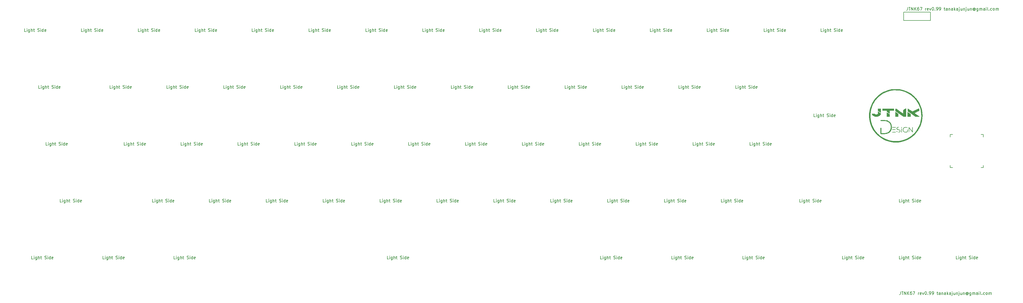
<source format=gto>
G04 #@! TF.GenerationSoftware,KiCad,Pcbnew,(5.1.12)-1*
G04 #@! TF.CreationDate,2022-12-17T21:00:28+09:00*
G04 #@! TF.ProjectId,jtnk67,6a746e6b-3637-42e6-9b69-6361645f7063,rev?*
G04 #@! TF.SameCoordinates,Original*
G04 #@! TF.FileFunction,Legend,Top*
G04 #@! TF.FilePolarity,Positive*
%FSLAX46Y46*%
G04 Gerber Fmt 4.6, Leading zero omitted, Abs format (unit mm)*
G04 Created by KiCad (PCBNEW (5.1.12)-1) date 2022-12-17 21:00:28*
%MOMM*%
%LPD*%
G01*
G04 APERTURE LIST*
%ADD10C,0.150000*%
%ADD11C,0.010000*%
G04 APERTURE END LIST*
D10*
X320708630Y-18502380D02*
X320708630Y-19216666D01*
X320661011Y-19359523D01*
X320565773Y-19454761D01*
X320422916Y-19502380D01*
X320327678Y-19502380D01*
X321041964Y-18502380D02*
X321613392Y-18502380D01*
X321327678Y-19502380D02*
X321327678Y-18502380D01*
X321946726Y-19502380D02*
X321946726Y-18502380D01*
X322518154Y-19502380D01*
X322518154Y-18502380D01*
X322994345Y-19502380D02*
X322994345Y-18502380D01*
X323565773Y-19502380D02*
X323137202Y-18930952D01*
X323565773Y-18502380D02*
X322994345Y-19073809D01*
X324422916Y-18502380D02*
X324232440Y-18502380D01*
X324137202Y-18550000D01*
X324089583Y-18597619D01*
X323994345Y-18740476D01*
X323946726Y-18930952D01*
X323946726Y-19311904D01*
X323994345Y-19407142D01*
X324041964Y-19454761D01*
X324137202Y-19502380D01*
X324327678Y-19502380D01*
X324422916Y-19454761D01*
X324470535Y-19407142D01*
X324518154Y-19311904D01*
X324518154Y-19073809D01*
X324470535Y-18978571D01*
X324422916Y-18930952D01*
X324327678Y-18883333D01*
X324137202Y-18883333D01*
X324041964Y-18930952D01*
X323994345Y-18978571D01*
X323946726Y-19073809D01*
X324851488Y-18502380D02*
X325518154Y-18502380D01*
X325089583Y-19502380D01*
X326661011Y-19502380D02*
X326661011Y-18835714D01*
X326661011Y-19026190D02*
X326708630Y-18930952D01*
X326756250Y-18883333D01*
X326851488Y-18835714D01*
X326946726Y-18835714D01*
X327661011Y-19454761D02*
X327565773Y-19502380D01*
X327375297Y-19502380D01*
X327280059Y-19454761D01*
X327232440Y-19359523D01*
X327232440Y-18978571D01*
X327280059Y-18883333D01*
X327375297Y-18835714D01*
X327565773Y-18835714D01*
X327661011Y-18883333D01*
X327708630Y-18978571D01*
X327708630Y-19073809D01*
X327232440Y-19169047D01*
X328041964Y-18835714D02*
X328280059Y-19502380D01*
X328518154Y-18835714D01*
X329089583Y-18502380D02*
X329184821Y-18502380D01*
X329280059Y-18550000D01*
X329327678Y-18597619D01*
X329375297Y-18692857D01*
X329422916Y-18883333D01*
X329422916Y-19121428D01*
X329375297Y-19311904D01*
X329327678Y-19407142D01*
X329280059Y-19454761D01*
X329184821Y-19502380D01*
X329089583Y-19502380D01*
X328994345Y-19454761D01*
X328946726Y-19407142D01*
X328899107Y-19311904D01*
X328851488Y-19121428D01*
X328851488Y-18883333D01*
X328899107Y-18692857D01*
X328946726Y-18597619D01*
X328994345Y-18550000D01*
X329089583Y-18502380D01*
X329851488Y-19407142D02*
X329899107Y-19454761D01*
X329851488Y-19502380D01*
X329803869Y-19454761D01*
X329851488Y-19407142D01*
X329851488Y-19502380D01*
X330375297Y-19502380D02*
X330565773Y-19502380D01*
X330661011Y-19454761D01*
X330708630Y-19407142D01*
X330803869Y-19264285D01*
X330851488Y-19073809D01*
X330851488Y-18692857D01*
X330803869Y-18597619D01*
X330756250Y-18550000D01*
X330661011Y-18502380D01*
X330470535Y-18502380D01*
X330375297Y-18550000D01*
X330327678Y-18597619D01*
X330280059Y-18692857D01*
X330280059Y-18930952D01*
X330327678Y-19026190D01*
X330375297Y-19073809D01*
X330470535Y-19121428D01*
X330661011Y-19121428D01*
X330756250Y-19073809D01*
X330803869Y-19026190D01*
X330851488Y-18930952D01*
X331327678Y-19502380D02*
X331518154Y-19502380D01*
X331613392Y-19454761D01*
X331661011Y-19407142D01*
X331756250Y-19264285D01*
X331803869Y-19073809D01*
X331803869Y-18692857D01*
X331756250Y-18597619D01*
X331708630Y-18550000D01*
X331613392Y-18502380D01*
X331422916Y-18502380D01*
X331327678Y-18550000D01*
X331280059Y-18597619D01*
X331232440Y-18692857D01*
X331232440Y-18930952D01*
X331280059Y-19026190D01*
X331327678Y-19073809D01*
X331422916Y-19121428D01*
X331613392Y-19121428D01*
X331708630Y-19073809D01*
X331756250Y-19026190D01*
X331803869Y-18930952D01*
X332851488Y-18835714D02*
X333232440Y-18835714D01*
X332994345Y-18502380D02*
X332994345Y-19359523D01*
X333041964Y-19454761D01*
X333137202Y-19502380D01*
X333232440Y-19502380D01*
X333994345Y-19502380D02*
X333994345Y-18978571D01*
X333946726Y-18883333D01*
X333851488Y-18835714D01*
X333661011Y-18835714D01*
X333565773Y-18883333D01*
X333994345Y-19454761D02*
X333899107Y-19502380D01*
X333661011Y-19502380D01*
X333565773Y-19454761D01*
X333518154Y-19359523D01*
X333518154Y-19264285D01*
X333565773Y-19169047D01*
X333661011Y-19121428D01*
X333899107Y-19121428D01*
X333994345Y-19073809D01*
X334470535Y-18835714D02*
X334470535Y-19502380D01*
X334470535Y-18930952D02*
X334518154Y-18883333D01*
X334613392Y-18835714D01*
X334756250Y-18835714D01*
X334851488Y-18883333D01*
X334899107Y-18978571D01*
X334899107Y-19502380D01*
X335803869Y-19502380D02*
X335803869Y-18978571D01*
X335756250Y-18883333D01*
X335661011Y-18835714D01*
X335470535Y-18835714D01*
X335375297Y-18883333D01*
X335803869Y-19454761D02*
X335708630Y-19502380D01*
X335470535Y-19502380D01*
X335375297Y-19454761D01*
X335327678Y-19359523D01*
X335327678Y-19264285D01*
X335375297Y-19169047D01*
X335470535Y-19121428D01*
X335708630Y-19121428D01*
X335803869Y-19073809D01*
X336280059Y-19502380D02*
X336280059Y-18502380D01*
X336375297Y-19121428D02*
X336661011Y-19502380D01*
X336661011Y-18835714D02*
X336280059Y-19216666D01*
X337518154Y-19502380D02*
X337518154Y-18978571D01*
X337470535Y-18883333D01*
X337375297Y-18835714D01*
X337184821Y-18835714D01*
X337089583Y-18883333D01*
X337518154Y-19454761D02*
X337422916Y-19502380D01*
X337184821Y-19502380D01*
X337089583Y-19454761D01*
X337041964Y-19359523D01*
X337041964Y-19264285D01*
X337089583Y-19169047D01*
X337184821Y-19121428D01*
X337422916Y-19121428D01*
X337518154Y-19073809D01*
X337994345Y-18835714D02*
X337994345Y-19692857D01*
X337946726Y-19788095D01*
X337851488Y-19835714D01*
X337803869Y-19835714D01*
X337994345Y-18502380D02*
X337946726Y-18550000D01*
X337994345Y-18597619D01*
X338041964Y-18550000D01*
X337994345Y-18502380D01*
X337994345Y-18597619D01*
X338899107Y-18835714D02*
X338899107Y-19502380D01*
X338470535Y-18835714D02*
X338470535Y-19359523D01*
X338518154Y-19454761D01*
X338613392Y-19502380D01*
X338756250Y-19502380D01*
X338851488Y-19454761D01*
X338899107Y-19407142D01*
X339375297Y-18835714D02*
X339375297Y-19502380D01*
X339375297Y-18930952D02*
X339422916Y-18883333D01*
X339518154Y-18835714D01*
X339661011Y-18835714D01*
X339756250Y-18883333D01*
X339803869Y-18978571D01*
X339803869Y-19502380D01*
X340280059Y-18835714D02*
X340280059Y-19692857D01*
X340232440Y-19788095D01*
X340137202Y-19835714D01*
X340089583Y-19835714D01*
X340280059Y-18502380D02*
X340232440Y-18550000D01*
X340280059Y-18597619D01*
X340327678Y-18550000D01*
X340280059Y-18502380D01*
X340280059Y-18597619D01*
X341184821Y-18835714D02*
X341184821Y-19502380D01*
X340756250Y-18835714D02*
X340756250Y-19359523D01*
X340803869Y-19454761D01*
X340899107Y-19502380D01*
X341041964Y-19502380D01*
X341137202Y-19454761D01*
X341184821Y-19407142D01*
X341661011Y-18835714D02*
X341661011Y-19502380D01*
X341661011Y-18930952D02*
X341708630Y-18883333D01*
X341803869Y-18835714D01*
X341946726Y-18835714D01*
X342041964Y-18883333D01*
X342089583Y-18978571D01*
X342089583Y-19502380D01*
X343184821Y-19026190D02*
X343137202Y-18978571D01*
X343041964Y-18930952D01*
X342946726Y-18930952D01*
X342851488Y-18978571D01*
X342803869Y-19026190D01*
X342756249Y-19121428D01*
X342756249Y-19216666D01*
X342803869Y-19311904D01*
X342851488Y-19359523D01*
X342946726Y-19407142D01*
X343041964Y-19407142D01*
X343137202Y-19359523D01*
X343184821Y-19311904D01*
X343184821Y-18930952D02*
X343184821Y-19311904D01*
X343232440Y-19359523D01*
X343280059Y-19359523D01*
X343375297Y-19311904D01*
X343422916Y-19216666D01*
X343422916Y-18978571D01*
X343327678Y-18835714D01*
X343184821Y-18740476D01*
X342994345Y-18692857D01*
X342803869Y-18740476D01*
X342661011Y-18835714D01*
X342565773Y-18978571D01*
X342518154Y-19169047D01*
X342565773Y-19359523D01*
X342661011Y-19502380D01*
X342803869Y-19597619D01*
X342994345Y-19645238D01*
X343184821Y-19597619D01*
X343327678Y-19502380D01*
X344280059Y-18835714D02*
X344280059Y-19645238D01*
X344232440Y-19740476D01*
X344184821Y-19788095D01*
X344089583Y-19835714D01*
X343946726Y-19835714D01*
X343851488Y-19788095D01*
X344280059Y-19454761D02*
X344184821Y-19502380D01*
X343994345Y-19502380D01*
X343899107Y-19454761D01*
X343851488Y-19407142D01*
X343803869Y-19311904D01*
X343803869Y-19026190D01*
X343851488Y-18930952D01*
X343899107Y-18883333D01*
X343994345Y-18835714D01*
X344184821Y-18835714D01*
X344280059Y-18883333D01*
X344756249Y-19502380D02*
X344756249Y-18835714D01*
X344756249Y-18930952D02*
X344803869Y-18883333D01*
X344899107Y-18835714D01*
X345041964Y-18835714D01*
X345137202Y-18883333D01*
X345184821Y-18978571D01*
X345184821Y-19502380D01*
X345184821Y-18978571D02*
X345232440Y-18883333D01*
X345327678Y-18835714D01*
X345470535Y-18835714D01*
X345565773Y-18883333D01*
X345613392Y-18978571D01*
X345613392Y-19502380D01*
X346518154Y-19502380D02*
X346518154Y-18978571D01*
X346470535Y-18883333D01*
X346375297Y-18835714D01*
X346184821Y-18835714D01*
X346089583Y-18883333D01*
X346518154Y-19454761D02*
X346422916Y-19502380D01*
X346184821Y-19502380D01*
X346089583Y-19454761D01*
X346041964Y-19359523D01*
X346041964Y-19264285D01*
X346089583Y-19169047D01*
X346184821Y-19121428D01*
X346422916Y-19121428D01*
X346518154Y-19073809D01*
X346994345Y-19502380D02*
X346994345Y-18835714D01*
X346994345Y-18502380D02*
X346946726Y-18550000D01*
X346994345Y-18597619D01*
X347041964Y-18550000D01*
X346994345Y-18502380D01*
X346994345Y-18597619D01*
X347613392Y-19502380D02*
X347518154Y-19454761D01*
X347470535Y-19359523D01*
X347470535Y-18502380D01*
X347994345Y-19407142D02*
X348041964Y-19454761D01*
X347994345Y-19502380D01*
X347946726Y-19454761D01*
X347994345Y-19407142D01*
X347994345Y-19502380D01*
X348899107Y-19454761D02*
X348803869Y-19502380D01*
X348613392Y-19502380D01*
X348518154Y-19454761D01*
X348470535Y-19407142D01*
X348422916Y-19311904D01*
X348422916Y-19026190D01*
X348470535Y-18930952D01*
X348518154Y-18883333D01*
X348613392Y-18835714D01*
X348803869Y-18835714D01*
X348899107Y-18883333D01*
X349470535Y-19502380D02*
X349375297Y-19454761D01*
X349327678Y-19407142D01*
X349280059Y-19311904D01*
X349280059Y-19026190D01*
X349327678Y-18930952D01*
X349375297Y-18883333D01*
X349470535Y-18835714D01*
X349613392Y-18835714D01*
X349708630Y-18883333D01*
X349756249Y-18930952D01*
X349803869Y-19026190D01*
X349803869Y-19311904D01*
X349756249Y-19407142D01*
X349708630Y-19454761D01*
X349613392Y-19502380D01*
X349470535Y-19502380D01*
X350232440Y-19502380D02*
X350232440Y-18835714D01*
X350232440Y-18930952D02*
X350280059Y-18883333D01*
X350375297Y-18835714D01*
X350518154Y-18835714D01*
X350613392Y-18883333D01*
X350661011Y-18978571D01*
X350661011Y-19502380D01*
X350661011Y-18978571D02*
X350708630Y-18883333D01*
X350803869Y-18835714D01*
X350946726Y-18835714D01*
X351041964Y-18883333D01*
X351089583Y-18978571D01*
X351089583Y-19502380D01*
X318327380Y-113752380D02*
X318327380Y-114466666D01*
X318279761Y-114609523D01*
X318184523Y-114704761D01*
X318041666Y-114752380D01*
X317946428Y-114752380D01*
X318660714Y-113752380D02*
X319232142Y-113752380D01*
X318946428Y-114752380D02*
X318946428Y-113752380D01*
X319565476Y-114752380D02*
X319565476Y-113752380D01*
X320136904Y-114752380D01*
X320136904Y-113752380D01*
X320613095Y-114752380D02*
X320613095Y-113752380D01*
X321184523Y-114752380D02*
X320755952Y-114180952D01*
X321184523Y-113752380D02*
X320613095Y-114323809D01*
X322041666Y-113752380D02*
X321851190Y-113752380D01*
X321755952Y-113800000D01*
X321708333Y-113847619D01*
X321613095Y-113990476D01*
X321565476Y-114180952D01*
X321565476Y-114561904D01*
X321613095Y-114657142D01*
X321660714Y-114704761D01*
X321755952Y-114752380D01*
X321946428Y-114752380D01*
X322041666Y-114704761D01*
X322089285Y-114657142D01*
X322136904Y-114561904D01*
X322136904Y-114323809D01*
X322089285Y-114228571D01*
X322041666Y-114180952D01*
X321946428Y-114133333D01*
X321755952Y-114133333D01*
X321660714Y-114180952D01*
X321613095Y-114228571D01*
X321565476Y-114323809D01*
X322470238Y-113752380D02*
X323136904Y-113752380D01*
X322708333Y-114752380D01*
X324279761Y-114752380D02*
X324279761Y-114085714D01*
X324279761Y-114276190D02*
X324327380Y-114180952D01*
X324375000Y-114133333D01*
X324470238Y-114085714D01*
X324565476Y-114085714D01*
X325279761Y-114704761D02*
X325184523Y-114752380D01*
X324994047Y-114752380D01*
X324898809Y-114704761D01*
X324851190Y-114609523D01*
X324851190Y-114228571D01*
X324898809Y-114133333D01*
X324994047Y-114085714D01*
X325184523Y-114085714D01*
X325279761Y-114133333D01*
X325327380Y-114228571D01*
X325327380Y-114323809D01*
X324851190Y-114419047D01*
X325660714Y-114085714D02*
X325898809Y-114752380D01*
X326136904Y-114085714D01*
X326708333Y-113752380D02*
X326803571Y-113752380D01*
X326898809Y-113800000D01*
X326946428Y-113847619D01*
X326994047Y-113942857D01*
X327041666Y-114133333D01*
X327041666Y-114371428D01*
X326994047Y-114561904D01*
X326946428Y-114657142D01*
X326898809Y-114704761D01*
X326803571Y-114752380D01*
X326708333Y-114752380D01*
X326613095Y-114704761D01*
X326565476Y-114657142D01*
X326517857Y-114561904D01*
X326470238Y-114371428D01*
X326470238Y-114133333D01*
X326517857Y-113942857D01*
X326565476Y-113847619D01*
X326613095Y-113800000D01*
X326708333Y-113752380D01*
X327470238Y-114657142D02*
X327517857Y-114704761D01*
X327470238Y-114752380D01*
X327422619Y-114704761D01*
X327470238Y-114657142D01*
X327470238Y-114752380D01*
X327994047Y-114752380D02*
X328184523Y-114752380D01*
X328279761Y-114704761D01*
X328327380Y-114657142D01*
X328422619Y-114514285D01*
X328470238Y-114323809D01*
X328470238Y-113942857D01*
X328422619Y-113847619D01*
X328375000Y-113800000D01*
X328279761Y-113752380D01*
X328089285Y-113752380D01*
X327994047Y-113800000D01*
X327946428Y-113847619D01*
X327898809Y-113942857D01*
X327898809Y-114180952D01*
X327946428Y-114276190D01*
X327994047Y-114323809D01*
X328089285Y-114371428D01*
X328279761Y-114371428D01*
X328375000Y-114323809D01*
X328422619Y-114276190D01*
X328470238Y-114180952D01*
X328946428Y-114752380D02*
X329136904Y-114752380D01*
X329232142Y-114704761D01*
X329279761Y-114657142D01*
X329375000Y-114514285D01*
X329422619Y-114323809D01*
X329422619Y-113942857D01*
X329375000Y-113847619D01*
X329327380Y-113800000D01*
X329232142Y-113752380D01*
X329041666Y-113752380D01*
X328946428Y-113800000D01*
X328898809Y-113847619D01*
X328851190Y-113942857D01*
X328851190Y-114180952D01*
X328898809Y-114276190D01*
X328946428Y-114323809D01*
X329041666Y-114371428D01*
X329232142Y-114371428D01*
X329327380Y-114323809D01*
X329375000Y-114276190D01*
X329422619Y-114180952D01*
X330470238Y-114085714D02*
X330851190Y-114085714D01*
X330613095Y-113752380D02*
X330613095Y-114609523D01*
X330660714Y-114704761D01*
X330755952Y-114752380D01*
X330851190Y-114752380D01*
X331613095Y-114752380D02*
X331613095Y-114228571D01*
X331565476Y-114133333D01*
X331470238Y-114085714D01*
X331279761Y-114085714D01*
X331184523Y-114133333D01*
X331613095Y-114704761D02*
X331517857Y-114752380D01*
X331279761Y-114752380D01*
X331184523Y-114704761D01*
X331136904Y-114609523D01*
X331136904Y-114514285D01*
X331184523Y-114419047D01*
X331279761Y-114371428D01*
X331517857Y-114371428D01*
X331613095Y-114323809D01*
X332089285Y-114085714D02*
X332089285Y-114752380D01*
X332089285Y-114180952D02*
X332136904Y-114133333D01*
X332232142Y-114085714D01*
X332375000Y-114085714D01*
X332470238Y-114133333D01*
X332517857Y-114228571D01*
X332517857Y-114752380D01*
X333422619Y-114752380D02*
X333422619Y-114228571D01*
X333375000Y-114133333D01*
X333279761Y-114085714D01*
X333089285Y-114085714D01*
X332994047Y-114133333D01*
X333422619Y-114704761D02*
X333327380Y-114752380D01*
X333089285Y-114752380D01*
X332994047Y-114704761D01*
X332946428Y-114609523D01*
X332946428Y-114514285D01*
X332994047Y-114419047D01*
X333089285Y-114371428D01*
X333327380Y-114371428D01*
X333422619Y-114323809D01*
X333898809Y-114752380D02*
X333898809Y-113752380D01*
X333994047Y-114371428D02*
X334279761Y-114752380D01*
X334279761Y-114085714D02*
X333898809Y-114466666D01*
X335136904Y-114752380D02*
X335136904Y-114228571D01*
X335089285Y-114133333D01*
X334994047Y-114085714D01*
X334803571Y-114085714D01*
X334708333Y-114133333D01*
X335136904Y-114704761D02*
X335041666Y-114752380D01*
X334803571Y-114752380D01*
X334708333Y-114704761D01*
X334660714Y-114609523D01*
X334660714Y-114514285D01*
X334708333Y-114419047D01*
X334803571Y-114371428D01*
X335041666Y-114371428D01*
X335136904Y-114323809D01*
X335613095Y-114085714D02*
X335613095Y-114942857D01*
X335565476Y-115038095D01*
X335470238Y-115085714D01*
X335422619Y-115085714D01*
X335613095Y-113752380D02*
X335565476Y-113800000D01*
X335613095Y-113847619D01*
X335660714Y-113800000D01*
X335613095Y-113752380D01*
X335613095Y-113847619D01*
X336517857Y-114085714D02*
X336517857Y-114752380D01*
X336089285Y-114085714D02*
X336089285Y-114609523D01*
X336136904Y-114704761D01*
X336232142Y-114752380D01*
X336375000Y-114752380D01*
X336470238Y-114704761D01*
X336517857Y-114657142D01*
X336994047Y-114085714D02*
X336994047Y-114752380D01*
X336994047Y-114180952D02*
X337041666Y-114133333D01*
X337136904Y-114085714D01*
X337279761Y-114085714D01*
X337375000Y-114133333D01*
X337422619Y-114228571D01*
X337422619Y-114752380D01*
X337898809Y-114085714D02*
X337898809Y-114942857D01*
X337851190Y-115038095D01*
X337755952Y-115085714D01*
X337708333Y-115085714D01*
X337898809Y-113752380D02*
X337851190Y-113800000D01*
X337898809Y-113847619D01*
X337946428Y-113800000D01*
X337898809Y-113752380D01*
X337898809Y-113847619D01*
X338803571Y-114085714D02*
X338803571Y-114752380D01*
X338375000Y-114085714D02*
X338375000Y-114609523D01*
X338422619Y-114704761D01*
X338517857Y-114752380D01*
X338660714Y-114752380D01*
X338755952Y-114704761D01*
X338803571Y-114657142D01*
X339279761Y-114085714D02*
X339279761Y-114752380D01*
X339279761Y-114180952D02*
X339327380Y-114133333D01*
X339422619Y-114085714D01*
X339565476Y-114085714D01*
X339660714Y-114133333D01*
X339708333Y-114228571D01*
X339708333Y-114752380D01*
X340803571Y-114276190D02*
X340755952Y-114228571D01*
X340660714Y-114180952D01*
X340565476Y-114180952D01*
X340470238Y-114228571D01*
X340422619Y-114276190D01*
X340374999Y-114371428D01*
X340374999Y-114466666D01*
X340422619Y-114561904D01*
X340470238Y-114609523D01*
X340565476Y-114657142D01*
X340660714Y-114657142D01*
X340755952Y-114609523D01*
X340803571Y-114561904D01*
X340803571Y-114180952D02*
X340803571Y-114561904D01*
X340851190Y-114609523D01*
X340898809Y-114609523D01*
X340994047Y-114561904D01*
X341041666Y-114466666D01*
X341041666Y-114228571D01*
X340946428Y-114085714D01*
X340803571Y-113990476D01*
X340613095Y-113942857D01*
X340422619Y-113990476D01*
X340279761Y-114085714D01*
X340184523Y-114228571D01*
X340136904Y-114419047D01*
X340184523Y-114609523D01*
X340279761Y-114752380D01*
X340422619Y-114847619D01*
X340613095Y-114895238D01*
X340803571Y-114847619D01*
X340946428Y-114752380D01*
X341898809Y-114085714D02*
X341898809Y-114895238D01*
X341851190Y-114990476D01*
X341803571Y-115038095D01*
X341708333Y-115085714D01*
X341565476Y-115085714D01*
X341470238Y-115038095D01*
X341898809Y-114704761D02*
X341803571Y-114752380D01*
X341613095Y-114752380D01*
X341517857Y-114704761D01*
X341470238Y-114657142D01*
X341422619Y-114561904D01*
X341422619Y-114276190D01*
X341470238Y-114180952D01*
X341517857Y-114133333D01*
X341613095Y-114085714D01*
X341803571Y-114085714D01*
X341898809Y-114133333D01*
X342374999Y-114752380D02*
X342374999Y-114085714D01*
X342374999Y-114180952D02*
X342422619Y-114133333D01*
X342517857Y-114085714D01*
X342660714Y-114085714D01*
X342755952Y-114133333D01*
X342803571Y-114228571D01*
X342803571Y-114752380D01*
X342803571Y-114228571D02*
X342851190Y-114133333D01*
X342946428Y-114085714D01*
X343089285Y-114085714D01*
X343184523Y-114133333D01*
X343232142Y-114228571D01*
X343232142Y-114752380D01*
X344136904Y-114752380D02*
X344136904Y-114228571D01*
X344089285Y-114133333D01*
X343994047Y-114085714D01*
X343803571Y-114085714D01*
X343708333Y-114133333D01*
X344136904Y-114704761D02*
X344041666Y-114752380D01*
X343803571Y-114752380D01*
X343708333Y-114704761D01*
X343660714Y-114609523D01*
X343660714Y-114514285D01*
X343708333Y-114419047D01*
X343803571Y-114371428D01*
X344041666Y-114371428D01*
X344136904Y-114323809D01*
X344613095Y-114752380D02*
X344613095Y-114085714D01*
X344613095Y-113752380D02*
X344565476Y-113800000D01*
X344613095Y-113847619D01*
X344660714Y-113800000D01*
X344613095Y-113752380D01*
X344613095Y-113847619D01*
X345232142Y-114752380D02*
X345136904Y-114704761D01*
X345089285Y-114609523D01*
X345089285Y-113752380D01*
X345613095Y-114657142D02*
X345660714Y-114704761D01*
X345613095Y-114752380D01*
X345565476Y-114704761D01*
X345613095Y-114657142D01*
X345613095Y-114752380D01*
X346517857Y-114704761D02*
X346422619Y-114752380D01*
X346232142Y-114752380D01*
X346136904Y-114704761D01*
X346089285Y-114657142D01*
X346041666Y-114561904D01*
X346041666Y-114276190D01*
X346089285Y-114180952D01*
X346136904Y-114133333D01*
X346232142Y-114085714D01*
X346422619Y-114085714D01*
X346517857Y-114133333D01*
X347089285Y-114752380D02*
X346994047Y-114704761D01*
X346946428Y-114657142D01*
X346898809Y-114561904D01*
X346898809Y-114276190D01*
X346946428Y-114180952D01*
X346994047Y-114133333D01*
X347089285Y-114085714D01*
X347232142Y-114085714D01*
X347327380Y-114133333D01*
X347374999Y-114180952D01*
X347422619Y-114276190D01*
X347422619Y-114561904D01*
X347374999Y-114657142D01*
X347327380Y-114704761D01*
X347232142Y-114752380D01*
X347089285Y-114752380D01*
X347851190Y-114752380D02*
X347851190Y-114085714D01*
X347851190Y-114180952D02*
X347898809Y-114133333D01*
X347994047Y-114085714D01*
X348136904Y-114085714D01*
X348232142Y-114133333D01*
X348279761Y-114228571D01*
X348279761Y-114752380D01*
X348279761Y-114228571D02*
X348327380Y-114133333D01*
X348422619Y-114085714D01*
X348565476Y-114085714D01*
X348660714Y-114133333D01*
X348708333Y-114228571D01*
X348708333Y-114752380D01*
D11*
G36*
X317092588Y-45914711D02*
G01*
X317399755Y-45919320D01*
X317647778Y-45928664D01*
X317856685Y-45944101D01*
X318046503Y-45966990D01*
X318237258Y-45998692D01*
X318384723Y-46027391D01*
X319314342Y-46266039D01*
X320212782Y-46598642D01*
X321077644Y-47024203D01*
X321716797Y-47413014D01*
X322061741Y-47664240D01*
X322439568Y-47978777D01*
X322829621Y-48336401D01*
X323211244Y-48716890D01*
X323563780Y-49100019D01*
X323866572Y-49465567D01*
X324006290Y-49654458D01*
X324502062Y-50444437D01*
X324907150Y-51266604D01*
X325222155Y-52114271D01*
X325447678Y-52980748D01*
X325584322Y-53859349D01*
X325632687Y-54743385D01*
X325593374Y-55626167D01*
X325466985Y-56501007D01*
X325254121Y-57361217D01*
X324955384Y-58200109D01*
X324571374Y-59010995D01*
X324102694Y-59787186D01*
X323549943Y-60521993D01*
X322972731Y-61150709D01*
X322280867Y-61768137D01*
X321532294Y-62305550D01*
X320731875Y-62760738D01*
X319884468Y-63131490D01*
X318994936Y-63415597D01*
X318068138Y-63610847D01*
X317375976Y-63695559D01*
X317094588Y-63718904D01*
X316875319Y-63733056D01*
X316686991Y-63737920D01*
X316498427Y-63733400D01*
X316278447Y-63719402D01*
X315995873Y-63695830D01*
X315942943Y-63691179D01*
X315020397Y-63561344D01*
X314125939Y-63339387D01*
X313265618Y-63029509D01*
X312445481Y-62635908D01*
X311671577Y-62162786D01*
X310949955Y-61614342D01*
X310286662Y-60994776D01*
X309687747Y-60308287D01*
X309159259Y-59559077D01*
X308707245Y-58751344D01*
X308645776Y-58624050D01*
X308289008Y-57756889D01*
X308026920Y-56869213D01*
X307858928Y-55967915D01*
X307784447Y-55059888D01*
X307797854Y-54399988D01*
X308153154Y-54399988D01*
X308157925Y-55270555D01*
X308250574Y-56133708D01*
X308429607Y-56982471D01*
X308693534Y-57809866D01*
X309040860Y-58608916D01*
X309470094Y-59372644D01*
X309979743Y-60094073D01*
X310568315Y-60766225D01*
X311234317Y-61382123D01*
X311274023Y-61414932D01*
X311978094Y-61931422D01*
X312747039Y-62380659D01*
X313566965Y-62755728D01*
X314423982Y-63049713D01*
X314716115Y-63128649D01*
X315221864Y-63230525D01*
X315791100Y-63301396D01*
X316392590Y-63339802D01*
X316995104Y-63344282D01*
X317567409Y-63313374D01*
X317885645Y-63276903D01*
X318616695Y-63143970D01*
X319304715Y-62955153D01*
X319987189Y-62699163D01*
X320363113Y-62530674D01*
X321161900Y-62101639D01*
X321896801Y-61601455D01*
X322565591Y-61036531D01*
X323166046Y-60413279D01*
X323695942Y-59738111D01*
X324153053Y-59017437D01*
X324535155Y-58257668D01*
X324840024Y-57465216D01*
X325065435Y-56646492D01*
X325209164Y-55807906D01*
X325268987Y-54955871D01*
X325242678Y-54096796D01*
X325128013Y-53237094D01*
X324922768Y-52383176D01*
X324624719Y-51541451D01*
X324369811Y-50983134D01*
X323975715Y-50270791D01*
X323537091Y-49628770D01*
X323035006Y-49031533D01*
X322591379Y-48584349D01*
X321898839Y-47993993D01*
X321167768Y-47491055D01*
X320404434Y-47074425D01*
X319615106Y-46742993D01*
X318806054Y-46495649D01*
X317983546Y-46331284D01*
X317153853Y-46248786D01*
X316323242Y-46247047D01*
X315497984Y-46324957D01*
X314684347Y-46481404D01*
X313888601Y-46715280D01*
X313117015Y-47025475D01*
X312375859Y-47410877D01*
X311671400Y-47870379D01*
X311009910Y-48402869D01*
X310397656Y-49007237D01*
X309840908Y-49682375D01*
X309345935Y-50427170D01*
X309042689Y-50983134D01*
X308681027Y-51813581D01*
X308413212Y-52664524D01*
X308237752Y-53528986D01*
X308153154Y-54399988D01*
X307797854Y-54399988D01*
X307802892Y-54152024D01*
X307913680Y-53251215D01*
X308116226Y-52364355D01*
X308409946Y-51498334D01*
X308794256Y-50660047D01*
X309268570Y-49856385D01*
X309406210Y-49654458D01*
X309672254Y-49307519D01*
X309999572Y-48931709D01*
X310367507Y-48547253D01*
X310755402Y-48174373D01*
X311142600Y-47833293D01*
X311508446Y-47544235D01*
X311695703Y-47413014D01*
X312533181Y-46916826D01*
X313406078Y-46512828D01*
X314311996Y-46202021D01*
X315027777Y-46027391D01*
X315231411Y-45988585D01*
X315419844Y-45959559D01*
X315613103Y-45938954D01*
X315831216Y-45925410D01*
X316094209Y-45917568D01*
X316422109Y-45914069D01*
X316706250Y-45913476D01*
X317092588Y-45914711D01*
G37*
X317092588Y-45914711D02*
X317399755Y-45919320D01*
X317647778Y-45928664D01*
X317856685Y-45944101D01*
X318046503Y-45966990D01*
X318237258Y-45998692D01*
X318384723Y-46027391D01*
X319314342Y-46266039D01*
X320212782Y-46598642D01*
X321077644Y-47024203D01*
X321716797Y-47413014D01*
X322061741Y-47664240D01*
X322439568Y-47978777D01*
X322829621Y-48336401D01*
X323211244Y-48716890D01*
X323563780Y-49100019D01*
X323866572Y-49465567D01*
X324006290Y-49654458D01*
X324502062Y-50444437D01*
X324907150Y-51266604D01*
X325222155Y-52114271D01*
X325447678Y-52980748D01*
X325584322Y-53859349D01*
X325632687Y-54743385D01*
X325593374Y-55626167D01*
X325466985Y-56501007D01*
X325254121Y-57361217D01*
X324955384Y-58200109D01*
X324571374Y-59010995D01*
X324102694Y-59787186D01*
X323549943Y-60521993D01*
X322972731Y-61150709D01*
X322280867Y-61768137D01*
X321532294Y-62305550D01*
X320731875Y-62760738D01*
X319884468Y-63131490D01*
X318994936Y-63415597D01*
X318068138Y-63610847D01*
X317375976Y-63695559D01*
X317094588Y-63718904D01*
X316875319Y-63733056D01*
X316686991Y-63737920D01*
X316498427Y-63733400D01*
X316278447Y-63719402D01*
X315995873Y-63695830D01*
X315942943Y-63691179D01*
X315020397Y-63561344D01*
X314125939Y-63339387D01*
X313265618Y-63029509D01*
X312445481Y-62635908D01*
X311671577Y-62162786D01*
X310949955Y-61614342D01*
X310286662Y-60994776D01*
X309687747Y-60308287D01*
X309159259Y-59559077D01*
X308707245Y-58751344D01*
X308645776Y-58624050D01*
X308289008Y-57756889D01*
X308026920Y-56869213D01*
X307858928Y-55967915D01*
X307784447Y-55059888D01*
X307797854Y-54399988D01*
X308153154Y-54399988D01*
X308157925Y-55270555D01*
X308250574Y-56133708D01*
X308429607Y-56982471D01*
X308693534Y-57809866D01*
X309040860Y-58608916D01*
X309470094Y-59372644D01*
X309979743Y-60094073D01*
X310568315Y-60766225D01*
X311234317Y-61382123D01*
X311274023Y-61414932D01*
X311978094Y-61931422D01*
X312747039Y-62380659D01*
X313566965Y-62755728D01*
X314423982Y-63049713D01*
X314716115Y-63128649D01*
X315221864Y-63230525D01*
X315791100Y-63301396D01*
X316392590Y-63339802D01*
X316995104Y-63344282D01*
X317567409Y-63313374D01*
X317885645Y-63276903D01*
X318616695Y-63143970D01*
X319304715Y-62955153D01*
X319987189Y-62699163D01*
X320363113Y-62530674D01*
X321161900Y-62101639D01*
X321896801Y-61601455D01*
X322565591Y-61036531D01*
X323166046Y-60413279D01*
X323695942Y-59738111D01*
X324153053Y-59017437D01*
X324535155Y-58257668D01*
X324840024Y-57465216D01*
X325065435Y-56646492D01*
X325209164Y-55807906D01*
X325268987Y-54955871D01*
X325242678Y-54096796D01*
X325128013Y-53237094D01*
X324922768Y-52383176D01*
X324624719Y-51541451D01*
X324369811Y-50983134D01*
X323975715Y-50270791D01*
X323537091Y-49628770D01*
X323035006Y-49031533D01*
X322591379Y-48584349D01*
X321898839Y-47993993D01*
X321167768Y-47491055D01*
X320404434Y-47074425D01*
X319615106Y-46742993D01*
X318806054Y-46495649D01*
X317983546Y-46331284D01*
X317153853Y-46248786D01*
X316323242Y-46247047D01*
X315497984Y-46324957D01*
X314684347Y-46481404D01*
X313888601Y-46715280D01*
X313117015Y-47025475D01*
X312375859Y-47410877D01*
X311671400Y-47870379D01*
X311009910Y-48402869D01*
X310397656Y-49007237D01*
X309840908Y-49682375D01*
X309345935Y-50427170D01*
X309042689Y-50983134D01*
X308681027Y-51813581D01*
X308413212Y-52664524D01*
X308237752Y-53528986D01*
X308153154Y-54399988D01*
X307797854Y-54399988D01*
X307802892Y-54152024D01*
X307913680Y-53251215D01*
X308116226Y-52364355D01*
X308409946Y-51498334D01*
X308794256Y-50660047D01*
X309268570Y-49856385D01*
X309406210Y-49654458D01*
X309672254Y-49307519D01*
X309999572Y-48931709D01*
X310367507Y-48547253D01*
X310755402Y-48174373D01*
X311142600Y-47833293D01*
X311508446Y-47544235D01*
X311695703Y-47413014D01*
X312533181Y-46916826D01*
X313406078Y-46512828D01*
X314311996Y-46202021D01*
X315027777Y-46027391D01*
X315231411Y-45988585D01*
X315419844Y-45959559D01*
X315613103Y-45938954D01*
X315831216Y-45925410D01*
X316094209Y-45917568D01*
X316422109Y-45914069D01*
X316706250Y-45913476D01*
X317092588Y-45914711D01*
G36*
X312920101Y-56310796D02*
G01*
X313255581Y-56325259D01*
X313528440Y-56353023D01*
X313756840Y-56397084D01*
X313958946Y-56460436D01*
X314152921Y-56546073D01*
X314243964Y-56593527D01*
X314596375Y-56838397D01*
X314885817Y-57149785D01*
X315108775Y-57514781D01*
X315261736Y-57920471D01*
X315341186Y-58353943D01*
X315343612Y-58802285D01*
X315265499Y-59252585D01*
X315103335Y-59691930D01*
X315092948Y-59713396D01*
X314855648Y-60090281D01*
X314547174Y-60398617D01*
X314169330Y-60637076D01*
X313723918Y-60804332D01*
X313555189Y-60845214D01*
X313405417Y-60867711D01*
X313195468Y-60886914D01*
X312944411Y-60902406D01*
X312671314Y-60913772D01*
X312395248Y-60920596D01*
X312135282Y-60922460D01*
X311910485Y-60918950D01*
X311739927Y-60909649D01*
X311642677Y-60894140D01*
X311629557Y-60887239D01*
X311619429Y-60829644D01*
X311610555Y-60688421D01*
X311603442Y-60479160D01*
X311598596Y-60217449D01*
X311596524Y-59918876D01*
X311596484Y-59870247D01*
X311596484Y-58886328D01*
X311844531Y-58886328D01*
X311844531Y-60672266D01*
X312553444Y-60672266D01*
X313036343Y-60658106D01*
X313439216Y-60612132D01*
X313777632Y-60529104D01*
X314067162Y-60403781D01*
X314323374Y-60230920D01*
X314561836Y-60005281D01*
X314573977Y-59992076D01*
X314801320Y-59685578D01*
X314954420Y-59338524D01*
X315039730Y-58934427D01*
X315055857Y-58760312D01*
X315045751Y-58273614D01*
X314951194Y-57836496D01*
X314775460Y-57453235D01*
X314521822Y-57128108D01*
X314193555Y-56865391D01*
X313793931Y-56669360D01*
X313364917Y-56551368D01*
X313227724Y-56534879D01*
X313016311Y-56520982D01*
X312755663Y-56510825D01*
X312470769Y-56505558D01*
X312358658Y-56505078D01*
X312068697Y-56504455D01*
X311863387Y-56501322D01*
X311728161Y-56493783D01*
X311648453Y-56479942D01*
X311609697Y-56457902D01*
X311597327Y-56425768D01*
X311596484Y-56405859D01*
X311600662Y-56370828D01*
X311622105Y-56345185D01*
X311674176Y-56327469D01*
X311770241Y-56316218D01*
X311923663Y-56309972D01*
X312147806Y-56307268D01*
X312456034Y-56306645D01*
X312503835Y-56306641D01*
X312920101Y-56310796D01*
G37*
X312920101Y-56310796D02*
X313255581Y-56325259D01*
X313528440Y-56353023D01*
X313756840Y-56397084D01*
X313958946Y-56460436D01*
X314152921Y-56546073D01*
X314243964Y-56593527D01*
X314596375Y-56838397D01*
X314885817Y-57149785D01*
X315108775Y-57514781D01*
X315261736Y-57920471D01*
X315341186Y-58353943D01*
X315343612Y-58802285D01*
X315265499Y-59252585D01*
X315103335Y-59691930D01*
X315092948Y-59713396D01*
X314855648Y-60090281D01*
X314547174Y-60398617D01*
X314169330Y-60637076D01*
X313723918Y-60804332D01*
X313555189Y-60845214D01*
X313405417Y-60867711D01*
X313195468Y-60886914D01*
X312944411Y-60902406D01*
X312671314Y-60913772D01*
X312395248Y-60920596D01*
X312135282Y-60922460D01*
X311910485Y-60918950D01*
X311739927Y-60909649D01*
X311642677Y-60894140D01*
X311629557Y-60887239D01*
X311619429Y-60829644D01*
X311610555Y-60688421D01*
X311603442Y-60479160D01*
X311598596Y-60217449D01*
X311596524Y-59918876D01*
X311596484Y-59870247D01*
X311596484Y-58886328D01*
X311844531Y-58886328D01*
X311844531Y-60672266D01*
X312553444Y-60672266D01*
X313036343Y-60658106D01*
X313439216Y-60612132D01*
X313777632Y-60529104D01*
X314067162Y-60403781D01*
X314323374Y-60230920D01*
X314561836Y-60005281D01*
X314573977Y-59992076D01*
X314801320Y-59685578D01*
X314954420Y-59338524D01*
X315039730Y-58934427D01*
X315055857Y-58760312D01*
X315045751Y-58273614D01*
X314951194Y-57836496D01*
X314775460Y-57453235D01*
X314521822Y-57128108D01*
X314193555Y-56865391D01*
X313793931Y-56669360D01*
X313364917Y-56551368D01*
X313227724Y-56534879D01*
X313016311Y-56520982D01*
X312755663Y-56510825D01*
X312470769Y-56505558D01*
X312358658Y-56505078D01*
X312068697Y-56504455D01*
X311863387Y-56501322D01*
X311728161Y-56493783D01*
X311648453Y-56479942D01*
X311609697Y-56457902D01*
X311597327Y-56425768D01*
X311596484Y-56405859D01*
X311600662Y-56370828D01*
X311622105Y-56345185D01*
X311674176Y-56327469D01*
X311770241Y-56316218D01*
X311923663Y-56309972D01*
X312147806Y-56307268D01*
X312456034Y-56306645D01*
X312503835Y-56306641D01*
X312920101Y-56310796D01*
G36*
X316339983Y-60279526D02*
G01*
X316526796Y-60291237D01*
X316634589Y-60309482D01*
X316656641Y-60325000D01*
X316609086Y-60347074D01*
X316474409Y-60363318D01*
X316264590Y-60372692D01*
X316086133Y-60374609D01*
X315832282Y-60370474D01*
X315645470Y-60358763D01*
X315537676Y-60340518D01*
X315515625Y-60325000D01*
X315563180Y-60302926D01*
X315697857Y-60286681D01*
X315907676Y-60277308D01*
X316086133Y-60275391D01*
X316339983Y-60279526D01*
G37*
X316339983Y-60279526D02*
X316526796Y-60291237D01*
X316634589Y-60309482D01*
X316656641Y-60325000D01*
X316609086Y-60347074D01*
X316474409Y-60363318D01*
X316264590Y-60372692D01*
X316086133Y-60374609D01*
X315832282Y-60370474D01*
X315645470Y-60358763D01*
X315537676Y-60340518D01*
X315515625Y-60325000D01*
X315563180Y-60302926D01*
X315697857Y-60286681D01*
X315907676Y-60277308D01*
X316086133Y-60275391D01*
X316339983Y-60279526D01*
G36*
X317629220Y-58612882D02*
G01*
X317641625Y-58617492D01*
X317663283Y-58645806D01*
X317592972Y-58674990D01*
X317507112Y-58693535D01*
X317306420Y-58749459D01*
X317178694Y-58836643D01*
X317098637Y-58972606D01*
X317096639Y-58977802D01*
X317083091Y-59128812D01*
X317165353Y-59256478D01*
X317342579Y-59359872D01*
X317487889Y-59408172D01*
X317806641Y-59510410D01*
X318032011Y-59619237D01*
X318169815Y-59739361D01*
X318225872Y-59875489D01*
X318216185Y-59997432D01*
X318130656Y-60157715D01*
X317980446Y-60288985D01*
X317800051Y-60365204D01*
X317716508Y-60374609D01*
X317605672Y-60362630D01*
X317571692Y-60331064D01*
X317574414Y-60325000D01*
X317644216Y-60283681D01*
X317703829Y-60275391D01*
X317863337Y-60240576D01*
X318009115Y-60152695D01*
X318103579Y-60036592D01*
X318115505Y-60003253D01*
X318128077Y-59880584D01*
X318090345Y-59779580D01*
X317991635Y-59692376D01*
X317821270Y-59611107D01*
X317568574Y-59527907D01*
X317410340Y-59483750D01*
X317253958Y-59425871D01*
X317125796Y-59351873D01*
X317100282Y-59329969D01*
X317024015Y-59191197D01*
X317007989Y-59014974D01*
X317053820Y-58843897D01*
X317080136Y-58799571D01*
X317182094Y-58714458D01*
X317335535Y-58645911D01*
X317498548Y-58607522D01*
X317629220Y-58612882D01*
G37*
X317629220Y-58612882D02*
X317641625Y-58617492D01*
X317663283Y-58645806D01*
X317592972Y-58674990D01*
X317507112Y-58693535D01*
X317306420Y-58749459D01*
X317178694Y-58836643D01*
X317098637Y-58972606D01*
X317096639Y-58977802D01*
X317083091Y-59128812D01*
X317165353Y-59256478D01*
X317342579Y-59359872D01*
X317487889Y-59408172D01*
X317806641Y-59510410D01*
X318032011Y-59619237D01*
X318169815Y-59739361D01*
X318225872Y-59875489D01*
X318216185Y-59997432D01*
X318130656Y-60157715D01*
X317980446Y-60288985D01*
X317800051Y-60365204D01*
X317716508Y-60374609D01*
X317605672Y-60362630D01*
X317571692Y-60331064D01*
X317574414Y-60325000D01*
X317644216Y-60283681D01*
X317703829Y-60275391D01*
X317863337Y-60240576D01*
X318009115Y-60152695D01*
X318103579Y-60036592D01*
X318115505Y-60003253D01*
X318128077Y-59880584D01*
X318090345Y-59779580D01*
X317991635Y-59692376D01*
X317821270Y-59611107D01*
X317568574Y-59527907D01*
X317410340Y-59483750D01*
X317253958Y-59425871D01*
X317125796Y-59351873D01*
X317100282Y-59329969D01*
X317024015Y-59191197D01*
X317007989Y-59014974D01*
X317053820Y-58843897D01*
X317080136Y-58799571D01*
X317182094Y-58714458D01*
X317335535Y-58645911D01*
X317498548Y-58607522D01*
X317629220Y-58612882D01*
G36*
X318662506Y-59182136D02*
G01*
X318678488Y-59318242D01*
X318688100Y-59531931D01*
X318690625Y-59754492D01*
X318689385Y-59989413D01*
X318686001Y-60183501D01*
X318680973Y-60317970D01*
X318674802Y-60374035D01*
X318674088Y-60374609D01*
X318629405Y-60346291D01*
X318624479Y-60341536D01*
X318607832Y-60278547D01*
X318596925Y-60144282D01*
X318591440Y-59961928D01*
X318591062Y-59754671D01*
X318595471Y-59545695D01*
X318604349Y-59358186D01*
X318617381Y-59215330D01*
X318634247Y-59140313D01*
X318641016Y-59134375D01*
X318662506Y-59182136D01*
G37*
X318662506Y-59182136D02*
X318678488Y-59318242D01*
X318688100Y-59531931D01*
X318690625Y-59754492D01*
X318689385Y-59989413D01*
X318686001Y-60183501D01*
X318680973Y-60317970D01*
X318674802Y-60374035D01*
X318674088Y-60374609D01*
X318629405Y-60346291D01*
X318624479Y-60341536D01*
X318607832Y-60278547D01*
X318596925Y-60144282D01*
X318591440Y-59961928D01*
X318591062Y-59754671D01*
X318595471Y-59545695D01*
X318604349Y-59358186D01*
X318617381Y-59215330D01*
X318634247Y-59140313D01*
X318641016Y-59134375D01*
X318662506Y-59182136D01*
G36*
X320229375Y-58643453D02*
G01*
X320419161Y-58706492D01*
X320533308Y-58775886D01*
X320558267Y-58811960D01*
X320499282Y-58811841D01*
X320361597Y-58772654D01*
X320323070Y-58759154D01*
X320042354Y-58701229D01*
X319775152Y-58725615D01*
X319540018Y-58826010D01*
X319355503Y-58996114D01*
X319284884Y-59111747D01*
X319199829Y-59385582D01*
X319202904Y-59655169D01*
X319289713Y-59901887D01*
X319455859Y-60107112D01*
X319533984Y-60167072D01*
X319647328Y-60232196D01*
X319762602Y-60264322D01*
X319917347Y-60270843D01*
X320036395Y-60266002D01*
X320261515Y-60244966D01*
X320405340Y-60200358D01*
X320485564Y-60115379D01*
X320519879Y-59973228D01*
X320526172Y-59800955D01*
X320533473Y-59633265D01*
X320552497Y-59508134D01*
X320575781Y-59456836D01*
X320602918Y-59485210D01*
X320619845Y-59604316D01*
X320625391Y-59795468D01*
X320622855Y-59987058D01*
X320609985Y-60106052D01*
X320578887Y-60179045D01*
X320521667Y-60232631D01*
X320488965Y-60255073D01*
X320344195Y-60315789D01*
X320141054Y-60355958D01*
X320054883Y-60363863D01*
X319852664Y-60366012D01*
X319696535Y-60335927D01*
X319536601Y-60264237D01*
X319321393Y-60098537D01*
X319176657Y-59882561D01*
X319102239Y-59635722D01*
X319097986Y-59377432D01*
X319163744Y-59127104D01*
X319299360Y-58904151D01*
X319504680Y-58727985D01*
X319548951Y-58702782D01*
X319746223Y-58639571D01*
X319987918Y-58619858D01*
X320229375Y-58643453D01*
G37*
X320229375Y-58643453D02*
X320419161Y-58706492D01*
X320533308Y-58775886D01*
X320558267Y-58811960D01*
X320499282Y-58811841D01*
X320361597Y-58772654D01*
X320323070Y-58759154D01*
X320042354Y-58701229D01*
X319775152Y-58725615D01*
X319540018Y-58826010D01*
X319355503Y-58996114D01*
X319284884Y-59111747D01*
X319199829Y-59385582D01*
X319202904Y-59655169D01*
X319289713Y-59901887D01*
X319455859Y-60107112D01*
X319533984Y-60167072D01*
X319647328Y-60232196D01*
X319762602Y-60264322D01*
X319917347Y-60270843D01*
X320036395Y-60266002D01*
X320261515Y-60244966D01*
X320405340Y-60200358D01*
X320485564Y-60115379D01*
X320519879Y-59973228D01*
X320526172Y-59800955D01*
X320533473Y-59633265D01*
X320552497Y-59508134D01*
X320575781Y-59456836D01*
X320602918Y-59485210D01*
X320619845Y-59604316D01*
X320625391Y-59795468D01*
X320622855Y-59987058D01*
X320609985Y-60106052D01*
X320578887Y-60179045D01*
X320521667Y-60232631D01*
X320488965Y-60255073D01*
X320344195Y-60315789D01*
X320141054Y-60355958D01*
X320054883Y-60363863D01*
X319852664Y-60366012D01*
X319696535Y-60335927D01*
X319536601Y-60264237D01*
X319321393Y-60098537D01*
X319176657Y-59882561D01*
X319102239Y-59635722D01*
X319097986Y-59377432D01*
X319163744Y-59127104D01*
X319299360Y-58904151D01*
X319504680Y-58727985D01*
X319548951Y-58702782D01*
X319746223Y-58639571D01*
X319987918Y-58619858D01*
X320229375Y-58643453D01*
G36*
X322327400Y-58682938D02*
G01*
X322342772Y-58819622D01*
X322354485Y-59042205D01*
X322360948Y-59348497D01*
X322361719Y-59516367D01*
X322359503Y-59795029D01*
X322353351Y-60031966D01*
X322344000Y-60212504D01*
X322332192Y-60321966D01*
X322319830Y-60347324D01*
X322272175Y-60289140D01*
X322179875Y-60173069D01*
X322059155Y-60019575D01*
X321997369Y-59940527D01*
X321824590Y-59719803D01*
X321629107Y-59471226D01*
X321450050Y-59244538D01*
X321431543Y-59221191D01*
X321146289Y-58861523D01*
X321121484Y-59622375D01*
X321110722Y-59880792D01*
X321097232Y-60096721D01*
X321082373Y-60254303D01*
X321067505Y-60337678D01*
X321059473Y-60345846D01*
X321046319Y-60286285D01*
X321036100Y-60149990D01*
X321028811Y-59956470D01*
X321024450Y-59725234D01*
X321023013Y-59475792D01*
X321024495Y-59227651D01*
X321028893Y-59000323D01*
X321036204Y-58813314D01*
X321046423Y-58686135D01*
X321059548Y-58638295D01*
X321059794Y-58638281D01*
X321100830Y-58675487D01*
X321192354Y-58778964D01*
X321324150Y-58936502D01*
X321486003Y-59135890D01*
X321667509Y-59364678D01*
X322237695Y-60091075D01*
X322251424Y-59364678D01*
X322261192Y-59039006D01*
X322275267Y-58810187D01*
X322292055Y-58676030D01*
X322309964Y-58634344D01*
X322327400Y-58682938D01*
G37*
X322327400Y-58682938D02*
X322342772Y-58819622D01*
X322354485Y-59042205D01*
X322360948Y-59348497D01*
X322361719Y-59516367D01*
X322359503Y-59795029D01*
X322353351Y-60031966D01*
X322344000Y-60212504D01*
X322332192Y-60321966D01*
X322319830Y-60347324D01*
X322272175Y-60289140D01*
X322179875Y-60173069D01*
X322059155Y-60019575D01*
X321997369Y-59940527D01*
X321824590Y-59719803D01*
X321629107Y-59471226D01*
X321450050Y-59244538D01*
X321431543Y-59221191D01*
X321146289Y-58861523D01*
X321121484Y-59622375D01*
X321110722Y-59880792D01*
X321097232Y-60096721D01*
X321082373Y-60254303D01*
X321067505Y-60337678D01*
X321059473Y-60345846D01*
X321046319Y-60286285D01*
X321036100Y-60149990D01*
X321028811Y-59956470D01*
X321024450Y-59725234D01*
X321023013Y-59475792D01*
X321024495Y-59227651D01*
X321028893Y-59000323D01*
X321036204Y-58813314D01*
X321046423Y-58686135D01*
X321059548Y-58638295D01*
X321059794Y-58638281D01*
X321100830Y-58675487D01*
X321192354Y-58778964D01*
X321324150Y-58936502D01*
X321486003Y-59135890D01*
X321667509Y-59364678D01*
X322237695Y-60091075D01*
X322251424Y-59364678D01*
X322261192Y-59039006D01*
X322275267Y-58810187D01*
X322292055Y-58676030D01*
X322309964Y-58634344D01*
X322327400Y-58682938D01*
G36*
X317043709Y-60017690D02*
G01*
X317125349Y-60106123D01*
X317144105Y-60129307D01*
X317207759Y-60231562D01*
X317200925Y-60273014D01*
X317136149Y-60247172D01*
X317053516Y-60176172D01*
X316977462Y-60079583D01*
X316954590Y-60006235D01*
X316991504Y-59980479D01*
X317043709Y-60017690D01*
G37*
X317043709Y-60017690D02*
X317125349Y-60106123D01*
X317144105Y-60129307D01*
X317207759Y-60231562D01*
X317200925Y-60273014D01*
X317136149Y-60247172D01*
X317053516Y-60176172D01*
X316977462Y-60079583D01*
X316954590Y-60006235D01*
X316991504Y-59980479D01*
X317043709Y-60017690D01*
G36*
X316274955Y-59436537D02*
G01*
X316448411Y-59449199D01*
X316543445Y-59468739D01*
X316557422Y-59481641D01*
X316510114Y-59504348D01*
X316377155Y-59520868D01*
X316171989Y-59529919D01*
X316036523Y-59531250D01*
X315798091Y-59526744D01*
X315624636Y-59514082D01*
X315529602Y-59494542D01*
X315515625Y-59481641D01*
X315562933Y-59458933D01*
X315695892Y-59442413D01*
X315901057Y-59433362D01*
X316036523Y-59432031D01*
X316274955Y-59436537D01*
G37*
X316274955Y-59436537D02*
X316448411Y-59449199D01*
X316543445Y-59468739D01*
X316557422Y-59481641D01*
X316510114Y-59504348D01*
X316377155Y-59520868D01*
X316171989Y-59529919D01*
X316036523Y-59531250D01*
X315798091Y-59526744D01*
X315624636Y-59514082D01*
X315529602Y-59494542D01*
X315515625Y-59481641D01*
X315562933Y-59458933D01*
X315695892Y-59442413D01*
X315901057Y-59433362D01*
X316036523Y-59432031D01*
X316274955Y-59436537D01*
G36*
X318678308Y-58680736D02*
G01*
X318690625Y-58762305D01*
X318673643Y-58855536D01*
X318641016Y-58886328D01*
X318603723Y-58843873D01*
X318591406Y-58762305D01*
X318608388Y-58669073D01*
X318641016Y-58638281D01*
X318678308Y-58680736D01*
G37*
X318678308Y-58680736D02*
X318690625Y-58762305D01*
X318673643Y-58855536D01*
X318641016Y-58886328D01*
X318603723Y-58843873D01*
X318591406Y-58762305D01*
X318608388Y-58669073D01*
X318641016Y-58638281D01*
X318678308Y-58680736D01*
G36*
X316356039Y-58642314D02*
G01*
X316536072Y-58654128D01*
X316624507Y-58673299D01*
X316631836Y-58687891D01*
X316571510Y-58708806D01*
X316431581Y-58725118D01*
X316231620Y-58735136D01*
X316058400Y-58737500D01*
X315813086Y-58733165D01*
X315633690Y-58720940D01*
X315532976Y-58701990D01*
X315515625Y-58687891D01*
X315563193Y-58665852D01*
X315697962Y-58649624D01*
X315908029Y-58640234D01*
X316089060Y-58638281D01*
X316356039Y-58642314D01*
G37*
X316356039Y-58642314D02*
X316536072Y-58654128D01*
X316624507Y-58673299D01*
X316631836Y-58687891D01*
X316571510Y-58708806D01*
X316431581Y-58725118D01*
X316231620Y-58735136D01*
X316058400Y-58737500D01*
X315813086Y-58733165D01*
X315633690Y-58720940D01*
X315532976Y-58701990D01*
X315515625Y-58687891D01*
X315563193Y-58665852D01*
X315697962Y-58649624D01*
X315908029Y-58640234D01*
X316089060Y-58638281D01*
X316356039Y-58642314D01*
G36*
X311112793Y-53677889D02*
G01*
X311286648Y-53801438D01*
X311438628Y-53909651D01*
X311543743Y-53984727D01*
X311565439Y-54000315D01*
X311634585Y-54105175D01*
X311629895Y-54252597D01*
X311556520Y-54425099D01*
X311419611Y-54605198D01*
X311373509Y-54651816D01*
X311091415Y-54857648D01*
X310749099Y-55001450D01*
X310367937Y-55077633D01*
X309969310Y-55080608D01*
X309811139Y-55060282D01*
X309425763Y-54952148D01*
X309101277Y-54769880D01*
X308969545Y-54657393D01*
X308857980Y-54526937D01*
X308757493Y-54373362D01*
X308688452Y-54231098D01*
X308669531Y-54150226D01*
X308715468Y-54138662D01*
X308838609Y-54129673D01*
X309016946Y-54124543D01*
X309121278Y-54123828D01*
X309337678Y-54125758D01*
X309478298Y-54135045D01*
X309566555Y-54156933D01*
X309625863Y-54196668D01*
X309669641Y-54246656D01*
X309827872Y-54373526D01*
X310034496Y-54437104D01*
X310261025Y-54436817D01*
X310478972Y-54372093D01*
X310636110Y-54266072D01*
X310697820Y-54195849D01*
X310733248Y-54111259D01*
X310749360Y-53983916D01*
X310753125Y-53789338D01*
X310753125Y-53422535D01*
X311112793Y-53677889D01*
G37*
X311112793Y-53677889D02*
X311286648Y-53801438D01*
X311438628Y-53909651D01*
X311543743Y-53984727D01*
X311565439Y-54000315D01*
X311634585Y-54105175D01*
X311629895Y-54252597D01*
X311556520Y-54425099D01*
X311419611Y-54605198D01*
X311373509Y-54651816D01*
X311091415Y-54857648D01*
X310749099Y-55001450D01*
X310367937Y-55077633D01*
X309969310Y-55080608D01*
X309811139Y-55060282D01*
X309425763Y-54952148D01*
X309101277Y-54769880D01*
X308969545Y-54657393D01*
X308857980Y-54526937D01*
X308757493Y-54373362D01*
X308688452Y-54231098D01*
X308669531Y-54150226D01*
X308715468Y-54138662D01*
X308838609Y-54129673D01*
X309016946Y-54124543D01*
X309121278Y-54123828D01*
X309337678Y-54125758D01*
X309478298Y-54135045D01*
X309566555Y-54156933D01*
X309625863Y-54196668D01*
X309669641Y-54246656D01*
X309827872Y-54373526D01*
X310034496Y-54437104D01*
X310261025Y-54436817D01*
X310478972Y-54372093D01*
X310636110Y-54266072D01*
X310697820Y-54195849D01*
X310733248Y-54111259D01*
X310749360Y-53983916D01*
X310753125Y-53789338D01*
X310753125Y-53422535D01*
X311112793Y-53677889D01*
G36*
X313821655Y-53808898D02*
G01*
X313931927Y-53881671D01*
X314091852Y-53988826D01*
X314269180Y-54108740D01*
X314291373Y-54123828D01*
X314619514Y-54347070D01*
X314622656Y-55116016D01*
X313680078Y-55116016D01*
X313680078Y-53717210D01*
X313821655Y-53808898D01*
G37*
X313821655Y-53808898D02*
X313931927Y-53881671D01*
X314091852Y-53988826D01*
X314269180Y-54108740D01*
X314291373Y-54123828D01*
X314619514Y-54347070D01*
X314622656Y-55116016D01*
X313680078Y-55116016D01*
X313680078Y-53717210D01*
X313821655Y-53808898D01*
G36*
X316748608Y-53660070D02*
G01*
X316858880Y-53732843D01*
X317018805Y-53839997D01*
X317196133Y-53959912D01*
X317218326Y-53975000D01*
X317546467Y-54198242D01*
X317549609Y-55116016D01*
X316607031Y-55116016D01*
X316607031Y-53568381D01*
X316748608Y-53660070D01*
G37*
X316748608Y-53660070D02*
X316858880Y-53732843D01*
X317018805Y-53839997D01*
X317196133Y-53959912D01*
X317218326Y-53975000D01*
X317546467Y-54198242D01*
X317549609Y-55116016D01*
X316607031Y-55116016D01*
X316607031Y-53568381D01*
X316748608Y-53660070D01*
G36*
X320117727Y-53671262D02*
G01*
X320120382Y-54025435D01*
X320121090Y-54348390D01*
X320119960Y-54626418D01*
X320117100Y-54845813D01*
X320112615Y-54992868D01*
X320106881Y-55053264D01*
X320052037Y-55088326D01*
X319915021Y-55108857D01*
X319687946Y-55115989D01*
X319669546Y-55116016D01*
X319256291Y-55116016D01*
X317931661Y-54186228D01*
X316607031Y-53256441D01*
X316607031Y-52846775D01*
X316609441Y-52643906D01*
X316619433Y-52520981D01*
X316641153Y-52458785D01*
X316678748Y-52438100D01*
X316695417Y-52437109D01*
X316757746Y-52464718D01*
X316889566Y-52542660D01*
X317079624Y-52663604D01*
X317316667Y-52820223D01*
X317589442Y-53005188D01*
X317886697Y-53211169D01*
X317923249Y-53236790D01*
X318221587Y-53445501D01*
X318495165Y-53635619D01*
X318732990Y-53799607D01*
X318924072Y-53929928D01*
X319057420Y-54019045D01*
X319122043Y-54059421D01*
X319124707Y-54060652D01*
X319153199Y-54047735D01*
X319172048Y-53974538D01*
X319182704Y-53828928D01*
X319186617Y-53598775D01*
X319186719Y-53541778D01*
X319186719Y-52998722D01*
X319645605Y-52675366D01*
X320104492Y-52352010D01*
X320117727Y-53671262D01*
G37*
X320117727Y-53671262D02*
X320120382Y-54025435D01*
X320121090Y-54348390D01*
X320119960Y-54626418D01*
X320117100Y-54845813D01*
X320112615Y-54992868D01*
X320106881Y-55053264D01*
X320052037Y-55088326D01*
X319915021Y-55108857D01*
X319687946Y-55115989D01*
X319669546Y-55116016D01*
X319256291Y-55116016D01*
X317931661Y-54186228D01*
X316607031Y-53256441D01*
X316607031Y-52846775D01*
X316609441Y-52643906D01*
X316619433Y-52520981D01*
X316641153Y-52458785D01*
X316678748Y-52438100D01*
X316695417Y-52437109D01*
X316757746Y-52464718D01*
X316889566Y-52542660D01*
X317079624Y-52663604D01*
X317316667Y-52820223D01*
X317589442Y-53005188D01*
X317886697Y-53211169D01*
X317923249Y-53236790D01*
X318221587Y-53445501D01*
X318495165Y-53635619D01*
X318732990Y-53799607D01*
X318924072Y-53929928D01*
X319057420Y-54019045D01*
X319122043Y-54059421D01*
X319124707Y-54060652D01*
X319153199Y-54047735D01*
X319172048Y-53974538D01*
X319182704Y-53828928D01*
X319186617Y-53598775D01*
X319186719Y-53541778D01*
X319186719Y-52998722D01*
X319645605Y-52675366D01*
X320104492Y-52352010D01*
X320117727Y-53671262D01*
G36*
X320910644Y-53739072D02*
G01*
X321096753Y-53872133D01*
X321298449Y-54015285D01*
X321381933Y-54074167D01*
X321617578Y-54239866D01*
X321617578Y-55116016D01*
X320675000Y-55116016D01*
X320675000Y-53569675D01*
X320910644Y-53739072D01*
G37*
X320910644Y-53739072D02*
X321096753Y-53872133D01*
X321298449Y-54015285D01*
X321381933Y-54074167D01*
X321617578Y-54239866D01*
X321617578Y-55116016D01*
X320675000Y-55116016D01*
X320675000Y-53569675D01*
X320910644Y-53739072D01*
G36*
X324484963Y-52433154D02*
G01*
X324491541Y-52554304D01*
X324494771Y-52727233D01*
X324494922Y-52776496D01*
X324494922Y-53165492D01*
X323738727Y-53519592D01*
X323487960Y-53638889D01*
X323271011Y-53745661D01*
X323102913Y-53832220D01*
X322998697Y-53890879D01*
X322971498Y-53911944D01*
X323006952Y-53950597D01*
X323112246Y-54035685D01*
X323275079Y-54157993D01*
X323483148Y-54308303D01*
X323724153Y-54477399D01*
X323750910Y-54495898D01*
X323995549Y-54666570D01*
X324209570Y-54819281D01*
X324380430Y-54944801D01*
X324495585Y-55033898D01*
X324542490Y-55077339D01*
X324542944Y-55078808D01*
X324497062Y-55092608D01*
X324370509Y-55103737D01*
X324181820Y-55111166D01*
X323949529Y-55113869D01*
X323912012Y-55113803D01*
X323279492Y-55111590D01*
X321989648Y-54204088D01*
X320699805Y-53296586D01*
X320685471Y-52866848D01*
X320683222Y-52674419D01*
X320689431Y-52526534D01*
X320702798Y-52445707D01*
X320710275Y-52437172D01*
X320762292Y-52463458D01*
X320882625Y-52536388D01*
X321057325Y-52647138D01*
X321272447Y-52786878D01*
X321486282Y-52928267D01*
X322223149Y-53419300D01*
X322478469Y-53305526D01*
X322605769Y-53247844D01*
X322803211Y-53157205D01*
X323051077Y-53042717D01*
X323329649Y-52913485D01*
X323595615Y-52789626D01*
X323864293Y-52664696D01*
X324100745Y-52555578D01*
X324290841Y-52468725D01*
X324420451Y-52410590D01*
X324475445Y-52387625D01*
X324476181Y-52387500D01*
X324484963Y-52433154D01*
G37*
X324484963Y-52433154D02*
X324491541Y-52554304D01*
X324494771Y-52727233D01*
X324494922Y-52776496D01*
X324494922Y-53165492D01*
X323738727Y-53519592D01*
X323487960Y-53638889D01*
X323271011Y-53745661D01*
X323102913Y-53832220D01*
X322998697Y-53890879D01*
X322971498Y-53911944D01*
X323006952Y-53950597D01*
X323112246Y-54035685D01*
X323275079Y-54157993D01*
X323483148Y-54308303D01*
X323724153Y-54477399D01*
X323750910Y-54495898D01*
X323995549Y-54666570D01*
X324209570Y-54819281D01*
X324380430Y-54944801D01*
X324495585Y-55033898D01*
X324542490Y-55077339D01*
X324542944Y-55078808D01*
X324497062Y-55092608D01*
X324370509Y-55103737D01*
X324181820Y-55111166D01*
X323949529Y-55113869D01*
X323912012Y-55113803D01*
X323279492Y-55111590D01*
X321989648Y-54204088D01*
X320699805Y-53296586D01*
X320685471Y-52866848D01*
X320683222Y-52674419D01*
X320689431Y-52526534D01*
X320702798Y-52445707D01*
X320710275Y-52437172D01*
X320762292Y-52463458D01*
X320882625Y-52536388D01*
X321057325Y-52647138D01*
X321272447Y-52786878D01*
X321486282Y-52928267D01*
X322223149Y-53419300D01*
X322478469Y-53305526D01*
X322605769Y-53247844D01*
X322803211Y-53157205D01*
X323051077Y-53042717D01*
X323329649Y-52913485D01*
X323595615Y-52789626D01*
X323864293Y-52664696D01*
X324100745Y-52555578D01*
X324290841Y-52468725D01*
X324420451Y-52410590D01*
X324475445Y-52387625D01*
X324476181Y-52387500D01*
X324484963Y-52433154D01*
G36*
X316061328Y-53082031D02*
G01*
X314626127Y-53082031D01*
X314611989Y-53567563D01*
X314597851Y-54053096D01*
X314138965Y-53731592D01*
X313938529Y-53588883D01*
X313806572Y-53486226D01*
X313728981Y-53408690D01*
X313691644Y-53341344D01*
X313680450Y-53269257D01*
X313680078Y-53246060D01*
X313680078Y-53082031D01*
X312241406Y-53082031D01*
X312241406Y-52437109D01*
X316061328Y-52437109D01*
X316061328Y-53082031D01*
G37*
X316061328Y-53082031D02*
X314626127Y-53082031D01*
X314611989Y-53567563D01*
X314597851Y-54053096D01*
X314138965Y-53731592D01*
X313938529Y-53588883D01*
X313806572Y-53486226D01*
X313728981Y-53408690D01*
X313691644Y-53341344D01*
X313680450Y-53269257D01*
X313680078Y-53246060D01*
X313680078Y-53082031D01*
X312241406Y-53082031D01*
X312241406Y-52437109D01*
X316061328Y-52437109D01*
X316061328Y-53082031D01*
G36*
X311695703Y-53131641D02*
G01*
X311694809Y-53371293D01*
X311692362Y-53570220D01*
X311688716Y-53710091D01*
X311684225Y-53772575D01*
X311683301Y-53774185D01*
X311640364Y-53746409D01*
X311533165Y-53672792D01*
X311378376Y-53564877D01*
X311212012Y-53447869D01*
X310753125Y-53123930D01*
X310753125Y-52486719D01*
X311695703Y-52486719D01*
X311695703Y-53131641D01*
G37*
X311695703Y-53131641D02*
X311694809Y-53371293D01*
X311692362Y-53570220D01*
X311688716Y-53710091D01*
X311684225Y-53772575D01*
X311683301Y-53774185D01*
X311640364Y-53746409D01*
X311533165Y-53672792D01*
X311378376Y-53564877D01*
X311212012Y-53447869D01*
X310753125Y-53123930D01*
X310753125Y-52486719D01*
X311695703Y-52486719D01*
X311695703Y-53131641D01*
D10*
X345281500Y-61118750D02*
X346075250Y-61118750D01*
X346075250Y-61118750D02*
X346075250Y-61912500D01*
X345281500Y-72231250D02*
X346075250Y-72231250D01*
X346075250Y-72231250D02*
X346075250Y-71437500D01*
X335756500Y-61118750D02*
X334962750Y-61118750D01*
X334962750Y-61118750D02*
X334962750Y-61912500D01*
X334962750Y-71437500D02*
X334962750Y-72231250D01*
X334962750Y-72231250D02*
X335756500Y-72231250D01*
X328350000Y-20131200D02*
X328350000Y-22881200D01*
X319350000Y-20131200D02*
X328350000Y-20131200D01*
X319350000Y-22881200D02*
X319350000Y-20131200D01*
X328350000Y-22881200D02*
X319350000Y-22881200D01*
X27860961Y-102814380D02*
X27384771Y-102814380D01*
X27384771Y-101814380D01*
X28194295Y-102814380D02*
X28194295Y-102147714D01*
X28194295Y-101814380D02*
X28146676Y-101862000D01*
X28194295Y-101909619D01*
X28241914Y-101862000D01*
X28194295Y-101814380D01*
X28194295Y-101909619D01*
X29099057Y-102147714D02*
X29099057Y-102957238D01*
X29051438Y-103052476D01*
X29003819Y-103100095D01*
X28908580Y-103147714D01*
X28765723Y-103147714D01*
X28670485Y-103100095D01*
X29099057Y-102766761D02*
X29003819Y-102814380D01*
X28813342Y-102814380D01*
X28718104Y-102766761D01*
X28670485Y-102719142D01*
X28622866Y-102623904D01*
X28622866Y-102338190D01*
X28670485Y-102242952D01*
X28718104Y-102195333D01*
X28813342Y-102147714D01*
X29003819Y-102147714D01*
X29099057Y-102195333D01*
X29575247Y-102814380D02*
X29575247Y-101814380D01*
X30003819Y-102814380D02*
X30003819Y-102290571D01*
X29956200Y-102195333D01*
X29860961Y-102147714D01*
X29718104Y-102147714D01*
X29622866Y-102195333D01*
X29575247Y-102242952D01*
X30337152Y-102147714D02*
X30718104Y-102147714D01*
X30480009Y-101814380D02*
X30480009Y-102671523D01*
X30527628Y-102766761D01*
X30622866Y-102814380D01*
X30718104Y-102814380D01*
X31765723Y-102766761D02*
X31908580Y-102814380D01*
X32146676Y-102814380D01*
X32241914Y-102766761D01*
X32289533Y-102719142D01*
X32337152Y-102623904D01*
X32337152Y-102528666D01*
X32289533Y-102433428D01*
X32241914Y-102385809D01*
X32146676Y-102338190D01*
X31956200Y-102290571D01*
X31860961Y-102242952D01*
X31813342Y-102195333D01*
X31765723Y-102100095D01*
X31765723Y-102004857D01*
X31813342Y-101909619D01*
X31860961Y-101862000D01*
X31956200Y-101814380D01*
X32194295Y-101814380D01*
X32337152Y-101862000D01*
X32765723Y-102814380D02*
X32765723Y-102147714D01*
X32765723Y-101814380D02*
X32718104Y-101862000D01*
X32765723Y-101909619D01*
X32813342Y-101862000D01*
X32765723Y-101814380D01*
X32765723Y-101909619D01*
X33670485Y-102814380D02*
X33670485Y-101814380D01*
X33670485Y-102766761D02*
X33575247Y-102814380D01*
X33384771Y-102814380D01*
X33289533Y-102766761D01*
X33241914Y-102719142D01*
X33194295Y-102623904D01*
X33194295Y-102338190D01*
X33241914Y-102242952D01*
X33289533Y-102195333D01*
X33384771Y-102147714D01*
X33575247Y-102147714D01*
X33670485Y-102195333D01*
X34527628Y-102766761D02*
X34432390Y-102814380D01*
X34241914Y-102814380D01*
X34146676Y-102766761D01*
X34099057Y-102671523D01*
X34099057Y-102290571D01*
X34146676Y-102195333D01*
X34241914Y-102147714D01*
X34432390Y-102147714D01*
X34527628Y-102195333D01*
X34575247Y-102290571D01*
X34575247Y-102385809D01*
X34099057Y-102481047D01*
X51673561Y-102814380D02*
X51197371Y-102814380D01*
X51197371Y-101814380D01*
X52006895Y-102814380D02*
X52006895Y-102147714D01*
X52006895Y-101814380D02*
X51959276Y-101862000D01*
X52006895Y-101909619D01*
X52054514Y-101862000D01*
X52006895Y-101814380D01*
X52006895Y-101909619D01*
X52911657Y-102147714D02*
X52911657Y-102957238D01*
X52864038Y-103052476D01*
X52816419Y-103100095D01*
X52721180Y-103147714D01*
X52578323Y-103147714D01*
X52483085Y-103100095D01*
X52911657Y-102766761D02*
X52816419Y-102814380D01*
X52625942Y-102814380D01*
X52530704Y-102766761D01*
X52483085Y-102719142D01*
X52435466Y-102623904D01*
X52435466Y-102338190D01*
X52483085Y-102242952D01*
X52530704Y-102195333D01*
X52625942Y-102147714D01*
X52816419Y-102147714D01*
X52911657Y-102195333D01*
X53387847Y-102814380D02*
X53387847Y-101814380D01*
X53816419Y-102814380D02*
X53816419Y-102290571D01*
X53768800Y-102195333D01*
X53673561Y-102147714D01*
X53530704Y-102147714D01*
X53435466Y-102195333D01*
X53387847Y-102242952D01*
X54149752Y-102147714D02*
X54530704Y-102147714D01*
X54292609Y-101814380D02*
X54292609Y-102671523D01*
X54340228Y-102766761D01*
X54435466Y-102814380D01*
X54530704Y-102814380D01*
X55578323Y-102766761D02*
X55721180Y-102814380D01*
X55959276Y-102814380D01*
X56054514Y-102766761D01*
X56102133Y-102719142D01*
X56149752Y-102623904D01*
X56149752Y-102528666D01*
X56102133Y-102433428D01*
X56054514Y-102385809D01*
X55959276Y-102338190D01*
X55768800Y-102290571D01*
X55673561Y-102242952D01*
X55625942Y-102195333D01*
X55578323Y-102100095D01*
X55578323Y-102004857D01*
X55625942Y-101909619D01*
X55673561Y-101862000D01*
X55768800Y-101814380D01*
X56006895Y-101814380D01*
X56149752Y-101862000D01*
X56578323Y-102814380D02*
X56578323Y-102147714D01*
X56578323Y-101814380D02*
X56530704Y-101862000D01*
X56578323Y-101909619D01*
X56625942Y-101862000D01*
X56578323Y-101814380D01*
X56578323Y-101909619D01*
X57483085Y-102814380D02*
X57483085Y-101814380D01*
X57483085Y-102766761D02*
X57387847Y-102814380D01*
X57197371Y-102814380D01*
X57102133Y-102766761D01*
X57054514Y-102719142D01*
X57006895Y-102623904D01*
X57006895Y-102338190D01*
X57054514Y-102242952D01*
X57102133Y-102195333D01*
X57197371Y-102147714D01*
X57387847Y-102147714D01*
X57483085Y-102195333D01*
X58340228Y-102766761D02*
X58244990Y-102814380D01*
X58054514Y-102814380D01*
X57959276Y-102766761D01*
X57911657Y-102671523D01*
X57911657Y-102290571D01*
X57959276Y-102195333D01*
X58054514Y-102147714D01*
X58244990Y-102147714D01*
X58340228Y-102195333D01*
X58387847Y-102290571D01*
X58387847Y-102385809D01*
X57911657Y-102481047D01*
X37385961Y-83764880D02*
X36909771Y-83764880D01*
X36909771Y-82764880D01*
X37719295Y-83764880D02*
X37719295Y-83098214D01*
X37719295Y-82764880D02*
X37671676Y-82812500D01*
X37719295Y-82860119D01*
X37766914Y-82812500D01*
X37719295Y-82764880D01*
X37719295Y-82860119D01*
X38624057Y-83098214D02*
X38624057Y-83907738D01*
X38576438Y-84002976D01*
X38528819Y-84050595D01*
X38433580Y-84098214D01*
X38290723Y-84098214D01*
X38195485Y-84050595D01*
X38624057Y-83717261D02*
X38528819Y-83764880D01*
X38338342Y-83764880D01*
X38243104Y-83717261D01*
X38195485Y-83669642D01*
X38147866Y-83574404D01*
X38147866Y-83288690D01*
X38195485Y-83193452D01*
X38243104Y-83145833D01*
X38338342Y-83098214D01*
X38528819Y-83098214D01*
X38624057Y-83145833D01*
X39100247Y-83764880D02*
X39100247Y-82764880D01*
X39528819Y-83764880D02*
X39528819Y-83241071D01*
X39481200Y-83145833D01*
X39385961Y-83098214D01*
X39243104Y-83098214D01*
X39147866Y-83145833D01*
X39100247Y-83193452D01*
X39862152Y-83098214D02*
X40243104Y-83098214D01*
X40005009Y-82764880D02*
X40005009Y-83622023D01*
X40052628Y-83717261D01*
X40147866Y-83764880D01*
X40243104Y-83764880D01*
X41290723Y-83717261D02*
X41433580Y-83764880D01*
X41671676Y-83764880D01*
X41766914Y-83717261D01*
X41814533Y-83669642D01*
X41862152Y-83574404D01*
X41862152Y-83479166D01*
X41814533Y-83383928D01*
X41766914Y-83336309D01*
X41671676Y-83288690D01*
X41481200Y-83241071D01*
X41385961Y-83193452D01*
X41338342Y-83145833D01*
X41290723Y-83050595D01*
X41290723Y-82955357D01*
X41338342Y-82860119D01*
X41385961Y-82812500D01*
X41481200Y-82764880D01*
X41719295Y-82764880D01*
X41862152Y-82812500D01*
X42290723Y-83764880D02*
X42290723Y-83098214D01*
X42290723Y-82764880D02*
X42243104Y-82812500D01*
X42290723Y-82860119D01*
X42338342Y-82812500D01*
X42290723Y-82764880D01*
X42290723Y-82860119D01*
X43195485Y-83764880D02*
X43195485Y-82764880D01*
X43195485Y-83717261D02*
X43100247Y-83764880D01*
X42909771Y-83764880D01*
X42814533Y-83717261D01*
X42766914Y-83669642D01*
X42719295Y-83574404D01*
X42719295Y-83288690D01*
X42766914Y-83193452D01*
X42814533Y-83145833D01*
X42909771Y-83098214D01*
X43100247Y-83098214D01*
X43195485Y-83145833D01*
X44052628Y-83717261D02*
X43957390Y-83764880D01*
X43766914Y-83764880D01*
X43671676Y-83717261D01*
X43624057Y-83622023D01*
X43624057Y-83241071D01*
X43671676Y-83145833D01*
X43766914Y-83098214D01*
X43957390Y-83098214D01*
X44052628Y-83145833D01*
X44100247Y-83241071D01*
X44100247Y-83336309D01*
X43624057Y-83431547D01*
X32623561Y-64714880D02*
X32147371Y-64714880D01*
X32147371Y-63714880D01*
X32956895Y-64714880D02*
X32956895Y-64048214D01*
X32956895Y-63714880D02*
X32909276Y-63762500D01*
X32956895Y-63810119D01*
X33004514Y-63762500D01*
X32956895Y-63714880D01*
X32956895Y-63810119D01*
X33861657Y-64048214D02*
X33861657Y-64857738D01*
X33814038Y-64952976D01*
X33766419Y-65000595D01*
X33671180Y-65048214D01*
X33528323Y-65048214D01*
X33433085Y-65000595D01*
X33861657Y-64667261D02*
X33766419Y-64714880D01*
X33575942Y-64714880D01*
X33480704Y-64667261D01*
X33433085Y-64619642D01*
X33385466Y-64524404D01*
X33385466Y-64238690D01*
X33433085Y-64143452D01*
X33480704Y-64095833D01*
X33575942Y-64048214D01*
X33766419Y-64048214D01*
X33861657Y-64095833D01*
X34337847Y-64714880D02*
X34337847Y-63714880D01*
X34766419Y-64714880D02*
X34766419Y-64191071D01*
X34718800Y-64095833D01*
X34623561Y-64048214D01*
X34480704Y-64048214D01*
X34385466Y-64095833D01*
X34337847Y-64143452D01*
X35099752Y-64048214D02*
X35480704Y-64048214D01*
X35242609Y-63714880D02*
X35242609Y-64572023D01*
X35290228Y-64667261D01*
X35385466Y-64714880D01*
X35480704Y-64714880D01*
X36528323Y-64667261D02*
X36671180Y-64714880D01*
X36909276Y-64714880D01*
X37004514Y-64667261D01*
X37052133Y-64619642D01*
X37099752Y-64524404D01*
X37099752Y-64429166D01*
X37052133Y-64333928D01*
X37004514Y-64286309D01*
X36909276Y-64238690D01*
X36718800Y-64191071D01*
X36623561Y-64143452D01*
X36575942Y-64095833D01*
X36528323Y-64000595D01*
X36528323Y-63905357D01*
X36575942Y-63810119D01*
X36623561Y-63762500D01*
X36718800Y-63714880D01*
X36956895Y-63714880D01*
X37099752Y-63762500D01*
X37528323Y-64714880D02*
X37528323Y-64048214D01*
X37528323Y-63714880D02*
X37480704Y-63762500D01*
X37528323Y-63810119D01*
X37575942Y-63762500D01*
X37528323Y-63714880D01*
X37528323Y-63810119D01*
X38433085Y-64714880D02*
X38433085Y-63714880D01*
X38433085Y-64667261D02*
X38337847Y-64714880D01*
X38147371Y-64714880D01*
X38052133Y-64667261D01*
X38004514Y-64619642D01*
X37956895Y-64524404D01*
X37956895Y-64238690D01*
X38004514Y-64143452D01*
X38052133Y-64095833D01*
X38147371Y-64048214D01*
X38337847Y-64048214D01*
X38433085Y-64095833D01*
X39290228Y-64667261D02*
X39194990Y-64714880D01*
X39004514Y-64714880D01*
X38909276Y-64667261D01*
X38861657Y-64572023D01*
X38861657Y-64191071D01*
X38909276Y-64095833D01*
X39004514Y-64048214D01*
X39194990Y-64048214D01*
X39290228Y-64095833D01*
X39337847Y-64191071D01*
X39337847Y-64286309D01*
X38861657Y-64381547D01*
X30242261Y-45664880D02*
X29766071Y-45664880D01*
X29766071Y-44664880D01*
X30575595Y-45664880D02*
X30575595Y-44998214D01*
X30575595Y-44664880D02*
X30527976Y-44712500D01*
X30575595Y-44760119D01*
X30623214Y-44712500D01*
X30575595Y-44664880D01*
X30575595Y-44760119D01*
X31480357Y-44998214D02*
X31480357Y-45807738D01*
X31432738Y-45902976D01*
X31385119Y-45950595D01*
X31289880Y-45998214D01*
X31147023Y-45998214D01*
X31051785Y-45950595D01*
X31480357Y-45617261D02*
X31385119Y-45664880D01*
X31194642Y-45664880D01*
X31099404Y-45617261D01*
X31051785Y-45569642D01*
X31004166Y-45474404D01*
X31004166Y-45188690D01*
X31051785Y-45093452D01*
X31099404Y-45045833D01*
X31194642Y-44998214D01*
X31385119Y-44998214D01*
X31480357Y-45045833D01*
X31956547Y-45664880D02*
X31956547Y-44664880D01*
X32385119Y-45664880D02*
X32385119Y-45141071D01*
X32337500Y-45045833D01*
X32242261Y-44998214D01*
X32099404Y-44998214D01*
X32004166Y-45045833D01*
X31956547Y-45093452D01*
X32718452Y-44998214D02*
X33099404Y-44998214D01*
X32861309Y-44664880D02*
X32861309Y-45522023D01*
X32908928Y-45617261D01*
X33004166Y-45664880D01*
X33099404Y-45664880D01*
X34147023Y-45617261D02*
X34289880Y-45664880D01*
X34527976Y-45664880D01*
X34623214Y-45617261D01*
X34670833Y-45569642D01*
X34718452Y-45474404D01*
X34718452Y-45379166D01*
X34670833Y-45283928D01*
X34623214Y-45236309D01*
X34527976Y-45188690D01*
X34337500Y-45141071D01*
X34242261Y-45093452D01*
X34194642Y-45045833D01*
X34147023Y-44950595D01*
X34147023Y-44855357D01*
X34194642Y-44760119D01*
X34242261Y-44712500D01*
X34337500Y-44664880D01*
X34575595Y-44664880D01*
X34718452Y-44712500D01*
X35147023Y-45664880D02*
X35147023Y-44998214D01*
X35147023Y-44664880D02*
X35099404Y-44712500D01*
X35147023Y-44760119D01*
X35194642Y-44712500D01*
X35147023Y-44664880D01*
X35147023Y-44760119D01*
X36051785Y-45664880D02*
X36051785Y-44664880D01*
X36051785Y-45617261D02*
X35956547Y-45664880D01*
X35766071Y-45664880D01*
X35670833Y-45617261D01*
X35623214Y-45569642D01*
X35575595Y-45474404D01*
X35575595Y-45188690D01*
X35623214Y-45093452D01*
X35670833Y-45045833D01*
X35766071Y-44998214D01*
X35956547Y-44998214D01*
X36051785Y-45045833D01*
X36908928Y-45617261D02*
X36813690Y-45664880D01*
X36623214Y-45664880D01*
X36527976Y-45617261D01*
X36480357Y-45522023D01*
X36480357Y-45141071D01*
X36527976Y-45045833D01*
X36623214Y-44998214D01*
X36813690Y-44998214D01*
X36908928Y-45045833D01*
X36956547Y-45141071D01*
X36956547Y-45236309D01*
X36480357Y-45331547D01*
X25479761Y-26614880D02*
X25003571Y-26614880D01*
X25003571Y-25614880D01*
X25813095Y-26614880D02*
X25813095Y-25948214D01*
X25813095Y-25614880D02*
X25765476Y-25662500D01*
X25813095Y-25710119D01*
X25860714Y-25662500D01*
X25813095Y-25614880D01*
X25813095Y-25710119D01*
X26717857Y-25948214D02*
X26717857Y-26757738D01*
X26670238Y-26852976D01*
X26622619Y-26900595D01*
X26527380Y-26948214D01*
X26384523Y-26948214D01*
X26289285Y-26900595D01*
X26717857Y-26567261D02*
X26622619Y-26614880D01*
X26432142Y-26614880D01*
X26336904Y-26567261D01*
X26289285Y-26519642D01*
X26241666Y-26424404D01*
X26241666Y-26138690D01*
X26289285Y-26043452D01*
X26336904Y-25995833D01*
X26432142Y-25948214D01*
X26622619Y-25948214D01*
X26717857Y-25995833D01*
X27194047Y-26614880D02*
X27194047Y-25614880D01*
X27622619Y-26614880D02*
X27622619Y-26091071D01*
X27575000Y-25995833D01*
X27479761Y-25948214D01*
X27336904Y-25948214D01*
X27241666Y-25995833D01*
X27194047Y-26043452D01*
X27955952Y-25948214D02*
X28336904Y-25948214D01*
X28098809Y-25614880D02*
X28098809Y-26472023D01*
X28146428Y-26567261D01*
X28241666Y-26614880D01*
X28336904Y-26614880D01*
X29384523Y-26567261D02*
X29527380Y-26614880D01*
X29765476Y-26614880D01*
X29860714Y-26567261D01*
X29908333Y-26519642D01*
X29955952Y-26424404D01*
X29955952Y-26329166D01*
X29908333Y-26233928D01*
X29860714Y-26186309D01*
X29765476Y-26138690D01*
X29575000Y-26091071D01*
X29479761Y-26043452D01*
X29432142Y-25995833D01*
X29384523Y-25900595D01*
X29384523Y-25805357D01*
X29432142Y-25710119D01*
X29479761Y-25662500D01*
X29575000Y-25614880D01*
X29813095Y-25614880D01*
X29955952Y-25662500D01*
X30384523Y-26614880D02*
X30384523Y-25948214D01*
X30384523Y-25614880D02*
X30336904Y-25662500D01*
X30384523Y-25710119D01*
X30432142Y-25662500D01*
X30384523Y-25614880D01*
X30384523Y-25710119D01*
X31289285Y-26614880D02*
X31289285Y-25614880D01*
X31289285Y-26567261D02*
X31194047Y-26614880D01*
X31003571Y-26614880D01*
X30908333Y-26567261D01*
X30860714Y-26519642D01*
X30813095Y-26424404D01*
X30813095Y-26138690D01*
X30860714Y-26043452D01*
X30908333Y-25995833D01*
X31003571Y-25948214D01*
X31194047Y-25948214D01*
X31289285Y-25995833D01*
X32146428Y-26567261D02*
X32051190Y-26614880D01*
X31860714Y-26614880D01*
X31765476Y-26567261D01*
X31717857Y-26472023D01*
X31717857Y-26091071D01*
X31765476Y-25995833D01*
X31860714Y-25948214D01*
X32051190Y-25948214D01*
X32146428Y-25995833D01*
X32194047Y-26091071D01*
X32194047Y-26186309D01*
X31717857Y-26281547D01*
X44529761Y-26614880D02*
X44053571Y-26614880D01*
X44053571Y-25614880D01*
X44863095Y-26614880D02*
X44863095Y-25948214D01*
X44863095Y-25614880D02*
X44815476Y-25662500D01*
X44863095Y-25710119D01*
X44910714Y-25662500D01*
X44863095Y-25614880D01*
X44863095Y-25710119D01*
X45767857Y-25948214D02*
X45767857Y-26757738D01*
X45720238Y-26852976D01*
X45672619Y-26900595D01*
X45577380Y-26948214D01*
X45434523Y-26948214D01*
X45339285Y-26900595D01*
X45767857Y-26567261D02*
X45672619Y-26614880D01*
X45482142Y-26614880D01*
X45386904Y-26567261D01*
X45339285Y-26519642D01*
X45291666Y-26424404D01*
X45291666Y-26138690D01*
X45339285Y-26043452D01*
X45386904Y-25995833D01*
X45482142Y-25948214D01*
X45672619Y-25948214D01*
X45767857Y-25995833D01*
X46244047Y-26614880D02*
X46244047Y-25614880D01*
X46672619Y-26614880D02*
X46672619Y-26091071D01*
X46625000Y-25995833D01*
X46529761Y-25948214D01*
X46386904Y-25948214D01*
X46291666Y-25995833D01*
X46244047Y-26043452D01*
X47005952Y-25948214D02*
X47386904Y-25948214D01*
X47148809Y-25614880D02*
X47148809Y-26472023D01*
X47196428Y-26567261D01*
X47291666Y-26614880D01*
X47386904Y-26614880D01*
X48434523Y-26567261D02*
X48577380Y-26614880D01*
X48815476Y-26614880D01*
X48910714Y-26567261D01*
X48958333Y-26519642D01*
X49005952Y-26424404D01*
X49005952Y-26329166D01*
X48958333Y-26233928D01*
X48910714Y-26186309D01*
X48815476Y-26138690D01*
X48625000Y-26091071D01*
X48529761Y-26043452D01*
X48482142Y-25995833D01*
X48434523Y-25900595D01*
X48434523Y-25805357D01*
X48482142Y-25710119D01*
X48529761Y-25662500D01*
X48625000Y-25614880D01*
X48863095Y-25614880D01*
X49005952Y-25662500D01*
X49434523Y-26614880D02*
X49434523Y-25948214D01*
X49434523Y-25614880D02*
X49386904Y-25662500D01*
X49434523Y-25710119D01*
X49482142Y-25662500D01*
X49434523Y-25614880D01*
X49434523Y-25710119D01*
X50339285Y-26614880D02*
X50339285Y-25614880D01*
X50339285Y-26567261D02*
X50244047Y-26614880D01*
X50053571Y-26614880D01*
X49958333Y-26567261D01*
X49910714Y-26519642D01*
X49863095Y-26424404D01*
X49863095Y-26138690D01*
X49910714Y-26043452D01*
X49958333Y-25995833D01*
X50053571Y-25948214D01*
X50244047Y-25948214D01*
X50339285Y-25995833D01*
X51196428Y-26567261D02*
X51101190Y-26614880D01*
X50910714Y-26614880D01*
X50815476Y-26567261D01*
X50767857Y-26472023D01*
X50767857Y-26091071D01*
X50815476Y-25995833D01*
X50910714Y-25948214D01*
X51101190Y-25948214D01*
X51196428Y-25995833D01*
X51244047Y-26091071D01*
X51244047Y-26186309D01*
X50767857Y-26281547D01*
X54054761Y-45664880D02*
X53578571Y-45664880D01*
X53578571Y-44664880D01*
X54388095Y-45664880D02*
X54388095Y-44998214D01*
X54388095Y-44664880D02*
X54340476Y-44712500D01*
X54388095Y-44760119D01*
X54435714Y-44712500D01*
X54388095Y-44664880D01*
X54388095Y-44760119D01*
X55292857Y-44998214D02*
X55292857Y-45807738D01*
X55245238Y-45902976D01*
X55197619Y-45950595D01*
X55102380Y-45998214D01*
X54959523Y-45998214D01*
X54864285Y-45950595D01*
X55292857Y-45617261D02*
X55197619Y-45664880D01*
X55007142Y-45664880D01*
X54911904Y-45617261D01*
X54864285Y-45569642D01*
X54816666Y-45474404D01*
X54816666Y-45188690D01*
X54864285Y-45093452D01*
X54911904Y-45045833D01*
X55007142Y-44998214D01*
X55197619Y-44998214D01*
X55292857Y-45045833D01*
X55769047Y-45664880D02*
X55769047Y-44664880D01*
X56197619Y-45664880D02*
X56197619Y-45141071D01*
X56150000Y-45045833D01*
X56054761Y-44998214D01*
X55911904Y-44998214D01*
X55816666Y-45045833D01*
X55769047Y-45093452D01*
X56530952Y-44998214D02*
X56911904Y-44998214D01*
X56673809Y-44664880D02*
X56673809Y-45522023D01*
X56721428Y-45617261D01*
X56816666Y-45664880D01*
X56911904Y-45664880D01*
X57959523Y-45617261D02*
X58102380Y-45664880D01*
X58340476Y-45664880D01*
X58435714Y-45617261D01*
X58483333Y-45569642D01*
X58530952Y-45474404D01*
X58530952Y-45379166D01*
X58483333Y-45283928D01*
X58435714Y-45236309D01*
X58340476Y-45188690D01*
X58150000Y-45141071D01*
X58054761Y-45093452D01*
X58007142Y-45045833D01*
X57959523Y-44950595D01*
X57959523Y-44855357D01*
X58007142Y-44760119D01*
X58054761Y-44712500D01*
X58150000Y-44664880D01*
X58388095Y-44664880D01*
X58530952Y-44712500D01*
X58959523Y-45664880D02*
X58959523Y-44998214D01*
X58959523Y-44664880D02*
X58911904Y-44712500D01*
X58959523Y-44760119D01*
X59007142Y-44712500D01*
X58959523Y-44664880D01*
X58959523Y-44760119D01*
X59864285Y-45664880D02*
X59864285Y-44664880D01*
X59864285Y-45617261D02*
X59769047Y-45664880D01*
X59578571Y-45664880D01*
X59483333Y-45617261D01*
X59435714Y-45569642D01*
X59388095Y-45474404D01*
X59388095Y-45188690D01*
X59435714Y-45093452D01*
X59483333Y-45045833D01*
X59578571Y-44998214D01*
X59769047Y-44998214D01*
X59864285Y-45045833D01*
X60721428Y-45617261D02*
X60626190Y-45664880D01*
X60435714Y-45664880D01*
X60340476Y-45617261D01*
X60292857Y-45522023D01*
X60292857Y-45141071D01*
X60340476Y-45045833D01*
X60435714Y-44998214D01*
X60626190Y-44998214D01*
X60721428Y-45045833D01*
X60769047Y-45141071D01*
X60769047Y-45236309D01*
X60292857Y-45331547D01*
X58817261Y-64714880D02*
X58341071Y-64714880D01*
X58341071Y-63714880D01*
X59150595Y-64714880D02*
X59150595Y-64048214D01*
X59150595Y-63714880D02*
X59102976Y-63762500D01*
X59150595Y-63810119D01*
X59198214Y-63762500D01*
X59150595Y-63714880D01*
X59150595Y-63810119D01*
X60055357Y-64048214D02*
X60055357Y-64857738D01*
X60007738Y-64952976D01*
X59960119Y-65000595D01*
X59864880Y-65048214D01*
X59722023Y-65048214D01*
X59626785Y-65000595D01*
X60055357Y-64667261D02*
X59960119Y-64714880D01*
X59769642Y-64714880D01*
X59674404Y-64667261D01*
X59626785Y-64619642D01*
X59579166Y-64524404D01*
X59579166Y-64238690D01*
X59626785Y-64143452D01*
X59674404Y-64095833D01*
X59769642Y-64048214D01*
X59960119Y-64048214D01*
X60055357Y-64095833D01*
X60531547Y-64714880D02*
X60531547Y-63714880D01*
X60960119Y-64714880D02*
X60960119Y-64191071D01*
X60912500Y-64095833D01*
X60817261Y-64048214D01*
X60674404Y-64048214D01*
X60579166Y-64095833D01*
X60531547Y-64143452D01*
X61293452Y-64048214D02*
X61674404Y-64048214D01*
X61436309Y-63714880D02*
X61436309Y-64572023D01*
X61483928Y-64667261D01*
X61579166Y-64714880D01*
X61674404Y-64714880D01*
X62722023Y-64667261D02*
X62864880Y-64714880D01*
X63102976Y-64714880D01*
X63198214Y-64667261D01*
X63245833Y-64619642D01*
X63293452Y-64524404D01*
X63293452Y-64429166D01*
X63245833Y-64333928D01*
X63198214Y-64286309D01*
X63102976Y-64238690D01*
X62912500Y-64191071D01*
X62817261Y-64143452D01*
X62769642Y-64095833D01*
X62722023Y-64000595D01*
X62722023Y-63905357D01*
X62769642Y-63810119D01*
X62817261Y-63762500D01*
X62912500Y-63714880D01*
X63150595Y-63714880D01*
X63293452Y-63762500D01*
X63722023Y-64714880D02*
X63722023Y-64048214D01*
X63722023Y-63714880D02*
X63674404Y-63762500D01*
X63722023Y-63810119D01*
X63769642Y-63762500D01*
X63722023Y-63714880D01*
X63722023Y-63810119D01*
X64626785Y-64714880D02*
X64626785Y-63714880D01*
X64626785Y-64667261D02*
X64531547Y-64714880D01*
X64341071Y-64714880D01*
X64245833Y-64667261D01*
X64198214Y-64619642D01*
X64150595Y-64524404D01*
X64150595Y-64238690D01*
X64198214Y-64143452D01*
X64245833Y-64095833D01*
X64341071Y-64048214D01*
X64531547Y-64048214D01*
X64626785Y-64095833D01*
X65483928Y-64667261D02*
X65388690Y-64714880D01*
X65198214Y-64714880D01*
X65102976Y-64667261D01*
X65055357Y-64572023D01*
X65055357Y-64191071D01*
X65102976Y-64095833D01*
X65198214Y-64048214D01*
X65388690Y-64048214D01*
X65483928Y-64095833D01*
X65531547Y-64191071D01*
X65531547Y-64286309D01*
X65055357Y-64381547D01*
X68342261Y-83764880D02*
X67866071Y-83764880D01*
X67866071Y-82764880D01*
X68675595Y-83764880D02*
X68675595Y-83098214D01*
X68675595Y-82764880D02*
X68627976Y-82812500D01*
X68675595Y-82860119D01*
X68723214Y-82812500D01*
X68675595Y-82764880D01*
X68675595Y-82860119D01*
X69580357Y-83098214D02*
X69580357Y-83907738D01*
X69532738Y-84002976D01*
X69485119Y-84050595D01*
X69389880Y-84098214D01*
X69247023Y-84098214D01*
X69151785Y-84050595D01*
X69580357Y-83717261D02*
X69485119Y-83764880D01*
X69294642Y-83764880D01*
X69199404Y-83717261D01*
X69151785Y-83669642D01*
X69104166Y-83574404D01*
X69104166Y-83288690D01*
X69151785Y-83193452D01*
X69199404Y-83145833D01*
X69294642Y-83098214D01*
X69485119Y-83098214D01*
X69580357Y-83145833D01*
X70056547Y-83764880D02*
X70056547Y-82764880D01*
X70485119Y-83764880D02*
X70485119Y-83241071D01*
X70437500Y-83145833D01*
X70342261Y-83098214D01*
X70199404Y-83098214D01*
X70104166Y-83145833D01*
X70056547Y-83193452D01*
X70818452Y-83098214D02*
X71199404Y-83098214D01*
X70961309Y-82764880D02*
X70961309Y-83622023D01*
X71008928Y-83717261D01*
X71104166Y-83764880D01*
X71199404Y-83764880D01*
X72247023Y-83717261D02*
X72389880Y-83764880D01*
X72627976Y-83764880D01*
X72723214Y-83717261D01*
X72770833Y-83669642D01*
X72818452Y-83574404D01*
X72818452Y-83479166D01*
X72770833Y-83383928D01*
X72723214Y-83336309D01*
X72627976Y-83288690D01*
X72437500Y-83241071D01*
X72342261Y-83193452D01*
X72294642Y-83145833D01*
X72247023Y-83050595D01*
X72247023Y-82955357D01*
X72294642Y-82860119D01*
X72342261Y-82812500D01*
X72437500Y-82764880D01*
X72675595Y-82764880D01*
X72818452Y-82812500D01*
X73247023Y-83764880D02*
X73247023Y-83098214D01*
X73247023Y-82764880D02*
X73199404Y-82812500D01*
X73247023Y-82860119D01*
X73294642Y-82812500D01*
X73247023Y-82764880D01*
X73247023Y-82860119D01*
X74151785Y-83764880D02*
X74151785Y-82764880D01*
X74151785Y-83717261D02*
X74056547Y-83764880D01*
X73866071Y-83764880D01*
X73770833Y-83717261D01*
X73723214Y-83669642D01*
X73675595Y-83574404D01*
X73675595Y-83288690D01*
X73723214Y-83193452D01*
X73770833Y-83145833D01*
X73866071Y-83098214D01*
X74056547Y-83098214D01*
X74151785Y-83145833D01*
X75008928Y-83717261D02*
X74913690Y-83764880D01*
X74723214Y-83764880D01*
X74627976Y-83717261D01*
X74580357Y-83622023D01*
X74580357Y-83241071D01*
X74627976Y-83145833D01*
X74723214Y-83098214D01*
X74913690Y-83098214D01*
X75008928Y-83145833D01*
X75056547Y-83241071D01*
X75056547Y-83336309D01*
X74580357Y-83431547D01*
X75485961Y-102814380D02*
X75009771Y-102814380D01*
X75009771Y-101814380D01*
X75819295Y-102814380D02*
X75819295Y-102147714D01*
X75819295Y-101814380D02*
X75771676Y-101862000D01*
X75819295Y-101909619D01*
X75866914Y-101862000D01*
X75819295Y-101814380D01*
X75819295Y-101909619D01*
X76724057Y-102147714D02*
X76724057Y-102957238D01*
X76676438Y-103052476D01*
X76628819Y-103100095D01*
X76533580Y-103147714D01*
X76390723Y-103147714D01*
X76295485Y-103100095D01*
X76724057Y-102766761D02*
X76628819Y-102814380D01*
X76438342Y-102814380D01*
X76343104Y-102766761D01*
X76295485Y-102719142D01*
X76247866Y-102623904D01*
X76247866Y-102338190D01*
X76295485Y-102242952D01*
X76343104Y-102195333D01*
X76438342Y-102147714D01*
X76628819Y-102147714D01*
X76724057Y-102195333D01*
X77200247Y-102814380D02*
X77200247Y-101814380D01*
X77628819Y-102814380D02*
X77628819Y-102290571D01*
X77581200Y-102195333D01*
X77485961Y-102147714D01*
X77343104Y-102147714D01*
X77247866Y-102195333D01*
X77200247Y-102242952D01*
X77962152Y-102147714D02*
X78343104Y-102147714D01*
X78105009Y-101814380D02*
X78105009Y-102671523D01*
X78152628Y-102766761D01*
X78247866Y-102814380D01*
X78343104Y-102814380D01*
X79390723Y-102766761D02*
X79533580Y-102814380D01*
X79771676Y-102814380D01*
X79866914Y-102766761D01*
X79914533Y-102719142D01*
X79962152Y-102623904D01*
X79962152Y-102528666D01*
X79914533Y-102433428D01*
X79866914Y-102385809D01*
X79771676Y-102338190D01*
X79581200Y-102290571D01*
X79485961Y-102242952D01*
X79438342Y-102195333D01*
X79390723Y-102100095D01*
X79390723Y-102004857D01*
X79438342Y-101909619D01*
X79485961Y-101862000D01*
X79581200Y-101814380D01*
X79819295Y-101814380D01*
X79962152Y-101862000D01*
X80390723Y-102814380D02*
X80390723Y-102147714D01*
X80390723Y-101814380D02*
X80343104Y-101862000D01*
X80390723Y-101909619D01*
X80438342Y-101862000D01*
X80390723Y-101814380D01*
X80390723Y-101909619D01*
X81295485Y-102814380D02*
X81295485Y-101814380D01*
X81295485Y-102766761D02*
X81200247Y-102814380D01*
X81009771Y-102814380D01*
X80914533Y-102766761D01*
X80866914Y-102719142D01*
X80819295Y-102623904D01*
X80819295Y-102338190D01*
X80866914Y-102242952D01*
X80914533Y-102195333D01*
X81009771Y-102147714D01*
X81200247Y-102147714D01*
X81295485Y-102195333D01*
X82152628Y-102766761D02*
X82057390Y-102814380D01*
X81866914Y-102814380D01*
X81771676Y-102766761D01*
X81724057Y-102671523D01*
X81724057Y-102290571D01*
X81771676Y-102195333D01*
X81866914Y-102147714D01*
X82057390Y-102147714D01*
X82152628Y-102195333D01*
X82200247Y-102290571D01*
X82200247Y-102385809D01*
X81724057Y-102481047D01*
X87392261Y-83764880D02*
X86916071Y-83764880D01*
X86916071Y-82764880D01*
X87725595Y-83764880D02*
X87725595Y-83098214D01*
X87725595Y-82764880D02*
X87677976Y-82812500D01*
X87725595Y-82860119D01*
X87773214Y-82812500D01*
X87725595Y-82764880D01*
X87725595Y-82860119D01*
X88630357Y-83098214D02*
X88630357Y-83907738D01*
X88582738Y-84002976D01*
X88535119Y-84050595D01*
X88439880Y-84098214D01*
X88297023Y-84098214D01*
X88201785Y-84050595D01*
X88630357Y-83717261D02*
X88535119Y-83764880D01*
X88344642Y-83764880D01*
X88249404Y-83717261D01*
X88201785Y-83669642D01*
X88154166Y-83574404D01*
X88154166Y-83288690D01*
X88201785Y-83193452D01*
X88249404Y-83145833D01*
X88344642Y-83098214D01*
X88535119Y-83098214D01*
X88630357Y-83145833D01*
X89106547Y-83764880D02*
X89106547Y-82764880D01*
X89535119Y-83764880D02*
X89535119Y-83241071D01*
X89487500Y-83145833D01*
X89392261Y-83098214D01*
X89249404Y-83098214D01*
X89154166Y-83145833D01*
X89106547Y-83193452D01*
X89868452Y-83098214D02*
X90249404Y-83098214D01*
X90011309Y-82764880D02*
X90011309Y-83622023D01*
X90058928Y-83717261D01*
X90154166Y-83764880D01*
X90249404Y-83764880D01*
X91297023Y-83717261D02*
X91439880Y-83764880D01*
X91677976Y-83764880D01*
X91773214Y-83717261D01*
X91820833Y-83669642D01*
X91868452Y-83574404D01*
X91868452Y-83479166D01*
X91820833Y-83383928D01*
X91773214Y-83336309D01*
X91677976Y-83288690D01*
X91487500Y-83241071D01*
X91392261Y-83193452D01*
X91344642Y-83145833D01*
X91297023Y-83050595D01*
X91297023Y-82955357D01*
X91344642Y-82860119D01*
X91392261Y-82812500D01*
X91487500Y-82764880D01*
X91725595Y-82764880D01*
X91868452Y-82812500D01*
X92297023Y-83764880D02*
X92297023Y-83098214D01*
X92297023Y-82764880D02*
X92249404Y-82812500D01*
X92297023Y-82860119D01*
X92344642Y-82812500D01*
X92297023Y-82764880D01*
X92297023Y-82860119D01*
X93201785Y-83764880D02*
X93201785Y-82764880D01*
X93201785Y-83717261D02*
X93106547Y-83764880D01*
X92916071Y-83764880D01*
X92820833Y-83717261D01*
X92773214Y-83669642D01*
X92725595Y-83574404D01*
X92725595Y-83288690D01*
X92773214Y-83193452D01*
X92820833Y-83145833D01*
X92916071Y-83098214D01*
X93106547Y-83098214D01*
X93201785Y-83145833D01*
X94058928Y-83717261D02*
X93963690Y-83764880D01*
X93773214Y-83764880D01*
X93677976Y-83717261D01*
X93630357Y-83622023D01*
X93630357Y-83241071D01*
X93677976Y-83145833D01*
X93773214Y-83098214D01*
X93963690Y-83098214D01*
X94058928Y-83145833D01*
X94106547Y-83241071D01*
X94106547Y-83336309D01*
X93630357Y-83431547D01*
X77867261Y-64714880D02*
X77391071Y-64714880D01*
X77391071Y-63714880D01*
X78200595Y-64714880D02*
X78200595Y-64048214D01*
X78200595Y-63714880D02*
X78152976Y-63762500D01*
X78200595Y-63810119D01*
X78248214Y-63762500D01*
X78200595Y-63714880D01*
X78200595Y-63810119D01*
X79105357Y-64048214D02*
X79105357Y-64857738D01*
X79057738Y-64952976D01*
X79010119Y-65000595D01*
X78914880Y-65048214D01*
X78772023Y-65048214D01*
X78676785Y-65000595D01*
X79105357Y-64667261D02*
X79010119Y-64714880D01*
X78819642Y-64714880D01*
X78724404Y-64667261D01*
X78676785Y-64619642D01*
X78629166Y-64524404D01*
X78629166Y-64238690D01*
X78676785Y-64143452D01*
X78724404Y-64095833D01*
X78819642Y-64048214D01*
X79010119Y-64048214D01*
X79105357Y-64095833D01*
X79581547Y-64714880D02*
X79581547Y-63714880D01*
X80010119Y-64714880D02*
X80010119Y-64191071D01*
X79962500Y-64095833D01*
X79867261Y-64048214D01*
X79724404Y-64048214D01*
X79629166Y-64095833D01*
X79581547Y-64143452D01*
X80343452Y-64048214D02*
X80724404Y-64048214D01*
X80486309Y-63714880D02*
X80486309Y-64572023D01*
X80533928Y-64667261D01*
X80629166Y-64714880D01*
X80724404Y-64714880D01*
X81772023Y-64667261D02*
X81914880Y-64714880D01*
X82152976Y-64714880D01*
X82248214Y-64667261D01*
X82295833Y-64619642D01*
X82343452Y-64524404D01*
X82343452Y-64429166D01*
X82295833Y-64333928D01*
X82248214Y-64286309D01*
X82152976Y-64238690D01*
X81962500Y-64191071D01*
X81867261Y-64143452D01*
X81819642Y-64095833D01*
X81772023Y-64000595D01*
X81772023Y-63905357D01*
X81819642Y-63810119D01*
X81867261Y-63762500D01*
X81962500Y-63714880D01*
X82200595Y-63714880D01*
X82343452Y-63762500D01*
X82772023Y-64714880D02*
X82772023Y-64048214D01*
X82772023Y-63714880D02*
X82724404Y-63762500D01*
X82772023Y-63810119D01*
X82819642Y-63762500D01*
X82772023Y-63714880D01*
X82772023Y-63810119D01*
X83676785Y-64714880D02*
X83676785Y-63714880D01*
X83676785Y-64667261D02*
X83581547Y-64714880D01*
X83391071Y-64714880D01*
X83295833Y-64667261D01*
X83248214Y-64619642D01*
X83200595Y-64524404D01*
X83200595Y-64238690D01*
X83248214Y-64143452D01*
X83295833Y-64095833D01*
X83391071Y-64048214D01*
X83581547Y-64048214D01*
X83676785Y-64095833D01*
X84533928Y-64667261D02*
X84438690Y-64714880D01*
X84248214Y-64714880D01*
X84152976Y-64667261D01*
X84105357Y-64572023D01*
X84105357Y-64191071D01*
X84152976Y-64095833D01*
X84248214Y-64048214D01*
X84438690Y-64048214D01*
X84533928Y-64095833D01*
X84581547Y-64191071D01*
X84581547Y-64286309D01*
X84105357Y-64381547D01*
X73104761Y-45664880D02*
X72628571Y-45664880D01*
X72628571Y-44664880D01*
X73438095Y-45664880D02*
X73438095Y-44998214D01*
X73438095Y-44664880D02*
X73390476Y-44712500D01*
X73438095Y-44760119D01*
X73485714Y-44712500D01*
X73438095Y-44664880D01*
X73438095Y-44760119D01*
X74342857Y-44998214D02*
X74342857Y-45807738D01*
X74295238Y-45902976D01*
X74247619Y-45950595D01*
X74152380Y-45998214D01*
X74009523Y-45998214D01*
X73914285Y-45950595D01*
X74342857Y-45617261D02*
X74247619Y-45664880D01*
X74057142Y-45664880D01*
X73961904Y-45617261D01*
X73914285Y-45569642D01*
X73866666Y-45474404D01*
X73866666Y-45188690D01*
X73914285Y-45093452D01*
X73961904Y-45045833D01*
X74057142Y-44998214D01*
X74247619Y-44998214D01*
X74342857Y-45045833D01*
X74819047Y-45664880D02*
X74819047Y-44664880D01*
X75247619Y-45664880D02*
X75247619Y-45141071D01*
X75200000Y-45045833D01*
X75104761Y-44998214D01*
X74961904Y-44998214D01*
X74866666Y-45045833D01*
X74819047Y-45093452D01*
X75580952Y-44998214D02*
X75961904Y-44998214D01*
X75723809Y-44664880D02*
X75723809Y-45522023D01*
X75771428Y-45617261D01*
X75866666Y-45664880D01*
X75961904Y-45664880D01*
X77009523Y-45617261D02*
X77152380Y-45664880D01*
X77390476Y-45664880D01*
X77485714Y-45617261D01*
X77533333Y-45569642D01*
X77580952Y-45474404D01*
X77580952Y-45379166D01*
X77533333Y-45283928D01*
X77485714Y-45236309D01*
X77390476Y-45188690D01*
X77200000Y-45141071D01*
X77104761Y-45093452D01*
X77057142Y-45045833D01*
X77009523Y-44950595D01*
X77009523Y-44855357D01*
X77057142Y-44760119D01*
X77104761Y-44712500D01*
X77200000Y-44664880D01*
X77438095Y-44664880D01*
X77580952Y-44712500D01*
X78009523Y-45664880D02*
X78009523Y-44998214D01*
X78009523Y-44664880D02*
X77961904Y-44712500D01*
X78009523Y-44760119D01*
X78057142Y-44712500D01*
X78009523Y-44664880D01*
X78009523Y-44760119D01*
X78914285Y-45664880D02*
X78914285Y-44664880D01*
X78914285Y-45617261D02*
X78819047Y-45664880D01*
X78628571Y-45664880D01*
X78533333Y-45617261D01*
X78485714Y-45569642D01*
X78438095Y-45474404D01*
X78438095Y-45188690D01*
X78485714Y-45093452D01*
X78533333Y-45045833D01*
X78628571Y-44998214D01*
X78819047Y-44998214D01*
X78914285Y-45045833D01*
X79771428Y-45617261D02*
X79676190Y-45664880D01*
X79485714Y-45664880D01*
X79390476Y-45617261D01*
X79342857Y-45522023D01*
X79342857Y-45141071D01*
X79390476Y-45045833D01*
X79485714Y-44998214D01*
X79676190Y-44998214D01*
X79771428Y-45045833D01*
X79819047Y-45141071D01*
X79819047Y-45236309D01*
X79342857Y-45331547D01*
X63579761Y-26614880D02*
X63103571Y-26614880D01*
X63103571Y-25614880D01*
X63913095Y-26614880D02*
X63913095Y-25948214D01*
X63913095Y-25614880D02*
X63865476Y-25662500D01*
X63913095Y-25710119D01*
X63960714Y-25662500D01*
X63913095Y-25614880D01*
X63913095Y-25710119D01*
X64817857Y-25948214D02*
X64817857Y-26757738D01*
X64770238Y-26852976D01*
X64722619Y-26900595D01*
X64627380Y-26948214D01*
X64484523Y-26948214D01*
X64389285Y-26900595D01*
X64817857Y-26567261D02*
X64722619Y-26614880D01*
X64532142Y-26614880D01*
X64436904Y-26567261D01*
X64389285Y-26519642D01*
X64341666Y-26424404D01*
X64341666Y-26138690D01*
X64389285Y-26043452D01*
X64436904Y-25995833D01*
X64532142Y-25948214D01*
X64722619Y-25948214D01*
X64817857Y-25995833D01*
X65294047Y-26614880D02*
X65294047Y-25614880D01*
X65722619Y-26614880D02*
X65722619Y-26091071D01*
X65675000Y-25995833D01*
X65579761Y-25948214D01*
X65436904Y-25948214D01*
X65341666Y-25995833D01*
X65294047Y-26043452D01*
X66055952Y-25948214D02*
X66436904Y-25948214D01*
X66198809Y-25614880D02*
X66198809Y-26472023D01*
X66246428Y-26567261D01*
X66341666Y-26614880D01*
X66436904Y-26614880D01*
X67484523Y-26567261D02*
X67627380Y-26614880D01*
X67865476Y-26614880D01*
X67960714Y-26567261D01*
X68008333Y-26519642D01*
X68055952Y-26424404D01*
X68055952Y-26329166D01*
X68008333Y-26233928D01*
X67960714Y-26186309D01*
X67865476Y-26138690D01*
X67675000Y-26091071D01*
X67579761Y-26043452D01*
X67532142Y-25995833D01*
X67484523Y-25900595D01*
X67484523Y-25805357D01*
X67532142Y-25710119D01*
X67579761Y-25662500D01*
X67675000Y-25614880D01*
X67913095Y-25614880D01*
X68055952Y-25662500D01*
X68484523Y-26614880D02*
X68484523Y-25948214D01*
X68484523Y-25614880D02*
X68436904Y-25662500D01*
X68484523Y-25710119D01*
X68532142Y-25662500D01*
X68484523Y-25614880D01*
X68484523Y-25710119D01*
X69389285Y-26614880D02*
X69389285Y-25614880D01*
X69389285Y-26567261D02*
X69294047Y-26614880D01*
X69103571Y-26614880D01*
X69008333Y-26567261D01*
X68960714Y-26519642D01*
X68913095Y-26424404D01*
X68913095Y-26138690D01*
X68960714Y-26043452D01*
X69008333Y-25995833D01*
X69103571Y-25948214D01*
X69294047Y-25948214D01*
X69389285Y-25995833D01*
X70246428Y-26567261D02*
X70151190Y-26614880D01*
X69960714Y-26614880D01*
X69865476Y-26567261D01*
X69817857Y-26472023D01*
X69817857Y-26091071D01*
X69865476Y-25995833D01*
X69960714Y-25948214D01*
X70151190Y-25948214D01*
X70246428Y-25995833D01*
X70294047Y-26091071D01*
X70294047Y-26186309D01*
X69817857Y-26281547D01*
X82629761Y-26614880D02*
X82153571Y-26614880D01*
X82153571Y-25614880D01*
X82963095Y-26614880D02*
X82963095Y-25948214D01*
X82963095Y-25614880D02*
X82915476Y-25662500D01*
X82963095Y-25710119D01*
X83010714Y-25662500D01*
X82963095Y-25614880D01*
X82963095Y-25710119D01*
X83867857Y-25948214D02*
X83867857Y-26757738D01*
X83820238Y-26852976D01*
X83772619Y-26900595D01*
X83677380Y-26948214D01*
X83534523Y-26948214D01*
X83439285Y-26900595D01*
X83867857Y-26567261D02*
X83772619Y-26614880D01*
X83582142Y-26614880D01*
X83486904Y-26567261D01*
X83439285Y-26519642D01*
X83391666Y-26424404D01*
X83391666Y-26138690D01*
X83439285Y-26043452D01*
X83486904Y-25995833D01*
X83582142Y-25948214D01*
X83772619Y-25948214D01*
X83867857Y-25995833D01*
X84344047Y-26614880D02*
X84344047Y-25614880D01*
X84772619Y-26614880D02*
X84772619Y-26091071D01*
X84725000Y-25995833D01*
X84629761Y-25948214D01*
X84486904Y-25948214D01*
X84391666Y-25995833D01*
X84344047Y-26043452D01*
X85105952Y-25948214D02*
X85486904Y-25948214D01*
X85248809Y-25614880D02*
X85248809Y-26472023D01*
X85296428Y-26567261D01*
X85391666Y-26614880D01*
X85486904Y-26614880D01*
X86534523Y-26567261D02*
X86677380Y-26614880D01*
X86915476Y-26614880D01*
X87010714Y-26567261D01*
X87058333Y-26519642D01*
X87105952Y-26424404D01*
X87105952Y-26329166D01*
X87058333Y-26233928D01*
X87010714Y-26186309D01*
X86915476Y-26138690D01*
X86725000Y-26091071D01*
X86629761Y-26043452D01*
X86582142Y-25995833D01*
X86534523Y-25900595D01*
X86534523Y-25805357D01*
X86582142Y-25710119D01*
X86629761Y-25662500D01*
X86725000Y-25614880D01*
X86963095Y-25614880D01*
X87105952Y-25662500D01*
X87534523Y-26614880D02*
X87534523Y-25948214D01*
X87534523Y-25614880D02*
X87486904Y-25662500D01*
X87534523Y-25710119D01*
X87582142Y-25662500D01*
X87534523Y-25614880D01*
X87534523Y-25710119D01*
X88439285Y-26614880D02*
X88439285Y-25614880D01*
X88439285Y-26567261D02*
X88344047Y-26614880D01*
X88153571Y-26614880D01*
X88058333Y-26567261D01*
X88010714Y-26519642D01*
X87963095Y-26424404D01*
X87963095Y-26138690D01*
X88010714Y-26043452D01*
X88058333Y-25995833D01*
X88153571Y-25948214D01*
X88344047Y-25948214D01*
X88439285Y-25995833D01*
X89296428Y-26567261D02*
X89201190Y-26614880D01*
X89010714Y-26614880D01*
X88915476Y-26567261D01*
X88867857Y-26472023D01*
X88867857Y-26091071D01*
X88915476Y-25995833D01*
X89010714Y-25948214D01*
X89201190Y-25948214D01*
X89296428Y-25995833D01*
X89344047Y-26091071D01*
X89344047Y-26186309D01*
X88867857Y-26281547D01*
X92154761Y-45664880D02*
X91678571Y-45664880D01*
X91678571Y-44664880D01*
X92488095Y-45664880D02*
X92488095Y-44998214D01*
X92488095Y-44664880D02*
X92440476Y-44712500D01*
X92488095Y-44760119D01*
X92535714Y-44712500D01*
X92488095Y-44664880D01*
X92488095Y-44760119D01*
X93392857Y-44998214D02*
X93392857Y-45807738D01*
X93345238Y-45902976D01*
X93297619Y-45950595D01*
X93202380Y-45998214D01*
X93059523Y-45998214D01*
X92964285Y-45950595D01*
X93392857Y-45617261D02*
X93297619Y-45664880D01*
X93107142Y-45664880D01*
X93011904Y-45617261D01*
X92964285Y-45569642D01*
X92916666Y-45474404D01*
X92916666Y-45188690D01*
X92964285Y-45093452D01*
X93011904Y-45045833D01*
X93107142Y-44998214D01*
X93297619Y-44998214D01*
X93392857Y-45045833D01*
X93869047Y-45664880D02*
X93869047Y-44664880D01*
X94297619Y-45664880D02*
X94297619Y-45141071D01*
X94250000Y-45045833D01*
X94154761Y-44998214D01*
X94011904Y-44998214D01*
X93916666Y-45045833D01*
X93869047Y-45093452D01*
X94630952Y-44998214D02*
X95011904Y-44998214D01*
X94773809Y-44664880D02*
X94773809Y-45522023D01*
X94821428Y-45617261D01*
X94916666Y-45664880D01*
X95011904Y-45664880D01*
X96059523Y-45617261D02*
X96202380Y-45664880D01*
X96440476Y-45664880D01*
X96535714Y-45617261D01*
X96583333Y-45569642D01*
X96630952Y-45474404D01*
X96630952Y-45379166D01*
X96583333Y-45283928D01*
X96535714Y-45236309D01*
X96440476Y-45188690D01*
X96250000Y-45141071D01*
X96154761Y-45093452D01*
X96107142Y-45045833D01*
X96059523Y-44950595D01*
X96059523Y-44855357D01*
X96107142Y-44760119D01*
X96154761Y-44712500D01*
X96250000Y-44664880D01*
X96488095Y-44664880D01*
X96630952Y-44712500D01*
X97059523Y-45664880D02*
X97059523Y-44998214D01*
X97059523Y-44664880D02*
X97011904Y-44712500D01*
X97059523Y-44760119D01*
X97107142Y-44712500D01*
X97059523Y-44664880D01*
X97059523Y-44760119D01*
X97964285Y-45664880D02*
X97964285Y-44664880D01*
X97964285Y-45617261D02*
X97869047Y-45664880D01*
X97678571Y-45664880D01*
X97583333Y-45617261D01*
X97535714Y-45569642D01*
X97488095Y-45474404D01*
X97488095Y-45188690D01*
X97535714Y-45093452D01*
X97583333Y-45045833D01*
X97678571Y-44998214D01*
X97869047Y-44998214D01*
X97964285Y-45045833D01*
X98821428Y-45617261D02*
X98726190Y-45664880D01*
X98535714Y-45664880D01*
X98440476Y-45617261D01*
X98392857Y-45522023D01*
X98392857Y-45141071D01*
X98440476Y-45045833D01*
X98535714Y-44998214D01*
X98726190Y-44998214D01*
X98821428Y-45045833D01*
X98869047Y-45141071D01*
X98869047Y-45236309D01*
X98392857Y-45331547D01*
X96916761Y-64714880D02*
X96440571Y-64714880D01*
X96440571Y-63714880D01*
X97250095Y-64714880D02*
X97250095Y-64048214D01*
X97250095Y-63714880D02*
X97202476Y-63762500D01*
X97250095Y-63810119D01*
X97297714Y-63762500D01*
X97250095Y-63714880D01*
X97250095Y-63810119D01*
X98154857Y-64048214D02*
X98154857Y-64857738D01*
X98107238Y-64952976D01*
X98059619Y-65000595D01*
X97964380Y-65048214D01*
X97821523Y-65048214D01*
X97726285Y-65000595D01*
X98154857Y-64667261D02*
X98059619Y-64714880D01*
X97869142Y-64714880D01*
X97773904Y-64667261D01*
X97726285Y-64619642D01*
X97678666Y-64524404D01*
X97678666Y-64238690D01*
X97726285Y-64143452D01*
X97773904Y-64095833D01*
X97869142Y-64048214D01*
X98059619Y-64048214D01*
X98154857Y-64095833D01*
X98631047Y-64714880D02*
X98631047Y-63714880D01*
X99059619Y-64714880D02*
X99059619Y-64191071D01*
X99012000Y-64095833D01*
X98916761Y-64048214D01*
X98773904Y-64048214D01*
X98678666Y-64095833D01*
X98631047Y-64143452D01*
X99392952Y-64048214D02*
X99773904Y-64048214D01*
X99535809Y-63714880D02*
X99535809Y-64572023D01*
X99583428Y-64667261D01*
X99678666Y-64714880D01*
X99773904Y-64714880D01*
X100821523Y-64667261D02*
X100964380Y-64714880D01*
X101202476Y-64714880D01*
X101297714Y-64667261D01*
X101345333Y-64619642D01*
X101392952Y-64524404D01*
X101392952Y-64429166D01*
X101345333Y-64333928D01*
X101297714Y-64286309D01*
X101202476Y-64238690D01*
X101012000Y-64191071D01*
X100916761Y-64143452D01*
X100869142Y-64095833D01*
X100821523Y-64000595D01*
X100821523Y-63905357D01*
X100869142Y-63810119D01*
X100916761Y-63762500D01*
X101012000Y-63714880D01*
X101250095Y-63714880D01*
X101392952Y-63762500D01*
X101821523Y-64714880D02*
X101821523Y-64048214D01*
X101821523Y-63714880D02*
X101773904Y-63762500D01*
X101821523Y-63810119D01*
X101869142Y-63762500D01*
X101821523Y-63714880D01*
X101821523Y-63810119D01*
X102726285Y-64714880D02*
X102726285Y-63714880D01*
X102726285Y-64667261D02*
X102631047Y-64714880D01*
X102440571Y-64714880D01*
X102345333Y-64667261D01*
X102297714Y-64619642D01*
X102250095Y-64524404D01*
X102250095Y-64238690D01*
X102297714Y-64143452D01*
X102345333Y-64095833D01*
X102440571Y-64048214D01*
X102631047Y-64048214D01*
X102726285Y-64095833D01*
X103583428Y-64667261D02*
X103488190Y-64714880D01*
X103297714Y-64714880D01*
X103202476Y-64667261D01*
X103154857Y-64572023D01*
X103154857Y-64191071D01*
X103202476Y-64095833D01*
X103297714Y-64048214D01*
X103488190Y-64048214D01*
X103583428Y-64095833D01*
X103631047Y-64191071D01*
X103631047Y-64286309D01*
X103154857Y-64381547D01*
X106442761Y-83764880D02*
X105966571Y-83764880D01*
X105966571Y-82764880D01*
X106776095Y-83764880D02*
X106776095Y-83098214D01*
X106776095Y-82764880D02*
X106728476Y-82812500D01*
X106776095Y-82860119D01*
X106823714Y-82812500D01*
X106776095Y-82764880D01*
X106776095Y-82860119D01*
X107680857Y-83098214D02*
X107680857Y-83907738D01*
X107633238Y-84002976D01*
X107585619Y-84050595D01*
X107490380Y-84098214D01*
X107347523Y-84098214D01*
X107252285Y-84050595D01*
X107680857Y-83717261D02*
X107585619Y-83764880D01*
X107395142Y-83764880D01*
X107299904Y-83717261D01*
X107252285Y-83669642D01*
X107204666Y-83574404D01*
X107204666Y-83288690D01*
X107252285Y-83193452D01*
X107299904Y-83145833D01*
X107395142Y-83098214D01*
X107585619Y-83098214D01*
X107680857Y-83145833D01*
X108157047Y-83764880D02*
X108157047Y-82764880D01*
X108585619Y-83764880D02*
X108585619Y-83241071D01*
X108538000Y-83145833D01*
X108442761Y-83098214D01*
X108299904Y-83098214D01*
X108204666Y-83145833D01*
X108157047Y-83193452D01*
X108918952Y-83098214D02*
X109299904Y-83098214D01*
X109061809Y-82764880D02*
X109061809Y-83622023D01*
X109109428Y-83717261D01*
X109204666Y-83764880D01*
X109299904Y-83764880D01*
X110347523Y-83717261D02*
X110490380Y-83764880D01*
X110728476Y-83764880D01*
X110823714Y-83717261D01*
X110871333Y-83669642D01*
X110918952Y-83574404D01*
X110918952Y-83479166D01*
X110871333Y-83383928D01*
X110823714Y-83336309D01*
X110728476Y-83288690D01*
X110538000Y-83241071D01*
X110442761Y-83193452D01*
X110395142Y-83145833D01*
X110347523Y-83050595D01*
X110347523Y-82955357D01*
X110395142Y-82860119D01*
X110442761Y-82812500D01*
X110538000Y-82764880D01*
X110776095Y-82764880D01*
X110918952Y-82812500D01*
X111347523Y-83764880D02*
X111347523Y-83098214D01*
X111347523Y-82764880D02*
X111299904Y-82812500D01*
X111347523Y-82860119D01*
X111395142Y-82812500D01*
X111347523Y-82764880D01*
X111347523Y-82860119D01*
X112252285Y-83764880D02*
X112252285Y-82764880D01*
X112252285Y-83717261D02*
X112157047Y-83764880D01*
X111966571Y-83764880D01*
X111871333Y-83717261D01*
X111823714Y-83669642D01*
X111776095Y-83574404D01*
X111776095Y-83288690D01*
X111823714Y-83193452D01*
X111871333Y-83145833D01*
X111966571Y-83098214D01*
X112157047Y-83098214D01*
X112252285Y-83145833D01*
X113109428Y-83717261D02*
X113014190Y-83764880D01*
X112823714Y-83764880D01*
X112728476Y-83717261D01*
X112680857Y-83622023D01*
X112680857Y-83241071D01*
X112728476Y-83145833D01*
X112823714Y-83098214D01*
X113014190Y-83098214D01*
X113109428Y-83145833D01*
X113157047Y-83241071D01*
X113157047Y-83336309D01*
X112680857Y-83431547D01*
X125492761Y-83764880D02*
X125016571Y-83764880D01*
X125016571Y-82764880D01*
X125826095Y-83764880D02*
X125826095Y-83098214D01*
X125826095Y-82764880D02*
X125778476Y-82812500D01*
X125826095Y-82860119D01*
X125873714Y-82812500D01*
X125826095Y-82764880D01*
X125826095Y-82860119D01*
X126730857Y-83098214D02*
X126730857Y-83907738D01*
X126683238Y-84002976D01*
X126635619Y-84050595D01*
X126540380Y-84098214D01*
X126397523Y-84098214D01*
X126302285Y-84050595D01*
X126730857Y-83717261D02*
X126635619Y-83764880D01*
X126445142Y-83764880D01*
X126349904Y-83717261D01*
X126302285Y-83669642D01*
X126254666Y-83574404D01*
X126254666Y-83288690D01*
X126302285Y-83193452D01*
X126349904Y-83145833D01*
X126445142Y-83098214D01*
X126635619Y-83098214D01*
X126730857Y-83145833D01*
X127207047Y-83764880D02*
X127207047Y-82764880D01*
X127635619Y-83764880D02*
X127635619Y-83241071D01*
X127588000Y-83145833D01*
X127492761Y-83098214D01*
X127349904Y-83098214D01*
X127254666Y-83145833D01*
X127207047Y-83193452D01*
X127968952Y-83098214D02*
X128349904Y-83098214D01*
X128111809Y-82764880D02*
X128111809Y-83622023D01*
X128159428Y-83717261D01*
X128254666Y-83764880D01*
X128349904Y-83764880D01*
X129397523Y-83717261D02*
X129540380Y-83764880D01*
X129778476Y-83764880D01*
X129873714Y-83717261D01*
X129921333Y-83669642D01*
X129968952Y-83574404D01*
X129968952Y-83479166D01*
X129921333Y-83383928D01*
X129873714Y-83336309D01*
X129778476Y-83288690D01*
X129588000Y-83241071D01*
X129492761Y-83193452D01*
X129445142Y-83145833D01*
X129397523Y-83050595D01*
X129397523Y-82955357D01*
X129445142Y-82860119D01*
X129492761Y-82812500D01*
X129588000Y-82764880D01*
X129826095Y-82764880D01*
X129968952Y-82812500D01*
X130397523Y-83764880D02*
X130397523Y-83098214D01*
X130397523Y-82764880D02*
X130349904Y-82812500D01*
X130397523Y-82860119D01*
X130445142Y-82812500D01*
X130397523Y-82764880D01*
X130397523Y-82860119D01*
X131302285Y-83764880D02*
X131302285Y-82764880D01*
X131302285Y-83717261D02*
X131207047Y-83764880D01*
X131016571Y-83764880D01*
X130921333Y-83717261D01*
X130873714Y-83669642D01*
X130826095Y-83574404D01*
X130826095Y-83288690D01*
X130873714Y-83193452D01*
X130921333Y-83145833D01*
X131016571Y-83098214D01*
X131207047Y-83098214D01*
X131302285Y-83145833D01*
X132159428Y-83717261D02*
X132064190Y-83764880D01*
X131873714Y-83764880D01*
X131778476Y-83717261D01*
X131730857Y-83622023D01*
X131730857Y-83241071D01*
X131778476Y-83145833D01*
X131873714Y-83098214D01*
X132064190Y-83098214D01*
X132159428Y-83145833D01*
X132207047Y-83241071D01*
X132207047Y-83336309D01*
X131730857Y-83431547D01*
X115966761Y-64714880D02*
X115490571Y-64714880D01*
X115490571Y-63714880D01*
X116300095Y-64714880D02*
X116300095Y-64048214D01*
X116300095Y-63714880D02*
X116252476Y-63762500D01*
X116300095Y-63810119D01*
X116347714Y-63762500D01*
X116300095Y-63714880D01*
X116300095Y-63810119D01*
X117204857Y-64048214D02*
X117204857Y-64857738D01*
X117157238Y-64952976D01*
X117109619Y-65000595D01*
X117014380Y-65048214D01*
X116871523Y-65048214D01*
X116776285Y-65000595D01*
X117204857Y-64667261D02*
X117109619Y-64714880D01*
X116919142Y-64714880D01*
X116823904Y-64667261D01*
X116776285Y-64619642D01*
X116728666Y-64524404D01*
X116728666Y-64238690D01*
X116776285Y-64143452D01*
X116823904Y-64095833D01*
X116919142Y-64048214D01*
X117109619Y-64048214D01*
X117204857Y-64095833D01*
X117681047Y-64714880D02*
X117681047Y-63714880D01*
X118109619Y-64714880D02*
X118109619Y-64191071D01*
X118062000Y-64095833D01*
X117966761Y-64048214D01*
X117823904Y-64048214D01*
X117728666Y-64095833D01*
X117681047Y-64143452D01*
X118442952Y-64048214D02*
X118823904Y-64048214D01*
X118585809Y-63714880D02*
X118585809Y-64572023D01*
X118633428Y-64667261D01*
X118728666Y-64714880D01*
X118823904Y-64714880D01*
X119871523Y-64667261D02*
X120014380Y-64714880D01*
X120252476Y-64714880D01*
X120347714Y-64667261D01*
X120395333Y-64619642D01*
X120442952Y-64524404D01*
X120442952Y-64429166D01*
X120395333Y-64333928D01*
X120347714Y-64286309D01*
X120252476Y-64238690D01*
X120062000Y-64191071D01*
X119966761Y-64143452D01*
X119919142Y-64095833D01*
X119871523Y-64000595D01*
X119871523Y-63905357D01*
X119919142Y-63810119D01*
X119966761Y-63762500D01*
X120062000Y-63714880D01*
X120300095Y-63714880D01*
X120442952Y-63762500D01*
X120871523Y-64714880D02*
X120871523Y-64048214D01*
X120871523Y-63714880D02*
X120823904Y-63762500D01*
X120871523Y-63810119D01*
X120919142Y-63762500D01*
X120871523Y-63714880D01*
X120871523Y-63810119D01*
X121776285Y-64714880D02*
X121776285Y-63714880D01*
X121776285Y-64667261D02*
X121681047Y-64714880D01*
X121490571Y-64714880D01*
X121395333Y-64667261D01*
X121347714Y-64619642D01*
X121300095Y-64524404D01*
X121300095Y-64238690D01*
X121347714Y-64143452D01*
X121395333Y-64095833D01*
X121490571Y-64048214D01*
X121681047Y-64048214D01*
X121776285Y-64095833D01*
X122633428Y-64667261D02*
X122538190Y-64714880D01*
X122347714Y-64714880D01*
X122252476Y-64667261D01*
X122204857Y-64572023D01*
X122204857Y-64191071D01*
X122252476Y-64095833D01*
X122347714Y-64048214D01*
X122538190Y-64048214D01*
X122633428Y-64095833D01*
X122681047Y-64191071D01*
X122681047Y-64286309D01*
X122204857Y-64381547D01*
X111204761Y-45664880D02*
X110728571Y-45664880D01*
X110728571Y-44664880D01*
X111538095Y-45664880D02*
X111538095Y-44998214D01*
X111538095Y-44664880D02*
X111490476Y-44712500D01*
X111538095Y-44760119D01*
X111585714Y-44712500D01*
X111538095Y-44664880D01*
X111538095Y-44760119D01*
X112442857Y-44998214D02*
X112442857Y-45807738D01*
X112395238Y-45902976D01*
X112347619Y-45950595D01*
X112252380Y-45998214D01*
X112109523Y-45998214D01*
X112014285Y-45950595D01*
X112442857Y-45617261D02*
X112347619Y-45664880D01*
X112157142Y-45664880D01*
X112061904Y-45617261D01*
X112014285Y-45569642D01*
X111966666Y-45474404D01*
X111966666Y-45188690D01*
X112014285Y-45093452D01*
X112061904Y-45045833D01*
X112157142Y-44998214D01*
X112347619Y-44998214D01*
X112442857Y-45045833D01*
X112919047Y-45664880D02*
X112919047Y-44664880D01*
X113347619Y-45664880D02*
X113347619Y-45141071D01*
X113300000Y-45045833D01*
X113204761Y-44998214D01*
X113061904Y-44998214D01*
X112966666Y-45045833D01*
X112919047Y-45093452D01*
X113680952Y-44998214D02*
X114061904Y-44998214D01*
X113823809Y-44664880D02*
X113823809Y-45522023D01*
X113871428Y-45617261D01*
X113966666Y-45664880D01*
X114061904Y-45664880D01*
X115109523Y-45617261D02*
X115252380Y-45664880D01*
X115490476Y-45664880D01*
X115585714Y-45617261D01*
X115633333Y-45569642D01*
X115680952Y-45474404D01*
X115680952Y-45379166D01*
X115633333Y-45283928D01*
X115585714Y-45236309D01*
X115490476Y-45188690D01*
X115300000Y-45141071D01*
X115204761Y-45093452D01*
X115157142Y-45045833D01*
X115109523Y-44950595D01*
X115109523Y-44855357D01*
X115157142Y-44760119D01*
X115204761Y-44712500D01*
X115300000Y-44664880D01*
X115538095Y-44664880D01*
X115680952Y-44712500D01*
X116109523Y-45664880D02*
X116109523Y-44998214D01*
X116109523Y-44664880D02*
X116061904Y-44712500D01*
X116109523Y-44760119D01*
X116157142Y-44712500D01*
X116109523Y-44664880D01*
X116109523Y-44760119D01*
X117014285Y-45664880D02*
X117014285Y-44664880D01*
X117014285Y-45617261D02*
X116919047Y-45664880D01*
X116728571Y-45664880D01*
X116633333Y-45617261D01*
X116585714Y-45569642D01*
X116538095Y-45474404D01*
X116538095Y-45188690D01*
X116585714Y-45093452D01*
X116633333Y-45045833D01*
X116728571Y-44998214D01*
X116919047Y-44998214D01*
X117014285Y-45045833D01*
X117871428Y-45617261D02*
X117776190Y-45664880D01*
X117585714Y-45664880D01*
X117490476Y-45617261D01*
X117442857Y-45522023D01*
X117442857Y-45141071D01*
X117490476Y-45045833D01*
X117585714Y-44998214D01*
X117776190Y-44998214D01*
X117871428Y-45045833D01*
X117919047Y-45141071D01*
X117919047Y-45236309D01*
X117442857Y-45331547D01*
X101679761Y-26614880D02*
X101203571Y-26614880D01*
X101203571Y-25614880D01*
X102013095Y-26614880D02*
X102013095Y-25948214D01*
X102013095Y-25614880D02*
X101965476Y-25662500D01*
X102013095Y-25710119D01*
X102060714Y-25662500D01*
X102013095Y-25614880D01*
X102013095Y-25710119D01*
X102917857Y-25948214D02*
X102917857Y-26757738D01*
X102870238Y-26852976D01*
X102822619Y-26900595D01*
X102727380Y-26948214D01*
X102584523Y-26948214D01*
X102489285Y-26900595D01*
X102917857Y-26567261D02*
X102822619Y-26614880D01*
X102632142Y-26614880D01*
X102536904Y-26567261D01*
X102489285Y-26519642D01*
X102441666Y-26424404D01*
X102441666Y-26138690D01*
X102489285Y-26043452D01*
X102536904Y-25995833D01*
X102632142Y-25948214D01*
X102822619Y-25948214D01*
X102917857Y-25995833D01*
X103394047Y-26614880D02*
X103394047Y-25614880D01*
X103822619Y-26614880D02*
X103822619Y-26091071D01*
X103775000Y-25995833D01*
X103679761Y-25948214D01*
X103536904Y-25948214D01*
X103441666Y-25995833D01*
X103394047Y-26043452D01*
X104155952Y-25948214D02*
X104536904Y-25948214D01*
X104298809Y-25614880D02*
X104298809Y-26472023D01*
X104346428Y-26567261D01*
X104441666Y-26614880D01*
X104536904Y-26614880D01*
X105584523Y-26567261D02*
X105727380Y-26614880D01*
X105965476Y-26614880D01*
X106060714Y-26567261D01*
X106108333Y-26519642D01*
X106155952Y-26424404D01*
X106155952Y-26329166D01*
X106108333Y-26233928D01*
X106060714Y-26186309D01*
X105965476Y-26138690D01*
X105775000Y-26091071D01*
X105679761Y-26043452D01*
X105632142Y-25995833D01*
X105584523Y-25900595D01*
X105584523Y-25805357D01*
X105632142Y-25710119D01*
X105679761Y-25662500D01*
X105775000Y-25614880D01*
X106013095Y-25614880D01*
X106155952Y-25662500D01*
X106584523Y-26614880D02*
X106584523Y-25948214D01*
X106584523Y-25614880D02*
X106536904Y-25662500D01*
X106584523Y-25710119D01*
X106632142Y-25662500D01*
X106584523Y-25614880D01*
X106584523Y-25710119D01*
X107489285Y-26614880D02*
X107489285Y-25614880D01*
X107489285Y-26567261D02*
X107394047Y-26614880D01*
X107203571Y-26614880D01*
X107108333Y-26567261D01*
X107060714Y-26519642D01*
X107013095Y-26424404D01*
X107013095Y-26138690D01*
X107060714Y-26043452D01*
X107108333Y-25995833D01*
X107203571Y-25948214D01*
X107394047Y-25948214D01*
X107489285Y-25995833D01*
X108346428Y-26567261D02*
X108251190Y-26614880D01*
X108060714Y-26614880D01*
X107965476Y-26567261D01*
X107917857Y-26472023D01*
X107917857Y-26091071D01*
X107965476Y-25995833D01*
X108060714Y-25948214D01*
X108251190Y-25948214D01*
X108346428Y-25995833D01*
X108394047Y-26091071D01*
X108394047Y-26186309D01*
X107917857Y-26281547D01*
X120729761Y-26614880D02*
X120253571Y-26614880D01*
X120253571Y-25614880D01*
X121063095Y-26614880D02*
X121063095Y-25948214D01*
X121063095Y-25614880D02*
X121015476Y-25662500D01*
X121063095Y-25710119D01*
X121110714Y-25662500D01*
X121063095Y-25614880D01*
X121063095Y-25710119D01*
X121967857Y-25948214D02*
X121967857Y-26757738D01*
X121920238Y-26852976D01*
X121872619Y-26900595D01*
X121777380Y-26948214D01*
X121634523Y-26948214D01*
X121539285Y-26900595D01*
X121967857Y-26567261D02*
X121872619Y-26614880D01*
X121682142Y-26614880D01*
X121586904Y-26567261D01*
X121539285Y-26519642D01*
X121491666Y-26424404D01*
X121491666Y-26138690D01*
X121539285Y-26043452D01*
X121586904Y-25995833D01*
X121682142Y-25948214D01*
X121872619Y-25948214D01*
X121967857Y-25995833D01*
X122444047Y-26614880D02*
X122444047Y-25614880D01*
X122872619Y-26614880D02*
X122872619Y-26091071D01*
X122825000Y-25995833D01*
X122729761Y-25948214D01*
X122586904Y-25948214D01*
X122491666Y-25995833D01*
X122444047Y-26043452D01*
X123205952Y-25948214D02*
X123586904Y-25948214D01*
X123348809Y-25614880D02*
X123348809Y-26472023D01*
X123396428Y-26567261D01*
X123491666Y-26614880D01*
X123586904Y-26614880D01*
X124634523Y-26567261D02*
X124777380Y-26614880D01*
X125015476Y-26614880D01*
X125110714Y-26567261D01*
X125158333Y-26519642D01*
X125205952Y-26424404D01*
X125205952Y-26329166D01*
X125158333Y-26233928D01*
X125110714Y-26186309D01*
X125015476Y-26138690D01*
X124825000Y-26091071D01*
X124729761Y-26043452D01*
X124682142Y-25995833D01*
X124634523Y-25900595D01*
X124634523Y-25805357D01*
X124682142Y-25710119D01*
X124729761Y-25662500D01*
X124825000Y-25614880D01*
X125063095Y-25614880D01*
X125205952Y-25662500D01*
X125634523Y-26614880D02*
X125634523Y-25948214D01*
X125634523Y-25614880D02*
X125586904Y-25662500D01*
X125634523Y-25710119D01*
X125682142Y-25662500D01*
X125634523Y-25614880D01*
X125634523Y-25710119D01*
X126539285Y-26614880D02*
X126539285Y-25614880D01*
X126539285Y-26567261D02*
X126444047Y-26614880D01*
X126253571Y-26614880D01*
X126158333Y-26567261D01*
X126110714Y-26519642D01*
X126063095Y-26424404D01*
X126063095Y-26138690D01*
X126110714Y-26043452D01*
X126158333Y-25995833D01*
X126253571Y-25948214D01*
X126444047Y-25948214D01*
X126539285Y-25995833D01*
X127396428Y-26567261D02*
X127301190Y-26614880D01*
X127110714Y-26614880D01*
X127015476Y-26567261D01*
X126967857Y-26472023D01*
X126967857Y-26091071D01*
X127015476Y-25995833D01*
X127110714Y-25948214D01*
X127301190Y-25948214D01*
X127396428Y-25995833D01*
X127444047Y-26091071D01*
X127444047Y-26186309D01*
X126967857Y-26281547D01*
X130254761Y-45664880D02*
X129778571Y-45664880D01*
X129778571Y-44664880D01*
X130588095Y-45664880D02*
X130588095Y-44998214D01*
X130588095Y-44664880D02*
X130540476Y-44712500D01*
X130588095Y-44760119D01*
X130635714Y-44712500D01*
X130588095Y-44664880D01*
X130588095Y-44760119D01*
X131492857Y-44998214D02*
X131492857Y-45807738D01*
X131445238Y-45902976D01*
X131397619Y-45950595D01*
X131302380Y-45998214D01*
X131159523Y-45998214D01*
X131064285Y-45950595D01*
X131492857Y-45617261D02*
X131397619Y-45664880D01*
X131207142Y-45664880D01*
X131111904Y-45617261D01*
X131064285Y-45569642D01*
X131016666Y-45474404D01*
X131016666Y-45188690D01*
X131064285Y-45093452D01*
X131111904Y-45045833D01*
X131207142Y-44998214D01*
X131397619Y-44998214D01*
X131492857Y-45045833D01*
X131969047Y-45664880D02*
X131969047Y-44664880D01*
X132397619Y-45664880D02*
X132397619Y-45141071D01*
X132350000Y-45045833D01*
X132254761Y-44998214D01*
X132111904Y-44998214D01*
X132016666Y-45045833D01*
X131969047Y-45093452D01*
X132730952Y-44998214D02*
X133111904Y-44998214D01*
X132873809Y-44664880D02*
X132873809Y-45522023D01*
X132921428Y-45617261D01*
X133016666Y-45664880D01*
X133111904Y-45664880D01*
X134159523Y-45617261D02*
X134302380Y-45664880D01*
X134540476Y-45664880D01*
X134635714Y-45617261D01*
X134683333Y-45569642D01*
X134730952Y-45474404D01*
X134730952Y-45379166D01*
X134683333Y-45283928D01*
X134635714Y-45236309D01*
X134540476Y-45188690D01*
X134350000Y-45141071D01*
X134254761Y-45093452D01*
X134207142Y-45045833D01*
X134159523Y-44950595D01*
X134159523Y-44855357D01*
X134207142Y-44760119D01*
X134254761Y-44712500D01*
X134350000Y-44664880D01*
X134588095Y-44664880D01*
X134730952Y-44712500D01*
X135159523Y-45664880D02*
X135159523Y-44998214D01*
X135159523Y-44664880D02*
X135111904Y-44712500D01*
X135159523Y-44760119D01*
X135207142Y-44712500D01*
X135159523Y-44664880D01*
X135159523Y-44760119D01*
X136064285Y-45664880D02*
X136064285Y-44664880D01*
X136064285Y-45617261D02*
X135969047Y-45664880D01*
X135778571Y-45664880D01*
X135683333Y-45617261D01*
X135635714Y-45569642D01*
X135588095Y-45474404D01*
X135588095Y-45188690D01*
X135635714Y-45093452D01*
X135683333Y-45045833D01*
X135778571Y-44998214D01*
X135969047Y-44998214D01*
X136064285Y-45045833D01*
X136921428Y-45617261D02*
X136826190Y-45664880D01*
X136635714Y-45664880D01*
X136540476Y-45617261D01*
X136492857Y-45522023D01*
X136492857Y-45141071D01*
X136540476Y-45045833D01*
X136635714Y-44998214D01*
X136826190Y-44998214D01*
X136921428Y-45045833D01*
X136969047Y-45141071D01*
X136969047Y-45236309D01*
X136492857Y-45331547D01*
X135016761Y-64714880D02*
X134540571Y-64714880D01*
X134540571Y-63714880D01*
X135350095Y-64714880D02*
X135350095Y-64048214D01*
X135350095Y-63714880D02*
X135302476Y-63762500D01*
X135350095Y-63810119D01*
X135397714Y-63762500D01*
X135350095Y-63714880D01*
X135350095Y-63810119D01*
X136254857Y-64048214D02*
X136254857Y-64857738D01*
X136207238Y-64952976D01*
X136159619Y-65000595D01*
X136064380Y-65048214D01*
X135921523Y-65048214D01*
X135826285Y-65000595D01*
X136254857Y-64667261D02*
X136159619Y-64714880D01*
X135969142Y-64714880D01*
X135873904Y-64667261D01*
X135826285Y-64619642D01*
X135778666Y-64524404D01*
X135778666Y-64238690D01*
X135826285Y-64143452D01*
X135873904Y-64095833D01*
X135969142Y-64048214D01*
X136159619Y-64048214D01*
X136254857Y-64095833D01*
X136731047Y-64714880D02*
X136731047Y-63714880D01*
X137159619Y-64714880D02*
X137159619Y-64191071D01*
X137112000Y-64095833D01*
X137016761Y-64048214D01*
X136873904Y-64048214D01*
X136778666Y-64095833D01*
X136731047Y-64143452D01*
X137492952Y-64048214D02*
X137873904Y-64048214D01*
X137635809Y-63714880D02*
X137635809Y-64572023D01*
X137683428Y-64667261D01*
X137778666Y-64714880D01*
X137873904Y-64714880D01*
X138921523Y-64667261D02*
X139064380Y-64714880D01*
X139302476Y-64714880D01*
X139397714Y-64667261D01*
X139445333Y-64619642D01*
X139492952Y-64524404D01*
X139492952Y-64429166D01*
X139445333Y-64333928D01*
X139397714Y-64286309D01*
X139302476Y-64238690D01*
X139112000Y-64191071D01*
X139016761Y-64143452D01*
X138969142Y-64095833D01*
X138921523Y-64000595D01*
X138921523Y-63905357D01*
X138969142Y-63810119D01*
X139016761Y-63762500D01*
X139112000Y-63714880D01*
X139350095Y-63714880D01*
X139492952Y-63762500D01*
X139921523Y-64714880D02*
X139921523Y-64048214D01*
X139921523Y-63714880D02*
X139873904Y-63762500D01*
X139921523Y-63810119D01*
X139969142Y-63762500D01*
X139921523Y-63714880D01*
X139921523Y-63810119D01*
X140826285Y-64714880D02*
X140826285Y-63714880D01*
X140826285Y-64667261D02*
X140731047Y-64714880D01*
X140540571Y-64714880D01*
X140445333Y-64667261D01*
X140397714Y-64619642D01*
X140350095Y-64524404D01*
X140350095Y-64238690D01*
X140397714Y-64143452D01*
X140445333Y-64095833D01*
X140540571Y-64048214D01*
X140731047Y-64048214D01*
X140826285Y-64095833D01*
X141683428Y-64667261D02*
X141588190Y-64714880D01*
X141397714Y-64714880D01*
X141302476Y-64667261D01*
X141254857Y-64572023D01*
X141254857Y-64191071D01*
X141302476Y-64095833D01*
X141397714Y-64048214D01*
X141588190Y-64048214D01*
X141683428Y-64095833D01*
X141731047Y-64191071D01*
X141731047Y-64286309D01*
X141254857Y-64381547D01*
X144542761Y-83764880D02*
X144066571Y-83764880D01*
X144066571Y-82764880D01*
X144876095Y-83764880D02*
X144876095Y-83098214D01*
X144876095Y-82764880D02*
X144828476Y-82812500D01*
X144876095Y-82860119D01*
X144923714Y-82812500D01*
X144876095Y-82764880D01*
X144876095Y-82860119D01*
X145780857Y-83098214D02*
X145780857Y-83907738D01*
X145733238Y-84002976D01*
X145685619Y-84050595D01*
X145590380Y-84098214D01*
X145447523Y-84098214D01*
X145352285Y-84050595D01*
X145780857Y-83717261D02*
X145685619Y-83764880D01*
X145495142Y-83764880D01*
X145399904Y-83717261D01*
X145352285Y-83669642D01*
X145304666Y-83574404D01*
X145304666Y-83288690D01*
X145352285Y-83193452D01*
X145399904Y-83145833D01*
X145495142Y-83098214D01*
X145685619Y-83098214D01*
X145780857Y-83145833D01*
X146257047Y-83764880D02*
X146257047Y-82764880D01*
X146685619Y-83764880D02*
X146685619Y-83241071D01*
X146638000Y-83145833D01*
X146542761Y-83098214D01*
X146399904Y-83098214D01*
X146304666Y-83145833D01*
X146257047Y-83193452D01*
X147018952Y-83098214D02*
X147399904Y-83098214D01*
X147161809Y-82764880D02*
X147161809Y-83622023D01*
X147209428Y-83717261D01*
X147304666Y-83764880D01*
X147399904Y-83764880D01*
X148447523Y-83717261D02*
X148590380Y-83764880D01*
X148828476Y-83764880D01*
X148923714Y-83717261D01*
X148971333Y-83669642D01*
X149018952Y-83574404D01*
X149018952Y-83479166D01*
X148971333Y-83383928D01*
X148923714Y-83336309D01*
X148828476Y-83288690D01*
X148638000Y-83241071D01*
X148542761Y-83193452D01*
X148495142Y-83145833D01*
X148447523Y-83050595D01*
X148447523Y-82955357D01*
X148495142Y-82860119D01*
X148542761Y-82812500D01*
X148638000Y-82764880D01*
X148876095Y-82764880D01*
X149018952Y-82812500D01*
X149447523Y-83764880D02*
X149447523Y-83098214D01*
X149447523Y-82764880D02*
X149399904Y-82812500D01*
X149447523Y-82860119D01*
X149495142Y-82812500D01*
X149447523Y-82764880D01*
X149447523Y-82860119D01*
X150352285Y-83764880D02*
X150352285Y-82764880D01*
X150352285Y-83717261D02*
X150257047Y-83764880D01*
X150066571Y-83764880D01*
X149971333Y-83717261D01*
X149923714Y-83669642D01*
X149876095Y-83574404D01*
X149876095Y-83288690D01*
X149923714Y-83193452D01*
X149971333Y-83145833D01*
X150066571Y-83098214D01*
X150257047Y-83098214D01*
X150352285Y-83145833D01*
X151209428Y-83717261D02*
X151114190Y-83764880D01*
X150923714Y-83764880D01*
X150828476Y-83717261D01*
X150780857Y-83622023D01*
X150780857Y-83241071D01*
X150828476Y-83145833D01*
X150923714Y-83098214D01*
X151114190Y-83098214D01*
X151209428Y-83145833D01*
X151257047Y-83241071D01*
X151257047Y-83336309D01*
X150780857Y-83431547D01*
X146923761Y-102814380D02*
X146447571Y-102814380D01*
X146447571Y-101814380D01*
X147257095Y-102814380D02*
X147257095Y-102147714D01*
X147257095Y-101814380D02*
X147209476Y-101862000D01*
X147257095Y-101909619D01*
X147304714Y-101862000D01*
X147257095Y-101814380D01*
X147257095Y-101909619D01*
X148161857Y-102147714D02*
X148161857Y-102957238D01*
X148114238Y-103052476D01*
X148066619Y-103100095D01*
X147971380Y-103147714D01*
X147828523Y-103147714D01*
X147733285Y-103100095D01*
X148161857Y-102766761D02*
X148066619Y-102814380D01*
X147876142Y-102814380D01*
X147780904Y-102766761D01*
X147733285Y-102719142D01*
X147685666Y-102623904D01*
X147685666Y-102338190D01*
X147733285Y-102242952D01*
X147780904Y-102195333D01*
X147876142Y-102147714D01*
X148066619Y-102147714D01*
X148161857Y-102195333D01*
X148638047Y-102814380D02*
X148638047Y-101814380D01*
X149066619Y-102814380D02*
X149066619Y-102290571D01*
X149019000Y-102195333D01*
X148923761Y-102147714D01*
X148780904Y-102147714D01*
X148685666Y-102195333D01*
X148638047Y-102242952D01*
X149399952Y-102147714D02*
X149780904Y-102147714D01*
X149542809Y-101814380D02*
X149542809Y-102671523D01*
X149590428Y-102766761D01*
X149685666Y-102814380D01*
X149780904Y-102814380D01*
X150828523Y-102766761D02*
X150971380Y-102814380D01*
X151209476Y-102814380D01*
X151304714Y-102766761D01*
X151352333Y-102719142D01*
X151399952Y-102623904D01*
X151399952Y-102528666D01*
X151352333Y-102433428D01*
X151304714Y-102385809D01*
X151209476Y-102338190D01*
X151019000Y-102290571D01*
X150923761Y-102242952D01*
X150876142Y-102195333D01*
X150828523Y-102100095D01*
X150828523Y-102004857D01*
X150876142Y-101909619D01*
X150923761Y-101862000D01*
X151019000Y-101814380D01*
X151257095Y-101814380D01*
X151399952Y-101862000D01*
X151828523Y-102814380D02*
X151828523Y-102147714D01*
X151828523Y-101814380D02*
X151780904Y-101862000D01*
X151828523Y-101909619D01*
X151876142Y-101862000D01*
X151828523Y-101814380D01*
X151828523Y-101909619D01*
X152733285Y-102814380D02*
X152733285Y-101814380D01*
X152733285Y-102766761D02*
X152638047Y-102814380D01*
X152447571Y-102814380D01*
X152352333Y-102766761D01*
X152304714Y-102719142D01*
X152257095Y-102623904D01*
X152257095Y-102338190D01*
X152304714Y-102242952D01*
X152352333Y-102195333D01*
X152447571Y-102147714D01*
X152638047Y-102147714D01*
X152733285Y-102195333D01*
X153590428Y-102766761D02*
X153495190Y-102814380D01*
X153304714Y-102814380D01*
X153209476Y-102766761D01*
X153161857Y-102671523D01*
X153161857Y-102290571D01*
X153209476Y-102195333D01*
X153304714Y-102147714D01*
X153495190Y-102147714D01*
X153590428Y-102195333D01*
X153638047Y-102290571D01*
X153638047Y-102385809D01*
X153161857Y-102481047D01*
X163592761Y-83764880D02*
X163116571Y-83764880D01*
X163116571Y-82764880D01*
X163926095Y-83764880D02*
X163926095Y-83098214D01*
X163926095Y-82764880D02*
X163878476Y-82812500D01*
X163926095Y-82860119D01*
X163973714Y-82812500D01*
X163926095Y-82764880D01*
X163926095Y-82860119D01*
X164830857Y-83098214D02*
X164830857Y-83907738D01*
X164783238Y-84002976D01*
X164735619Y-84050595D01*
X164640380Y-84098214D01*
X164497523Y-84098214D01*
X164402285Y-84050595D01*
X164830857Y-83717261D02*
X164735619Y-83764880D01*
X164545142Y-83764880D01*
X164449904Y-83717261D01*
X164402285Y-83669642D01*
X164354666Y-83574404D01*
X164354666Y-83288690D01*
X164402285Y-83193452D01*
X164449904Y-83145833D01*
X164545142Y-83098214D01*
X164735619Y-83098214D01*
X164830857Y-83145833D01*
X165307047Y-83764880D02*
X165307047Y-82764880D01*
X165735619Y-83764880D02*
X165735619Y-83241071D01*
X165688000Y-83145833D01*
X165592761Y-83098214D01*
X165449904Y-83098214D01*
X165354666Y-83145833D01*
X165307047Y-83193452D01*
X166068952Y-83098214D02*
X166449904Y-83098214D01*
X166211809Y-82764880D02*
X166211809Y-83622023D01*
X166259428Y-83717261D01*
X166354666Y-83764880D01*
X166449904Y-83764880D01*
X167497523Y-83717261D02*
X167640380Y-83764880D01*
X167878476Y-83764880D01*
X167973714Y-83717261D01*
X168021333Y-83669642D01*
X168068952Y-83574404D01*
X168068952Y-83479166D01*
X168021333Y-83383928D01*
X167973714Y-83336309D01*
X167878476Y-83288690D01*
X167688000Y-83241071D01*
X167592761Y-83193452D01*
X167545142Y-83145833D01*
X167497523Y-83050595D01*
X167497523Y-82955357D01*
X167545142Y-82860119D01*
X167592761Y-82812500D01*
X167688000Y-82764880D01*
X167926095Y-82764880D01*
X168068952Y-82812500D01*
X168497523Y-83764880D02*
X168497523Y-83098214D01*
X168497523Y-82764880D02*
X168449904Y-82812500D01*
X168497523Y-82860119D01*
X168545142Y-82812500D01*
X168497523Y-82764880D01*
X168497523Y-82860119D01*
X169402285Y-83764880D02*
X169402285Y-82764880D01*
X169402285Y-83717261D02*
X169307047Y-83764880D01*
X169116571Y-83764880D01*
X169021333Y-83717261D01*
X168973714Y-83669642D01*
X168926095Y-83574404D01*
X168926095Y-83288690D01*
X168973714Y-83193452D01*
X169021333Y-83145833D01*
X169116571Y-83098214D01*
X169307047Y-83098214D01*
X169402285Y-83145833D01*
X170259428Y-83717261D02*
X170164190Y-83764880D01*
X169973714Y-83764880D01*
X169878476Y-83717261D01*
X169830857Y-83622023D01*
X169830857Y-83241071D01*
X169878476Y-83145833D01*
X169973714Y-83098214D01*
X170164190Y-83098214D01*
X170259428Y-83145833D01*
X170307047Y-83241071D01*
X170307047Y-83336309D01*
X169830857Y-83431547D01*
X154066761Y-64714880D02*
X153590571Y-64714880D01*
X153590571Y-63714880D01*
X154400095Y-64714880D02*
X154400095Y-64048214D01*
X154400095Y-63714880D02*
X154352476Y-63762500D01*
X154400095Y-63810119D01*
X154447714Y-63762500D01*
X154400095Y-63714880D01*
X154400095Y-63810119D01*
X155304857Y-64048214D02*
X155304857Y-64857738D01*
X155257238Y-64952976D01*
X155209619Y-65000595D01*
X155114380Y-65048214D01*
X154971523Y-65048214D01*
X154876285Y-65000595D01*
X155304857Y-64667261D02*
X155209619Y-64714880D01*
X155019142Y-64714880D01*
X154923904Y-64667261D01*
X154876285Y-64619642D01*
X154828666Y-64524404D01*
X154828666Y-64238690D01*
X154876285Y-64143452D01*
X154923904Y-64095833D01*
X155019142Y-64048214D01*
X155209619Y-64048214D01*
X155304857Y-64095833D01*
X155781047Y-64714880D02*
X155781047Y-63714880D01*
X156209619Y-64714880D02*
X156209619Y-64191071D01*
X156162000Y-64095833D01*
X156066761Y-64048214D01*
X155923904Y-64048214D01*
X155828666Y-64095833D01*
X155781047Y-64143452D01*
X156542952Y-64048214D02*
X156923904Y-64048214D01*
X156685809Y-63714880D02*
X156685809Y-64572023D01*
X156733428Y-64667261D01*
X156828666Y-64714880D01*
X156923904Y-64714880D01*
X157971523Y-64667261D02*
X158114380Y-64714880D01*
X158352476Y-64714880D01*
X158447714Y-64667261D01*
X158495333Y-64619642D01*
X158542952Y-64524404D01*
X158542952Y-64429166D01*
X158495333Y-64333928D01*
X158447714Y-64286309D01*
X158352476Y-64238690D01*
X158162000Y-64191071D01*
X158066761Y-64143452D01*
X158019142Y-64095833D01*
X157971523Y-64000595D01*
X157971523Y-63905357D01*
X158019142Y-63810119D01*
X158066761Y-63762500D01*
X158162000Y-63714880D01*
X158400095Y-63714880D01*
X158542952Y-63762500D01*
X158971523Y-64714880D02*
X158971523Y-64048214D01*
X158971523Y-63714880D02*
X158923904Y-63762500D01*
X158971523Y-63810119D01*
X159019142Y-63762500D01*
X158971523Y-63714880D01*
X158971523Y-63810119D01*
X159876285Y-64714880D02*
X159876285Y-63714880D01*
X159876285Y-64667261D02*
X159781047Y-64714880D01*
X159590571Y-64714880D01*
X159495333Y-64667261D01*
X159447714Y-64619642D01*
X159400095Y-64524404D01*
X159400095Y-64238690D01*
X159447714Y-64143452D01*
X159495333Y-64095833D01*
X159590571Y-64048214D01*
X159781047Y-64048214D01*
X159876285Y-64095833D01*
X160733428Y-64667261D02*
X160638190Y-64714880D01*
X160447714Y-64714880D01*
X160352476Y-64667261D01*
X160304857Y-64572023D01*
X160304857Y-64191071D01*
X160352476Y-64095833D01*
X160447714Y-64048214D01*
X160638190Y-64048214D01*
X160733428Y-64095833D01*
X160781047Y-64191071D01*
X160781047Y-64286309D01*
X160304857Y-64381547D01*
X149304761Y-45664880D02*
X148828571Y-45664880D01*
X148828571Y-44664880D01*
X149638095Y-45664880D02*
X149638095Y-44998214D01*
X149638095Y-44664880D02*
X149590476Y-44712500D01*
X149638095Y-44760119D01*
X149685714Y-44712500D01*
X149638095Y-44664880D01*
X149638095Y-44760119D01*
X150542857Y-44998214D02*
X150542857Y-45807738D01*
X150495238Y-45902976D01*
X150447619Y-45950595D01*
X150352380Y-45998214D01*
X150209523Y-45998214D01*
X150114285Y-45950595D01*
X150542857Y-45617261D02*
X150447619Y-45664880D01*
X150257142Y-45664880D01*
X150161904Y-45617261D01*
X150114285Y-45569642D01*
X150066666Y-45474404D01*
X150066666Y-45188690D01*
X150114285Y-45093452D01*
X150161904Y-45045833D01*
X150257142Y-44998214D01*
X150447619Y-44998214D01*
X150542857Y-45045833D01*
X151019047Y-45664880D02*
X151019047Y-44664880D01*
X151447619Y-45664880D02*
X151447619Y-45141071D01*
X151400000Y-45045833D01*
X151304761Y-44998214D01*
X151161904Y-44998214D01*
X151066666Y-45045833D01*
X151019047Y-45093452D01*
X151780952Y-44998214D02*
X152161904Y-44998214D01*
X151923809Y-44664880D02*
X151923809Y-45522023D01*
X151971428Y-45617261D01*
X152066666Y-45664880D01*
X152161904Y-45664880D01*
X153209523Y-45617261D02*
X153352380Y-45664880D01*
X153590476Y-45664880D01*
X153685714Y-45617261D01*
X153733333Y-45569642D01*
X153780952Y-45474404D01*
X153780952Y-45379166D01*
X153733333Y-45283928D01*
X153685714Y-45236309D01*
X153590476Y-45188690D01*
X153400000Y-45141071D01*
X153304761Y-45093452D01*
X153257142Y-45045833D01*
X153209523Y-44950595D01*
X153209523Y-44855357D01*
X153257142Y-44760119D01*
X153304761Y-44712500D01*
X153400000Y-44664880D01*
X153638095Y-44664880D01*
X153780952Y-44712500D01*
X154209523Y-45664880D02*
X154209523Y-44998214D01*
X154209523Y-44664880D02*
X154161904Y-44712500D01*
X154209523Y-44760119D01*
X154257142Y-44712500D01*
X154209523Y-44664880D01*
X154209523Y-44760119D01*
X155114285Y-45664880D02*
X155114285Y-44664880D01*
X155114285Y-45617261D02*
X155019047Y-45664880D01*
X154828571Y-45664880D01*
X154733333Y-45617261D01*
X154685714Y-45569642D01*
X154638095Y-45474404D01*
X154638095Y-45188690D01*
X154685714Y-45093452D01*
X154733333Y-45045833D01*
X154828571Y-44998214D01*
X155019047Y-44998214D01*
X155114285Y-45045833D01*
X155971428Y-45617261D02*
X155876190Y-45664880D01*
X155685714Y-45664880D01*
X155590476Y-45617261D01*
X155542857Y-45522023D01*
X155542857Y-45141071D01*
X155590476Y-45045833D01*
X155685714Y-44998214D01*
X155876190Y-44998214D01*
X155971428Y-45045833D01*
X156019047Y-45141071D01*
X156019047Y-45236309D01*
X155542857Y-45331547D01*
X139779761Y-26614880D02*
X139303571Y-26614880D01*
X139303571Y-25614880D01*
X140113095Y-26614880D02*
X140113095Y-25948214D01*
X140113095Y-25614880D02*
X140065476Y-25662500D01*
X140113095Y-25710119D01*
X140160714Y-25662500D01*
X140113095Y-25614880D01*
X140113095Y-25710119D01*
X141017857Y-25948214D02*
X141017857Y-26757738D01*
X140970238Y-26852976D01*
X140922619Y-26900595D01*
X140827380Y-26948214D01*
X140684523Y-26948214D01*
X140589285Y-26900595D01*
X141017857Y-26567261D02*
X140922619Y-26614880D01*
X140732142Y-26614880D01*
X140636904Y-26567261D01*
X140589285Y-26519642D01*
X140541666Y-26424404D01*
X140541666Y-26138690D01*
X140589285Y-26043452D01*
X140636904Y-25995833D01*
X140732142Y-25948214D01*
X140922619Y-25948214D01*
X141017857Y-25995833D01*
X141494047Y-26614880D02*
X141494047Y-25614880D01*
X141922619Y-26614880D02*
X141922619Y-26091071D01*
X141875000Y-25995833D01*
X141779761Y-25948214D01*
X141636904Y-25948214D01*
X141541666Y-25995833D01*
X141494047Y-26043452D01*
X142255952Y-25948214D02*
X142636904Y-25948214D01*
X142398809Y-25614880D02*
X142398809Y-26472023D01*
X142446428Y-26567261D01*
X142541666Y-26614880D01*
X142636904Y-26614880D01*
X143684523Y-26567261D02*
X143827380Y-26614880D01*
X144065476Y-26614880D01*
X144160714Y-26567261D01*
X144208333Y-26519642D01*
X144255952Y-26424404D01*
X144255952Y-26329166D01*
X144208333Y-26233928D01*
X144160714Y-26186309D01*
X144065476Y-26138690D01*
X143875000Y-26091071D01*
X143779761Y-26043452D01*
X143732142Y-25995833D01*
X143684523Y-25900595D01*
X143684523Y-25805357D01*
X143732142Y-25710119D01*
X143779761Y-25662500D01*
X143875000Y-25614880D01*
X144113095Y-25614880D01*
X144255952Y-25662500D01*
X144684523Y-26614880D02*
X144684523Y-25948214D01*
X144684523Y-25614880D02*
X144636904Y-25662500D01*
X144684523Y-25710119D01*
X144732142Y-25662500D01*
X144684523Y-25614880D01*
X144684523Y-25710119D01*
X145589285Y-26614880D02*
X145589285Y-25614880D01*
X145589285Y-26567261D02*
X145494047Y-26614880D01*
X145303571Y-26614880D01*
X145208333Y-26567261D01*
X145160714Y-26519642D01*
X145113095Y-26424404D01*
X145113095Y-26138690D01*
X145160714Y-26043452D01*
X145208333Y-25995833D01*
X145303571Y-25948214D01*
X145494047Y-25948214D01*
X145589285Y-25995833D01*
X146446428Y-26567261D02*
X146351190Y-26614880D01*
X146160714Y-26614880D01*
X146065476Y-26567261D01*
X146017857Y-26472023D01*
X146017857Y-26091071D01*
X146065476Y-25995833D01*
X146160714Y-25948214D01*
X146351190Y-25948214D01*
X146446428Y-25995833D01*
X146494047Y-26091071D01*
X146494047Y-26186309D01*
X146017857Y-26281547D01*
X158829761Y-26614880D02*
X158353571Y-26614880D01*
X158353571Y-25614880D01*
X159163095Y-26614880D02*
X159163095Y-25948214D01*
X159163095Y-25614880D02*
X159115476Y-25662500D01*
X159163095Y-25710119D01*
X159210714Y-25662500D01*
X159163095Y-25614880D01*
X159163095Y-25710119D01*
X160067857Y-25948214D02*
X160067857Y-26757738D01*
X160020238Y-26852976D01*
X159972619Y-26900595D01*
X159877380Y-26948214D01*
X159734523Y-26948214D01*
X159639285Y-26900595D01*
X160067857Y-26567261D02*
X159972619Y-26614880D01*
X159782142Y-26614880D01*
X159686904Y-26567261D01*
X159639285Y-26519642D01*
X159591666Y-26424404D01*
X159591666Y-26138690D01*
X159639285Y-26043452D01*
X159686904Y-25995833D01*
X159782142Y-25948214D01*
X159972619Y-25948214D01*
X160067857Y-25995833D01*
X160544047Y-26614880D02*
X160544047Y-25614880D01*
X160972619Y-26614880D02*
X160972619Y-26091071D01*
X160925000Y-25995833D01*
X160829761Y-25948214D01*
X160686904Y-25948214D01*
X160591666Y-25995833D01*
X160544047Y-26043452D01*
X161305952Y-25948214D02*
X161686904Y-25948214D01*
X161448809Y-25614880D02*
X161448809Y-26472023D01*
X161496428Y-26567261D01*
X161591666Y-26614880D01*
X161686904Y-26614880D01*
X162734523Y-26567261D02*
X162877380Y-26614880D01*
X163115476Y-26614880D01*
X163210714Y-26567261D01*
X163258333Y-26519642D01*
X163305952Y-26424404D01*
X163305952Y-26329166D01*
X163258333Y-26233928D01*
X163210714Y-26186309D01*
X163115476Y-26138690D01*
X162925000Y-26091071D01*
X162829761Y-26043452D01*
X162782142Y-25995833D01*
X162734523Y-25900595D01*
X162734523Y-25805357D01*
X162782142Y-25710119D01*
X162829761Y-25662500D01*
X162925000Y-25614880D01*
X163163095Y-25614880D01*
X163305952Y-25662500D01*
X163734523Y-26614880D02*
X163734523Y-25948214D01*
X163734523Y-25614880D02*
X163686904Y-25662500D01*
X163734523Y-25710119D01*
X163782142Y-25662500D01*
X163734523Y-25614880D01*
X163734523Y-25710119D01*
X164639285Y-26614880D02*
X164639285Y-25614880D01*
X164639285Y-26567261D02*
X164544047Y-26614880D01*
X164353571Y-26614880D01*
X164258333Y-26567261D01*
X164210714Y-26519642D01*
X164163095Y-26424404D01*
X164163095Y-26138690D01*
X164210714Y-26043452D01*
X164258333Y-25995833D01*
X164353571Y-25948214D01*
X164544047Y-25948214D01*
X164639285Y-25995833D01*
X165496428Y-26567261D02*
X165401190Y-26614880D01*
X165210714Y-26614880D01*
X165115476Y-26567261D01*
X165067857Y-26472023D01*
X165067857Y-26091071D01*
X165115476Y-25995833D01*
X165210714Y-25948214D01*
X165401190Y-25948214D01*
X165496428Y-25995833D01*
X165544047Y-26091071D01*
X165544047Y-26186309D01*
X165067857Y-26281547D01*
X168354761Y-45664880D02*
X167878571Y-45664880D01*
X167878571Y-44664880D01*
X168688095Y-45664880D02*
X168688095Y-44998214D01*
X168688095Y-44664880D02*
X168640476Y-44712500D01*
X168688095Y-44760119D01*
X168735714Y-44712500D01*
X168688095Y-44664880D01*
X168688095Y-44760119D01*
X169592857Y-44998214D02*
X169592857Y-45807738D01*
X169545238Y-45902976D01*
X169497619Y-45950595D01*
X169402380Y-45998214D01*
X169259523Y-45998214D01*
X169164285Y-45950595D01*
X169592857Y-45617261D02*
X169497619Y-45664880D01*
X169307142Y-45664880D01*
X169211904Y-45617261D01*
X169164285Y-45569642D01*
X169116666Y-45474404D01*
X169116666Y-45188690D01*
X169164285Y-45093452D01*
X169211904Y-45045833D01*
X169307142Y-44998214D01*
X169497619Y-44998214D01*
X169592857Y-45045833D01*
X170069047Y-45664880D02*
X170069047Y-44664880D01*
X170497619Y-45664880D02*
X170497619Y-45141071D01*
X170450000Y-45045833D01*
X170354761Y-44998214D01*
X170211904Y-44998214D01*
X170116666Y-45045833D01*
X170069047Y-45093452D01*
X170830952Y-44998214D02*
X171211904Y-44998214D01*
X170973809Y-44664880D02*
X170973809Y-45522023D01*
X171021428Y-45617261D01*
X171116666Y-45664880D01*
X171211904Y-45664880D01*
X172259523Y-45617261D02*
X172402380Y-45664880D01*
X172640476Y-45664880D01*
X172735714Y-45617261D01*
X172783333Y-45569642D01*
X172830952Y-45474404D01*
X172830952Y-45379166D01*
X172783333Y-45283928D01*
X172735714Y-45236309D01*
X172640476Y-45188690D01*
X172450000Y-45141071D01*
X172354761Y-45093452D01*
X172307142Y-45045833D01*
X172259523Y-44950595D01*
X172259523Y-44855357D01*
X172307142Y-44760119D01*
X172354761Y-44712500D01*
X172450000Y-44664880D01*
X172688095Y-44664880D01*
X172830952Y-44712500D01*
X173259523Y-45664880D02*
X173259523Y-44998214D01*
X173259523Y-44664880D02*
X173211904Y-44712500D01*
X173259523Y-44760119D01*
X173307142Y-44712500D01*
X173259523Y-44664880D01*
X173259523Y-44760119D01*
X174164285Y-45664880D02*
X174164285Y-44664880D01*
X174164285Y-45617261D02*
X174069047Y-45664880D01*
X173878571Y-45664880D01*
X173783333Y-45617261D01*
X173735714Y-45569642D01*
X173688095Y-45474404D01*
X173688095Y-45188690D01*
X173735714Y-45093452D01*
X173783333Y-45045833D01*
X173878571Y-44998214D01*
X174069047Y-44998214D01*
X174164285Y-45045833D01*
X175021428Y-45617261D02*
X174926190Y-45664880D01*
X174735714Y-45664880D01*
X174640476Y-45617261D01*
X174592857Y-45522023D01*
X174592857Y-45141071D01*
X174640476Y-45045833D01*
X174735714Y-44998214D01*
X174926190Y-44998214D01*
X175021428Y-45045833D01*
X175069047Y-45141071D01*
X175069047Y-45236309D01*
X174592857Y-45331547D01*
X173116761Y-64714880D02*
X172640571Y-64714880D01*
X172640571Y-63714880D01*
X173450095Y-64714880D02*
X173450095Y-64048214D01*
X173450095Y-63714880D02*
X173402476Y-63762500D01*
X173450095Y-63810119D01*
X173497714Y-63762500D01*
X173450095Y-63714880D01*
X173450095Y-63810119D01*
X174354857Y-64048214D02*
X174354857Y-64857738D01*
X174307238Y-64952976D01*
X174259619Y-65000595D01*
X174164380Y-65048214D01*
X174021523Y-65048214D01*
X173926285Y-65000595D01*
X174354857Y-64667261D02*
X174259619Y-64714880D01*
X174069142Y-64714880D01*
X173973904Y-64667261D01*
X173926285Y-64619642D01*
X173878666Y-64524404D01*
X173878666Y-64238690D01*
X173926285Y-64143452D01*
X173973904Y-64095833D01*
X174069142Y-64048214D01*
X174259619Y-64048214D01*
X174354857Y-64095833D01*
X174831047Y-64714880D02*
X174831047Y-63714880D01*
X175259619Y-64714880D02*
X175259619Y-64191071D01*
X175212000Y-64095833D01*
X175116761Y-64048214D01*
X174973904Y-64048214D01*
X174878666Y-64095833D01*
X174831047Y-64143452D01*
X175592952Y-64048214D02*
X175973904Y-64048214D01*
X175735809Y-63714880D02*
X175735809Y-64572023D01*
X175783428Y-64667261D01*
X175878666Y-64714880D01*
X175973904Y-64714880D01*
X177021523Y-64667261D02*
X177164380Y-64714880D01*
X177402476Y-64714880D01*
X177497714Y-64667261D01*
X177545333Y-64619642D01*
X177592952Y-64524404D01*
X177592952Y-64429166D01*
X177545333Y-64333928D01*
X177497714Y-64286309D01*
X177402476Y-64238690D01*
X177212000Y-64191071D01*
X177116761Y-64143452D01*
X177069142Y-64095833D01*
X177021523Y-64000595D01*
X177021523Y-63905357D01*
X177069142Y-63810119D01*
X177116761Y-63762500D01*
X177212000Y-63714880D01*
X177450095Y-63714880D01*
X177592952Y-63762500D01*
X178021523Y-64714880D02*
X178021523Y-64048214D01*
X178021523Y-63714880D02*
X177973904Y-63762500D01*
X178021523Y-63810119D01*
X178069142Y-63762500D01*
X178021523Y-63714880D01*
X178021523Y-63810119D01*
X178926285Y-64714880D02*
X178926285Y-63714880D01*
X178926285Y-64667261D02*
X178831047Y-64714880D01*
X178640571Y-64714880D01*
X178545333Y-64667261D01*
X178497714Y-64619642D01*
X178450095Y-64524404D01*
X178450095Y-64238690D01*
X178497714Y-64143452D01*
X178545333Y-64095833D01*
X178640571Y-64048214D01*
X178831047Y-64048214D01*
X178926285Y-64095833D01*
X179783428Y-64667261D02*
X179688190Y-64714880D01*
X179497714Y-64714880D01*
X179402476Y-64667261D01*
X179354857Y-64572023D01*
X179354857Y-64191071D01*
X179402476Y-64095833D01*
X179497714Y-64048214D01*
X179688190Y-64048214D01*
X179783428Y-64095833D01*
X179831047Y-64191071D01*
X179831047Y-64286309D01*
X179354857Y-64381547D01*
X182642761Y-83764880D02*
X182166571Y-83764880D01*
X182166571Y-82764880D01*
X182976095Y-83764880D02*
X182976095Y-83098214D01*
X182976095Y-82764880D02*
X182928476Y-82812500D01*
X182976095Y-82860119D01*
X183023714Y-82812500D01*
X182976095Y-82764880D01*
X182976095Y-82860119D01*
X183880857Y-83098214D02*
X183880857Y-83907738D01*
X183833238Y-84002976D01*
X183785619Y-84050595D01*
X183690380Y-84098214D01*
X183547523Y-84098214D01*
X183452285Y-84050595D01*
X183880857Y-83717261D02*
X183785619Y-83764880D01*
X183595142Y-83764880D01*
X183499904Y-83717261D01*
X183452285Y-83669642D01*
X183404666Y-83574404D01*
X183404666Y-83288690D01*
X183452285Y-83193452D01*
X183499904Y-83145833D01*
X183595142Y-83098214D01*
X183785619Y-83098214D01*
X183880857Y-83145833D01*
X184357047Y-83764880D02*
X184357047Y-82764880D01*
X184785619Y-83764880D02*
X184785619Y-83241071D01*
X184738000Y-83145833D01*
X184642761Y-83098214D01*
X184499904Y-83098214D01*
X184404666Y-83145833D01*
X184357047Y-83193452D01*
X185118952Y-83098214D02*
X185499904Y-83098214D01*
X185261809Y-82764880D02*
X185261809Y-83622023D01*
X185309428Y-83717261D01*
X185404666Y-83764880D01*
X185499904Y-83764880D01*
X186547523Y-83717261D02*
X186690380Y-83764880D01*
X186928476Y-83764880D01*
X187023714Y-83717261D01*
X187071333Y-83669642D01*
X187118952Y-83574404D01*
X187118952Y-83479166D01*
X187071333Y-83383928D01*
X187023714Y-83336309D01*
X186928476Y-83288690D01*
X186738000Y-83241071D01*
X186642761Y-83193452D01*
X186595142Y-83145833D01*
X186547523Y-83050595D01*
X186547523Y-82955357D01*
X186595142Y-82860119D01*
X186642761Y-82812500D01*
X186738000Y-82764880D01*
X186976095Y-82764880D01*
X187118952Y-82812500D01*
X187547523Y-83764880D02*
X187547523Y-83098214D01*
X187547523Y-82764880D02*
X187499904Y-82812500D01*
X187547523Y-82860119D01*
X187595142Y-82812500D01*
X187547523Y-82764880D01*
X187547523Y-82860119D01*
X188452285Y-83764880D02*
X188452285Y-82764880D01*
X188452285Y-83717261D02*
X188357047Y-83764880D01*
X188166571Y-83764880D01*
X188071333Y-83717261D01*
X188023714Y-83669642D01*
X187976095Y-83574404D01*
X187976095Y-83288690D01*
X188023714Y-83193452D01*
X188071333Y-83145833D01*
X188166571Y-83098214D01*
X188357047Y-83098214D01*
X188452285Y-83145833D01*
X189309428Y-83717261D02*
X189214190Y-83764880D01*
X189023714Y-83764880D01*
X188928476Y-83717261D01*
X188880857Y-83622023D01*
X188880857Y-83241071D01*
X188928476Y-83145833D01*
X189023714Y-83098214D01*
X189214190Y-83098214D01*
X189309428Y-83145833D01*
X189357047Y-83241071D01*
X189357047Y-83336309D01*
X188880857Y-83431547D01*
X192166761Y-64714880D02*
X191690571Y-64714880D01*
X191690571Y-63714880D01*
X192500095Y-64714880D02*
X192500095Y-64048214D01*
X192500095Y-63714880D02*
X192452476Y-63762500D01*
X192500095Y-63810119D01*
X192547714Y-63762500D01*
X192500095Y-63714880D01*
X192500095Y-63810119D01*
X193404857Y-64048214D02*
X193404857Y-64857738D01*
X193357238Y-64952976D01*
X193309619Y-65000595D01*
X193214380Y-65048214D01*
X193071523Y-65048214D01*
X192976285Y-65000595D01*
X193404857Y-64667261D02*
X193309619Y-64714880D01*
X193119142Y-64714880D01*
X193023904Y-64667261D01*
X192976285Y-64619642D01*
X192928666Y-64524404D01*
X192928666Y-64238690D01*
X192976285Y-64143452D01*
X193023904Y-64095833D01*
X193119142Y-64048214D01*
X193309619Y-64048214D01*
X193404857Y-64095833D01*
X193881047Y-64714880D02*
X193881047Y-63714880D01*
X194309619Y-64714880D02*
X194309619Y-64191071D01*
X194262000Y-64095833D01*
X194166761Y-64048214D01*
X194023904Y-64048214D01*
X193928666Y-64095833D01*
X193881047Y-64143452D01*
X194642952Y-64048214D02*
X195023904Y-64048214D01*
X194785809Y-63714880D02*
X194785809Y-64572023D01*
X194833428Y-64667261D01*
X194928666Y-64714880D01*
X195023904Y-64714880D01*
X196071523Y-64667261D02*
X196214380Y-64714880D01*
X196452476Y-64714880D01*
X196547714Y-64667261D01*
X196595333Y-64619642D01*
X196642952Y-64524404D01*
X196642952Y-64429166D01*
X196595333Y-64333928D01*
X196547714Y-64286309D01*
X196452476Y-64238690D01*
X196262000Y-64191071D01*
X196166761Y-64143452D01*
X196119142Y-64095833D01*
X196071523Y-64000595D01*
X196071523Y-63905357D01*
X196119142Y-63810119D01*
X196166761Y-63762500D01*
X196262000Y-63714880D01*
X196500095Y-63714880D01*
X196642952Y-63762500D01*
X197071523Y-64714880D02*
X197071523Y-64048214D01*
X197071523Y-63714880D02*
X197023904Y-63762500D01*
X197071523Y-63810119D01*
X197119142Y-63762500D01*
X197071523Y-63714880D01*
X197071523Y-63810119D01*
X197976285Y-64714880D02*
X197976285Y-63714880D01*
X197976285Y-64667261D02*
X197881047Y-64714880D01*
X197690571Y-64714880D01*
X197595333Y-64667261D01*
X197547714Y-64619642D01*
X197500095Y-64524404D01*
X197500095Y-64238690D01*
X197547714Y-64143452D01*
X197595333Y-64095833D01*
X197690571Y-64048214D01*
X197881047Y-64048214D01*
X197976285Y-64095833D01*
X198833428Y-64667261D02*
X198738190Y-64714880D01*
X198547714Y-64714880D01*
X198452476Y-64667261D01*
X198404857Y-64572023D01*
X198404857Y-64191071D01*
X198452476Y-64095833D01*
X198547714Y-64048214D01*
X198738190Y-64048214D01*
X198833428Y-64095833D01*
X198881047Y-64191071D01*
X198881047Y-64286309D01*
X198404857Y-64381547D01*
X187404761Y-45664880D02*
X186928571Y-45664880D01*
X186928571Y-44664880D01*
X187738095Y-45664880D02*
X187738095Y-44998214D01*
X187738095Y-44664880D02*
X187690476Y-44712500D01*
X187738095Y-44760119D01*
X187785714Y-44712500D01*
X187738095Y-44664880D01*
X187738095Y-44760119D01*
X188642857Y-44998214D02*
X188642857Y-45807738D01*
X188595238Y-45902976D01*
X188547619Y-45950595D01*
X188452380Y-45998214D01*
X188309523Y-45998214D01*
X188214285Y-45950595D01*
X188642857Y-45617261D02*
X188547619Y-45664880D01*
X188357142Y-45664880D01*
X188261904Y-45617261D01*
X188214285Y-45569642D01*
X188166666Y-45474404D01*
X188166666Y-45188690D01*
X188214285Y-45093452D01*
X188261904Y-45045833D01*
X188357142Y-44998214D01*
X188547619Y-44998214D01*
X188642857Y-45045833D01*
X189119047Y-45664880D02*
X189119047Y-44664880D01*
X189547619Y-45664880D02*
X189547619Y-45141071D01*
X189500000Y-45045833D01*
X189404761Y-44998214D01*
X189261904Y-44998214D01*
X189166666Y-45045833D01*
X189119047Y-45093452D01*
X189880952Y-44998214D02*
X190261904Y-44998214D01*
X190023809Y-44664880D02*
X190023809Y-45522023D01*
X190071428Y-45617261D01*
X190166666Y-45664880D01*
X190261904Y-45664880D01*
X191309523Y-45617261D02*
X191452380Y-45664880D01*
X191690476Y-45664880D01*
X191785714Y-45617261D01*
X191833333Y-45569642D01*
X191880952Y-45474404D01*
X191880952Y-45379166D01*
X191833333Y-45283928D01*
X191785714Y-45236309D01*
X191690476Y-45188690D01*
X191500000Y-45141071D01*
X191404761Y-45093452D01*
X191357142Y-45045833D01*
X191309523Y-44950595D01*
X191309523Y-44855357D01*
X191357142Y-44760119D01*
X191404761Y-44712500D01*
X191500000Y-44664880D01*
X191738095Y-44664880D01*
X191880952Y-44712500D01*
X192309523Y-45664880D02*
X192309523Y-44998214D01*
X192309523Y-44664880D02*
X192261904Y-44712500D01*
X192309523Y-44760119D01*
X192357142Y-44712500D01*
X192309523Y-44664880D01*
X192309523Y-44760119D01*
X193214285Y-45664880D02*
X193214285Y-44664880D01*
X193214285Y-45617261D02*
X193119047Y-45664880D01*
X192928571Y-45664880D01*
X192833333Y-45617261D01*
X192785714Y-45569642D01*
X192738095Y-45474404D01*
X192738095Y-45188690D01*
X192785714Y-45093452D01*
X192833333Y-45045833D01*
X192928571Y-44998214D01*
X193119047Y-44998214D01*
X193214285Y-45045833D01*
X194071428Y-45617261D02*
X193976190Y-45664880D01*
X193785714Y-45664880D01*
X193690476Y-45617261D01*
X193642857Y-45522023D01*
X193642857Y-45141071D01*
X193690476Y-45045833D01*
X193785714Y-44998214D01*
X193976190Y-44998214D01*
X194071428Y-45045833D01*
X194119047Y-45141071D01*
X194119047Y-45236309D01*
X193642857Y-45331547D01*
X177879761Y-26614880D02*
X177403571Y-26614880D01*
X177403571Y-25614880D01*
X178213095Y-26614880D02*
X178213095Y-25948214D01*
X178213095Y-25614880D02*
X178165476Y-25662500D01*
X178213095Y-25710119D01*
X178260714Y-25662500D01*
X178213095Y-25614880D01*
X178213095Y-25710119D01*
X179117857Y-25948214D02*
X179117857Y-26757738D01*
X179070238Y-26852976D01*
X179022619Y-26900595D01*
X178927380Y-26948214D01*
X178784523Y-26948214D01*
X178689285Y-26900595D01*
X179117857Y-26567261D02*
X179022619Y-26614880D01*
X178832142Y-26614880D01*
X178736904Y-26567261D01*
X178689285Y-26519642D01*
X178641666Y-26424404D01*
X178641666Y-26138690D01*
X178689285Y-26043452D01*
X178736904Y-25995833D01*
X178832142Y-25948214D01*
X179022619Y-25948214D01*
X179117857Y-25995833D01*
X179594047Y-26614880D02*
X179594047Y-25614880D01*
X180022619Y-26614880D02*
X180022619Y-26091071D01*
X179975000Y-25995833D01*
X179879761Y-25948214D01*
X179736904Y-25948214D01*
X179641666Y-25995833D01*
X179594047Y-26043452D01*
X180355952Y-25948214D02*
X180736904Y-25948214D01*
X180498809Y-25614880D02*
X180498809Y-26472023D01*
X180546428Y-26567261D01*
X180641666Y-26614880D01*
X180736904Y-26614880D01*
X181784523Y-26567261D02*
X181927380Y-26614880D01*
X182165476Y-26614880D01*
X182260714Y-26567261D01*
X182308333Y-26519642D01*
X182355952Y-26424404D01*
X182355952Y-26329166D01*
X182308333Y-26233928D01*
X182260714Y-26186309D01*
X182165476Y-26138690D01*
X181975000Y-26091071D01*
X181879761Y-26043452D01*
X181832142Y-25995833D01*
X181784523Y-25900595D01*
X181784523Y-25805357D01*
X181832142Y-25710119D01*
X181879761Y-25662500D01*
X181975000Y-25614880D01*
X182213095Y-25614880D01*
X182355952Y-25662500D01*
X182784523Y-26614880D02*
X182784523Y-25948214D01*
X182784523Y-25614880D02*
X182736904Y-25662500D01*
X182784523Y-25710119D01*
X182832142Y-25662500D01*
X182784523Y-25614880D01*
X182784523Y-25710119D01*
X183689285Y-26614880D02*
X183689285Y-25614880D01*
X183689285Y-26567261D02*
X183594047Y-26614880D01*
X183403571Y-26614880D01*
X183308333Y-26567261D01*
X183260714Y-26519642D01*
X183213095Y-26424404D01*
X183213095Y-26138690D01*
X183260714Y-26043452D01*
X183308333Y-25995833D01*
X183403571Y-25948214D01*
X183594047Y-25948214D01*
X183689285Y-25995833D01*
X184546428Y-26567261D02*
X184451190Y-26614880D01*
X184260714Y-26614880D01*
X184165476Y-26567261D01*
X184117857Y-26472023D01*
X184117857Y-26091071D01*
X184165476Y-25995833D01*
X184260714Y-25948214D01*
X184451190Y-25948214D01*
X184546428Y-25995833D01*
X184594047Y-26091071D01*
X184594047Y-26186309D01*
X184117857Y-26281547D01*
X196929761Y-26614880D02*
X196453571Y-26614880D01*
X196453571Y-25614880D01*
X197263095Y-26614880D02*
X197263095Y-25948214D01*
X197263095Y-25614880D02*
X197215476Y-25662500D01*
X197263095Y-25710119D01*
X197310714Y-25662500D01*
X197263095Y-25614880D01*
X197263095Y-25710119D01*
X198167857Y-25948214D02*
X198167857Y-26757738D01*
X198120238Y-26852976D01*
X198072619Y-26900595D01*
X197977380Y-26948214D01*
X197834523Y-26948214D01*
X197739285Y-26900595D01*
X198167857Y-26567261D02*
X198072619Y-26614880D01*
X197882142Y-26614880D01*
X197786904Y-26567261D01*
X197739285Y-26519642D01*
X197691666Y-26424404D01*
X197691666Y-26138690D01*
X197739285Y-26043452D01*
X197786904Y-25995833D01*
X197882142Y-25948214D01*
X198072619Y-25948214D01*
X198167857Y-25995833D01*
X198644047Y-26614880D02*
X198644047Y-25614880D01*
X199072619Y-26614880D02*
X199072619Y-26091071D01*
X199025000Y-25995833D01*
X198929761Y-25948214D01*
X198786904Y-25948214D01*
X198691666Y-25995833D01*
X198644047Y-26043452D01*
X199405952Y-25948214D02*
X199786904Y-25948214D01*
X199548809Y-25614880D02*
X199548809Y-26472023D01*
X199596428Y-26567261D01*
X199691666Y-26614880D01*
X199786904Y-26614880D01*
X200834523Y-26567261D02*
X200977380Y-26614880D01*
X201215476Y-26614880D01*
X201310714Y-26567261D01*
X201358333Y-26519642D01*
X201405952Y-26424404D01*
X201405952Y-26329166D01*
X201358333Y-26233928D01*
X201310714Y-26186309D01*
X201215476Y-26138690D01*
X201025000Y-26091071D01*
X200929761Y-26043452D01*
X200882142Y-25995833D01*
X200834523Y-25900595D01*
X200834523Y-25805357D01*
X200882142Y-25710119D01*
X200929761Y-25662500D01*
X201025000Y-25614880D01*
X201263095Y-25614880D01*
X201405952Y-25662500D01*
X201834523Y-26614880D02*
X201834523Y-25948214D01*
X201834523Y-25614880D02*
X201786904Y-25662500D01*
X201834523Y-25710119D01*
X201882142Y-25662500D01*
X201834523Y-25614880D01*
X201834523Y-25710119D01*
X202739285Y-26614880D02*
X202739285Y-25614880D01*
X202739285Y-26567261D02*
X202644047Y-26614880D01*
X202453571Y-26614880D01*
X202358333Y-26567261D01*
X202310714Y-26519642D01*
X202263095Y-26424404D01*
X202263095Y-26138690D01*
X202310714Y-26043452D01*
X202358333Y-25995833D01*
X202453571Y-25948214D01*
X202644047Y-25948214D01*
X202739285Y-25995833D01*
X203596428Y-26567261D02*
X203501190Y-26614880D01*
X203310714Y-26614880D01*
X203215476Y-26567261D01*
X203167857Y-26472023D01*
X203167857Y-26091071D01*
X203215476Y-25995833D01*
X203310714Y-25948214D01*
X203501190Y-25948214D01*
X203596428Y-25995833D01*
X203644047Y-26091071D01*
X203644047Y-26186309D01*
X203167857Y-26281547D01*
X206454761Y-45664880D02*
X205978571Y-45664880D01*
X205978571Y-44664880D01*
X206788095Y-45664880D02*
X206788095Y-44998214D01*
X206788095Y-44664880D02*
X206740476Y-44712500D01*
X206788095Y-44760119D01*
X206835714Y-44712500D01*
X206788095Y-44664880D01*
X206788095Y-44760119D01*
X207692857Y-44998214D02*
X207692857Y-45807738D01*
X207645238Y-45902976D01*
X207597619Y-45950595D01*
X207502380Y-45998214D01*
X207359523Y-45998214D01*
X207264285Y-45950595D01*
X207692857Y-45617261D02*
X207597619Y-45664880D01*
X207407142Y-45664880D01*
X207311904Y-45617261D01*
X207264285Y-45569642D01*
X207216666Y-45474404D01*
X207216666Y-45188690D01*
X207264285Y-45093452D01*
X207311904Y-45045833D01*
X207407142Y-44998214D01*
X207597619Y-44998214D01*
X207692857Y-45045833D01*
X208169047Y-45664880D02*
X208169047Y-44664880D01*
X208597619Y-45664880D02*
X208597619Y-45141071D01*
X208550000Y-45045833D01*
X208454761Y-44998214D01*
X208311904Y-44998214D01*
X208216666Y-45045833D01*
X208169047Y-45093452D01*
X208930952Y-44998214D02*
X209311904Y-44998214D01*
X209073809Y-44664880D02*
X209073809Y-45522023D01*
X209121428Y-45617261D01*
X209216666Y-45664880D01*
X209311904Y-45664880D01*
X210359523Y-45617261D02*
X210502380Y-45664880D01*
X210740476Y-45664880D01*
X210835714Y-45617261D01*
X210883333Y-45569642D01*
X210930952Y-45474404D01*
X210930952Y-45379166D01*
X210883333Y-45283928D01*
X210835714Y-45236309D01*
X210740476Y-45188690D01*
X210550000Y-45141071D01*
X210454761Y-45093452D01*
X210407142Y-45045833D01*
X210359523Y-44950595D01*
X210359523Y-44855357D01*
X210407142Y-44760119D01*
X210454761Y-44712500D01*
X210550000Y-44664880D01*
X210788095Y-44664880D01*
X210930952Y-44712500D01*
X211359523Y-45664880D02*
X211359523Y-44998214D01*
X211359523Y-44664880D02*
X211311904Y-44712500D01*
X211359523Y-44760119D01*
X211407142Y-44712500D01*
X211359523Y-44664880D01*
X211359523Y-44760119D01*
X212264285Y-45664880D02*
X212264285Y-44664880D01*
X212264285Y-45617261D02*
X212169047Y-45664880D01*
X211978571Y-45664880D01*
X211883333Y-45617261D01*
X211835714Y-45569642D01*
X211788095Y-45474404D01*
X211788095Y-45188690D01*
X211835714Y-45093452D01*
X211883333Y-45045833D01*
X211978571Y-44998214D01*
X212169047Y-44998214D01*
X212264285Y-45045833D01*
X213121428Y-45617261D02*
X213026190Y-45664880D01*
X212835714Y-45664880D01*
X212740476Y-45617261D01*
X212692857Y-45522023D01*
X212692857Y-45141071D01*
X212740476Y-45045833D01*
X212835714Y-44998214D01*
X213026190Y-44998214D01*
X213121428Y-45045833D01*
X213169047Y-45141071D01*
X213169047Y-45236309D01*
X212692857Y-45331547D01*
X211216761Y-64714880D02*
X210740571Y-64714880D01*
X210740571Y-63714880D01*
X211550095Y-64714880D02*
X211550095Y-64048214D01*
X211550095Y-63714880D02*
X211502476Y-63762500D01*
X211550095Y-63810119D01*
X211597714Y-63762500D01*
X211550095Y-63714880D01*
X211550095Y-63810119D01*
X212454857Y-64048214D02*
X212454857Y-64857738D01*
X212407238Y-64952976D01*
X212359619Y-65000595D01*
X212264380Y-65048214D01*
X212121523Y-65048214D01*
X212026285Y-65000595D01*
X212454857Y-64667261D02*
X212359619Y-64714880D01*
X212169142Y-64714880D01*
X212073904Y-64667261D01*
X212026285Y-64619642D01*
X211978666Y-64524404D01*
X211978666Y-64238690D01*
X212026285Y-64143452D01*
X212073904Y-64095833D01*
X212169142Y-64048214D01*
X212359619Y-64048214D01*
X212454857Y-64095833D01*
X212931047Y-64714880D02*
X212931047Y-63714880D01*
X213359619Y-64714880D02*
X213359619Y-64191071D01*
X213312000Y-64095833D01*
X213216761Y-64048214D01*
X213073904Y-64048214D01*
X212978666Y-64095833D01*
X212931047Y-64143452D01*
X213692952Y-64048214D02*
X214073904Y-64048214D01*
X213835809Y-63714880D02*
X213835809Y-64572023D01*
X213883428Y-64667261D01*
X213978666Y-64714880D01*
X214073904Y-64714880D01*
X215121523Y-64667261D02*
X215264380Y-64714880D01*
X215502476Y-64714880D01*
X215597714Y-64667261D01*
X215645333Y-64619642D01*
X215692952Y-64524404D01*
X215692952Y-64429166D01*
X215645333Y-64333928D01*
X215597714Y-64286309D01*
X215502476Y-64238690D01*
X215312000Y-64191071D01*
X215216761Y-64143452D01*
X215169142Y-64095833D01*
X215121523Y-64000595D01*
X215121523Y-63905357D01*
X215169142Y-63810119D01*
X215216761Y-63762500D01*
X215312000Y-63714880D01*
X215550095Y-63714880D01*
X215692952Y-63762500D01*
X216121523Y-64714880D02*
X216121523Y-64048214D01*
X216121523Y-63714880D02*
X216073904Y-63762500D01*
X216121523Y-63810119D01*
X216169142Y-63762500D01*
X216121523Y-63714880D01*
X216121523Y-63810119D01*
X217026285Y-64714880D02*
X217026285Y-63714880D01*
X217026285Y-64667261D02*
X216931047Y-64714880D01*
X216740571Y-64714880D01*
X216645333Y-64667261D01*
X216597714Y-64619642D01*
X216550095Y-64524404D01*
X216550095Y-64238690D01*
X216597714Y-64143452D01*
X216645333Y-64095833D01*
X216740571Y-64048214D01*
X216931047Y-64048214D01*
X217026285Y-64095833D01*
X217883428Y-64667261D02*
X217788190Y-64714880D01*
X217597714Y-64714880D01*
X217502476Y-64667261D01*
X217454857Y-64572023D01*
X217454857Y-64191071D01*
X217502476Y-64095833D01*
X217597714Y-64048214D01*
X217788190Y-64048214D01*
X217883428Y-64095833D01*
X217931047Y-64191071D01*
X217931047Y-64286309D01*
X217454857Y-64381547D01*
X201692761Y-83764880D02*
X201216571Y-83764880D01*
X201216571Y-82764880D01*
X202026095Y-83764880D02*
X202026095Y-83098214D01*
X202026095Y-82764880D02*
X201978476Y-82812500D01*
X202026095Y-82860119D01*
X202073714Y-82812500D01*
X202026095Y-82764880D01*
X202026095Y-82860119D01*
X202930857Y-83098214D02*
X202930857Y-83907738D01*
X202883238Y-84002976D01*
X202835619Y-84050595D01*
X202740380Y-84098214D01*
X202597523Y-84098214D01*
X202502285Y-84050595D01*
X202930857Y-83717261D02*
X202835619Y-83764880D01*
X202645142Y-83764880D01*
X202549904Y-83717261D01*
X202502285Y-83669642D01*
X202454666Y-83574404D01*
X202454666Y-83288690D01*
X202502285Y-83193452D01*
X202549904Y-83145833D01*
X202645142Y-83098214D01*
X202835619Y-83098214D01*
X202930857Y-83145833D01*
X203407047Y-83764880D02*
X203407047Y-82764880D01*
X203835619Y-83764880D02*
X203835619Y-83241071D01*
X203788000Y-83145833D01*
X203692761Y-83098214D01*
X203549904Y-83098214D01*
X203454666Y-83145833D01*
X203407047Y-83193452D01*
X204168952Y-83098214D02*
X204549904Y-83098214D01*
X204311809Y-82764880D02*
X204311809Y-83622023D01*
X204359428Y-83717261D01*
X204454666Y-83764880D01*
X204549904Y-83764880D01*
X205597523Y-83717261D02*
X205740380Y-83764880D01*
X205978476Y-83764880D01*
X206073714Y-83717261D01*
X206121333Y-83669642D01*
X206168952Y-83574404D01*
X206168952Y-83479166D01*
X206121333Y-83383928D01*
X206073714Y-83336309D01*
X205978476Y-83288690D01*
X205788000Y-83241071D01*
X205692761Y-83193452D01*
X205645142Y-83145833D01*
X205597523Y-83050595D01*
X205597523Y-82955357D01*
X205645142Y-82860119D01*
X205692761Y-82812500D01*
X205788000Y-82764880D01*
X206026095Y-82764880D01*
X206168952Y-82812500D01*
X206597523Y-83764880D02*
X206597523Y-83098214D01*
X206597523Y-82764880D02*
X206549904Y-82812500D01*
X206597523Y-82860119D01*
X206645142Y-82812500D01*
X206597523Y-82764880D01*
X206597523Y-82860119D01*
X207502285Y-83764880D02*
X207502285Y-82764880D01*
X207502285Y-83717261D02*
X207407047Y-83764880D01*
X207216571Y-83764880D01*
X207121333Y-83717261D01*
X207073714Y-83669642D01*
X207026095Y-83574404D01*
X207026095Y-83288690D01*
X207073714Y-83193452D01*
X207121333Y-83145833D01*
X207216571Y-83098214D01*
X207407047Y-83098214D01*
X207502285Y-83145833D01*
X208359428Y-83717261D02*
X208264190Y-83764880D01*
X208073714Y-83764880D01*
X207978476Y-83717261D01*
X207930857Y-83622023D01*
X207930857Y-83241071D01*
X207978476Y-83145833D01*
X208073714Y-83098214D01*
X208264190Y-83098214D01*
X208359428Y-83145833D01*
X208407047Y-83241071D01*
X208407047Y-83336309D01*
X207930857Y-83431547D01*
X218360761Y-102814380D02*
X217884571Y-102814380D01*
X217884571Y-101814380D01*
X218694095Y-102814380D02*
X218694095Y-102147714D01*
X218694095Y-101814380D02*
X218646476Y-101862000D01*
X218694095Y-101909619D01*
X218741714Y-101862000D01*
X218694095Y-101814380D01*
X218694095Y-101909619D01*
X219598857Y-102147714D02*
X219598857Y-102957238D01*
X219551238Y-103052476D01*
X219503619Y-103100095D01*
X219408380Y-103147714D01*
X219265523Y-103147714D01*
X219170285Y-103100095D01*
X219598857Y-102766761D02*
X219503619Y-102814380D01*
X219313142Y-102814380D01*
X219217904Y-102766761D01*
X219170285Y-102719142D01*
X219122666Y-102623904D01*
X219122666Y-102338190D01*
X219170285Y-102242952D01*
X219217904Y-102195333D01*
X219313142Y-102147714D01*
X219503619Y-102147714D01*
X219598857Y-102195333D01*
X220075047Y-102814380D02*
X220075047Y-101814380D01*
X220503619Y-102814380D02*
X220503619Y-102290571D01*
X220456000Y-102195333D01*
X220360761Y-102147714D01*
X220217904Y-102147714D01*
X220122666Y-102195333D01*
X220075047Y-102242952D01*
X220836952Y-102147714D02*
X221217904Y-102147714D01*
X220979809Y-101814380D02*
X220979809Y-102671523D01*
X221027428Y-102766761D01*
X221122666Y-102814380D01*
X221217904Y-102814380D01*
X222265523Y-102766761D02*
X222408380Y-102814380D01*
X222646476Y-102814380D01*
X222741714Y-102766761D01*
X222789333Y-102719142D01*
X222836952Y-102623904D01*
X222836952Y-102528666D01*
X222789333Y-102433428D01*
X222741714Y-102385809D01*
X222646476Y-102338190D01*
X222456000Y-102290571D01*
X222360761Y-102242952D01*
X222313142Y-102195333D01*
X222265523Y-102100095D01*
X222265523Y-102004857D01*
X222313142Y-101909619D01*
X222360761Y-101862000D01*
X222456000Y-101814380D01*
X222694095Y-101814380D01*
X222836952Y-101862000D01*
X223265523Y-102814380D02*
X223265523Y-102147714D01*
X223265523Y-101814380D02*
X223217904Y-101862000D01*
X223265523Y-101909619D01*
X223313142Y-101862000D01*
X223265523Y-101814380D01*
X223265523Y-101909619D01*
X224170285Y-102814380D02*
X224170285Y-101814380D01*
X224170285Y-102766761D02*
X224075047Y-102814380D01*
X223884571Y-102814380D01*
X223789333Y-102766761D01*
X223741714Y-102719142D01*
X223694095Y-102623904D01*
X223694095Y-102338190D01*
X223741714Y-102242952D01*
X223789333Y-102195333D01*
X223884571Y-102147714D01*
X224075047Y-102147714D01*
X224170285Y-102195333D01*
X225027428Y-102766761D02*
X224932190Y-102814380D01*
X224741714Y-102814380D01*
X224646476Y-102766761D01*
X224598857Y-102671523D01*
X224598857Y-102290571D01*
X224646476Y-102195333D01*
X224741714Y-102147714D01*
X224932190Y-102147714D01*
X225027428Y-102195333D01*
X225075047Y-102290571D01*
X225075047Y-102385809D01*
X224598857Y-102481047D01*
X220742761Y-83764880D02*
X220266571Y-83764880D01*
X220266571Y-82764880D01*
X221076095Y-83764880D02*
X221076095Y-83098214D01*
X221076095Y-82764880D02*
X221028476Y-82812500D01*
X221076095Y-82860119D01*
X221123714Y-82812500D01*
X221076095Y-82764880D01*
X221076095Y-82860119D01*
X221980857Y-83098214D02*
X221980857Y-83907738D01*
X221933238Y-84002976D01*
X221885619Y-84050595D01*
X221790380Y-84098214D01*
X221647523Y-84098214D01*
X221552285Y-84050595D01*
X221980857Y-83717261D02*
X221885619Y-83764880D01*
X221695142Y-83764880D01*
X221599904Y-83717261D01*
X221552285Y-83669642D01*
X221504666Y-83574404D01*
X221504666Y-83288690D01*
X221552285Y-83193452D01*
X221599904Y-83145833D01*
X221695142Y-83098214D01*
X221885619Y-83098214D01*
X221980857Y-83145833D01*
X222457047Y-83764880D02*
X222457047Y-82764880D01*
X222885619Y-83764880D02*
X222885619Y-83241071D01*
X222838000Y-83145833D01*
X222742761Y-83098214D01*
X222599904Y-83098214D01*
X222504666Y-83145833D01*
X222457047Y-83193452D01*
X223218952Y-83098214D02*
X223599904Y-83098214D01*
X223361809Y-82764880D02*
X223361809Y-83622023D01*
X223409428Y-83717261D01*
X223504666Y-83764880D01*
X223599904Y-83764880D01*
X224647523Y-83717261D02*
X224790380Y-83764880D01*
X225028476Y-83764880D01*
X225123714Y-83717261D01*
X225171333Y-83669642D01*
X225218952Y-83574404D01*
X225218952Y-83479166D01*
X225171333Y-83383928D01*
X225123714Y-83336309D01*
X225028476Y-83288690D01*
X224838000Y-83241071D01*
X224742761Y-83193452D01*
X224695142Y-83145833D01*
X224647523Y-83050595D01*
X224647523Y-82955357D01*
X224695142Y-82860119D01*
X224742761Y-82812500D01*
X224838000Y-82764880D01*
X225076095Y-82764880D01*
X225218952Y-82812500D01*
X225647523Y-83764880D02*
X225647523Y-83098214D01*
X225647523Y-82764880D02*
X225599904Y-82812500D01*
X225647523Y-82860119D01*
X225695142Y-82812500D01*
X225647523Y-82764880D01*
X225647523Y-82860119D01*
X226552285Y-83764880D02*
X226552285Y-82764880D01*
X226552285Y-83717261D02*
X226457047Y-83764880D01*
X226266571Y-83764880D01*
X226171333Y-83717261D01*
X226123714Y-83669642D01*
X226076095Y-83574404D01*
X226076095Y-83288690D01*
X226123714Y-83193452D01*
X226171333Y-83145833D01*
X226266571Y-83098214D01*
X226457047Y-83098214D01*
X226552285Y-83145833D01*
X227409428Y-83717261D02*
X227314190Y-83764880D01*
X227123714Y-83764880D01*
X227028476Y-83717261D01*
X226980857Y-83622023D01*
X226980857Y-83241071D01*
X227028476Y-83145833D01*
X227123714Y-83098214D01*
X227314190Y-83098214D01*
X227409428Y-83145833D01*
X227457047Y-83241071D01*
X227457047Y-83336309D01*
X226980857Y-83431547D01*
X230266761Y-64714880D02*
X229790571Y-64714880D01*
X229790571Y-63714880D01*
X230600095Y-64714880D02*
X230600095Y-64048214D01*
X230600095Y-63714880D02*
X230552476Y-63762500D01*
X230600095Y-63810119D01*
X230647714Y-63762500D01*
X230600095Y-63714880D01*
X230600095Y-63810119D01*
X231504857Y-64048214D02*
X231504857Y-64857738D01*
X231457238Y-64952976D01*
X231409619Y-65000595D01*
X231314380Y-65048214D01*
X231171523Y-65048214D01*
X231076285Y-65000595D01*
X231504857Y-64667261D02*
X231409619Y-64714880D01*
X231219142Y-64714880D01*
X231123904Y-64667261D01*
X231076285Y-64619642D01*
X231028666Y-64524404D01*
X231028666Y-64238690D01*
X231076285Y-64143452D01*
X231123904Y-64095833D01*
X231219142Y-64048214D01*
X231409619Y-64048214D01*
X231504857Y-64095833D01*
X231981047Y-64714880D02*
X231981047Y-63714880D01*
X232409619Y-64714880D02*
X232409619Y-64191071D01*
X232362000Y-64095833D01*
X232266761Y-64048214D01*
X232123904Y-64048214D01*
X232028666Y-64095833D01*
X231981047Y-64143452D01*
X232742952Y-64048214D02*
X233123904Y-64048214D01*
X232885809Y-63714880D02*
X232885809Y-64572023D01*
X232933428Y-64667261D01*
X233028666Y-64714880D01*
X233123904Y-64714880D01*
X234171523Y-64667261D02*
X234314380Y-64714880D01*
X234552476Y-64714880D01*
X234647714Y-64667261D01*
X234695333Y-64619642D01*
X234742952Y-64524404D01*
X234742952Y-64429166D01*
X234695333Y-64333928D01*
X234647714Y-64286309D01*
X234552476Y-64238690D01*
X234362000Y-64191071D01*
X234266761Y-64143452D01*
X234219142Y-64095833D01*
X234171523Y-64000595D01*
X234171523Y-63905357D01*
X234219142Y-63810119D01*
X234266761Y-63762500D01*
X234362000Y-63714880D01*
X234600095Y-63714880D01*
X234742952Y-63762500D01*
X235171523Y-64714880D02*
X235171523Y-64048214D01*
X235171523Y-63714880D02*
X235123904Y-63762500D01*
X235171523Y-63810119D01*
X235219142Y-63762500D01*
X235171523Y-63714880D01*
X235171523Y-63810119D01*
X236076285Y-64714880D02*
X236076285Y-63714880D01*
X236076285Y-64667261D02*
X235981047Y-64714880D01*
X235790571Y-64714880D01*
X235695333Y-64667261D01*
X235647714Y-64619642D01*
X235600095Y-64524404D01*
X235600095Y-64238690D01*
X235647714Y-64143452D01*
X235695333Y-64095833D01*
X235790571Y-64048214D01*
X235981047Y-64048214D01*
X236076285Y-64095833D01*
X236933428Y-64667261D02*
X236838190Y-64714880D01*
X236647714Y-64714880D01*
X236552476Y-64667261D01*
X236504857Y-64572023D01*
X236504857Y-64191071D01*
X236552476Y-64095833D01*
X236647714Y-64048214D01*
X236838190Y-64048214D01*
X236933428Y-64095833D01*
X236981047Y-64191071D01*
X236981047Y-64286309D01*
X236504857Y-64381547D01*
X225504761Y-45664880D02*
X225028571Y-45664880D01*
X225028571Y-44664880D01*
X225838095Y-45664880D02*
X225838095Y-44998214D01*
X225838095Y-44664880D02*
X225790476Y-44712500D01*
X225838095Y-44760119D01*
X225885714Y-44712500D01*
X225838095Y-44664880D01*
X225838095Y-44760119D01*
X226742857Y-44998214D02*
X226742857Y-45807738D01*
X226695238Y-45902976D01*
X226647619Y-45950595D01*
X226552380Y-45998214D01*
X226409523Y-45998214D01*
X226314285Y-45950595D01*
X226742857Y-45617261D02*
X226647619Y-45664880D01*
X226457142Y-45664880D01*
X226361904Y-45617261D01*
X226314285Y-45569642D01*
X226266666Y-45474404D01*
X226266666Y-45188690D01*
X226314285Y-45093452D01*
X226361904Y-45045833D01*
X226457142Y-44998214D01*
X226647619Y-44998214D01*
X226742857Y-45045833D01*
X227219047Y-45664880D02*
X227219047Y-44664880D01*
X227647619Y-45664880D02*
X227647619Y-45141071D01*
X227600000Y-45045833D01*
X227504761Y-44998214D01*
X227361904Y-44998214D01*
X227266666Y-45045833D01*
X227219047Y-45093452D01*
X227980952Y-44998214D02*
X228361904Y-44998214D01*
X228123809Y-44664880D02*
X228123809Y-45522023D01*
X228171428Y-45617261D01*
X228266666Y-45664880D01*
X228361904Y-45664880D01*
X229409523Y-45617261D02*
X229552380Y-45664880D01*
X229790476Y-45664880D01*
X229885714Y-45617261D01*
X229933333Y-45569642D01*
X229980952Y-45474404D01*
X229980952Y-45379166D01*
X229933333Y-45283928D01*
X229885714Y-45236309D01*
X229790476Y-45188690D01*
X229600000Y-45141071D01*
X229504761Y-45093452D01*
X229457142Y-45045833D01*
X229409523Y-44950595D01*
X229409523Y-44855357D01*
X229457142Y-44760119D01*
X229504761Y-44712500D01*
X229600000Y-44664880D01*
X229838095Y-44664880D01*
X229980952Y-44712500D01*
X230409523Y-45664880D02*
X230409523Y-44998214D01*
X230409523Y-44664880D02*
X230361904Y-44712500D01*
X230409523Y-44760119D01*
X230457142Y-44712500D01*
X230409523Y-44664880D01*
X230409523Y-44760119D01*
X231314285Y-45664880D02*
X231314285Y-44664880D01*
X231314285Y-45617261D02*
X231219047Y-45664880D01*
X231028571Y-45664880D01*
X230933333Y-45617261D01*
X230885714Y-45569642D01*
X230838095Y-45474404D01*
X230838095Y-45188690D01*
X230885714Y-45093452D01*
X230933333Y-45045833D01*
X231028571Y-44998214D01*
X231219047Y-44998214D01*
X231314285Y-45045833D01*
X232171428Y-45617261D02*
X232076190Y-45664880D01*
X231885714Y-45664880D01*
X231790476Y-45617261D01*
X231742857Y-45522023D01*
X231742857Y-45141071D01*
X231790476Y-45045833D01*
X231885714Y-44998214D01*
X232076190Y-44998214D01*
X232171428Y-45045833D01*
X232219047Y-45141071D01*
X232219047Y-45236309D01*
X231742857Y-45331547D01*
X215979761Y-26614880D02*
X215503571Y-26614880D01*
X215503571Y-25614880D01*
X216313095Y-26614880D02*
X216313095Y-25948214D01*
X216313095Y-25614880D02*
X216265476Y-25662500D01*
X216313095Y-25710119D01*
X216360714Y-25662500D01*
X216313095Y-25614880D01*
X216313095Y-25710119D01*
X217217857Y-25948214D02*
X217217857Y-26757738D01*
X217170238Y-26852976D01*
X217122619Y-26900595D01*
X217027380Y-26948214D01*
X216884523Y-26948214D01*
X216789285Y-26900595D01*
X217217857Y-26567261D02*
X217122619Y-26614880D01*
X216932142Y-26614880D01*
X216836904Y-26567261D01*
X216789285Y-26519642D01*
X216741666Y-26424404D01*
X216741666Y-26138690D01*
X216789285Y-26043452D01*
X216836904Y-25995833D01*
X216932142Y-25948214D01*
X217122619Y-25948214D01*
X217217857Y-25995833D01*
X217694047Y-26614880D02*
X217694047Y-25614880D01*
X218122619Y-26614880D02*
X218122619Y-26091071D01*
X218075000Y-25995833D01*
X217979761Y-25948214D01*
X217836904Y-25948214D01*
X217741666Y-25995833D01*
X217694047Y-26043452D01*
X218455952Y-25948214D02*
X218836904Y-25948214D01*
X218598809Y-25614880D02*
X218598809Y-26472023D01*
X218646428Y-26567261D01*
X218741666Y-26614880D01*
X218836904Y-26614880D01*
X219884523Y-26567261D02*
X220027380Y-26614880D01*
X220265476Y-26614880D01*
X220360714Y-26567261D01*
X220408333Y-26519642D01*
X220455952Y-26424404D01*
X220455952Y-26329166D01*
X220408333Y-26233928D01*
X220360714Y-26186309D01*
X220265476Y-26138690D01*
X220075000Y-26091071D01*
X219979761Y-26043452D01*
X219932142Y-25995833D01*
X219884523Y-25900595D01*
X219884523Y-25805357D01*
X219932142Y-25710119D01*
X219979761Y-25662500D01*
X220075000Y-25614880D01*
X220313095Y-25614880D01*
X220455952Y-25662500D01*
X220884523Y-26614880D02*
X220884523Y-25948214D01*
X220884523Y-25614880D02*
X220836904Y-25662500D01*
X220884523Y-25710119D01*
X220932142Y-25662500D01*
X220884523Y-25614880D01*
X220884523Y-25710119D01*
X221789285Y-26614880D02*
X221789285Y-25614880D01*
X221789285Y-26567261D02*
X221694047Y-26614880D01*
X221503571Y-26614880D01*
X221408333Y-26567261D01*
X221360714Y-26519642D01*
X221313095Y-26424404D01*
X221313095Y-26138690D01*
X221360714Y-26043452D01*
X221408333Y-25995833D01*
X221503571Y-25948214D01*
X221694047Y-25948214D01*
X221789285Y-25995833D01*
X222646428Y-26567261D02*
X222551190Y-26614880D01*
X222360714Y-26614880D01*
X222265476Y-26567261D01*
X222217857Y-26472023D01*
X222217857Y-26091071D01*
X222265476Y-25995833D01*
X222360714Y-25948214D01*
X222551190Y-25948214D01*
X222646428Y-25995833D01*
X222694047Y-26091071D01*
X222694047Y-26186309D01*
X222217857Y-26281547D01*
X235029761Y-26614880D02*
X234553571Y-26614880D01*
X234553571Y-25614880D01*
X235363095Y-26614880D02*
X235363095Y-25948214D01*
X235363095Y-25614880D02*
X235315476Y-25662500D01*
X235363095Y-25710119D01*
X235410714Y-25662500D01*
X235363095Y-25614880D01*
X235363095Y-25710119D01*
X236267857Y-25948214D02*
X236267857Y-26757738D01*
X236220238Y-26852976D01*
X236172619Y-26900595D01*
X236077380Y-26948214D01*
X235934523Y-26948214D01*
X235839285Y-26900595D01*
X236267857Y-26567261D02*
X236172619Y-26614880D01*
X235982142Y-26614880D01*
X235886904Y-26567261D01*
X235839285Y-26519642D01*
X235791666Y-26424404D01*
X235791666Y-26138690D01*
X235839285Y-26043452D01*
X235886904Y-25995833D01*
X235982142Y-25948214D01*
X236172619Y-25948214D01*
X236267857Y-25995833D01*
X236744047Y-26614880D02*
X236744047Y-25614880D01*
X237172619Y-26614880D02*
X237172619Y-26091071D01*
X237125000Y-25995833D01*
X237029761Y-25948214D01*
X236886904Y-25948214D01*
X236791666Y-25995833D01*
X236744047Y-26043452D01*
X237505952Y-25948214D02*
X237886904Y-25948214D01*
X237648809Y-25614880D02*
X237648809Y-26472023D01*
X237696428Y-26567261D01*
X237791666Y-26614880D01*
X237886904Y-26614880D01*
X238934523Y-26567261D02*
X239077380Y-26614880D01*
X239315476Y-26614880D01*
X239410714Y-26567261D01*
X239458333Y-26519642D01*
X239505952Y-26424404D01*
X239505952Y-26329166D01*
X239458333Y-26233928D01*
X239410714Y-26186309D01*
X239315476Y-26138690D01*
X239125000Y-26091071D01*
X239029761Y-26043452D01*
X238982142Y-25995833D01*
X238934523Y-25900595D01*
X238934523Y-25805357D01*
X238982142Y-25710119D01*
X239029761Y-25662500D01*
X239125000Y-25614880D01*
X239363095Y-25614880D01*
X239505952Y-25662500D01*
X239934523Y-26614880D02*
X239934523Y-25948214D01*
X239934523Y-25614880D02*
X239886904Y-25662500D01*
X239934523Y-25710119D01*
X239982142Y-25662500D01*
X239934523Y-25614880D01*
X239934523Y-25710119D01*
X240839285Y-26614880D02*
X240839285Y-25614880D01*
X240839285Y-26567261D02*
X240744047Y-26614880D01*
X240553571Y-26614880D01*
X240458333Y-26567261D01*
X240410714Y-26519642D01*
X240363095Y-26424404D01*
X240363095Y-26138690D01*
X240410714Y-26043452D01*
X240458333Y-25995833D01*
X240553571Y-25948214D01*
X240744047Y-25948214D01*
X240839285Y-25995833D01*
X241696428Y-26567261D02*
X241601190Y-26614880D01*
X241410714Y-26614880D01*
X241315476Y-26567261D01*
X241267857Y-26472023D01*
X241267857Y-26091071D01*
X241315476Y-25995833D01*
X241410714Y-25948214D01*
X241601190Y-25948214D01*
X241696428Y-25995833D01*
X241744047Y-26091071D01*
X241744047Y-26186309D01*
X241267857Y-26281547D01*
X254079761Y-26614880D02*
X253603571Y-26614880D01*
X253603571Y-25614880D01*
X254413095Y-26614880D02*
X254413095Y-25948214D01*
X254413095Y-25614880D02*
X254365476Y-25662500D01*
X254413095Y-25710119D01*
X254460714Y-25662500D01*
X254413095Y-25614880D01*
X254413095Y-25710119D01*
X255317857Y-25948214D02*
X255317857Y-26757738D01*
X255270238Y-26852976D01*
X255222619Y-26900595D01*
X255127380Y-26948214D01*
X254984523Y-26948214D01*
X254889285Y-26900595D01*
X255317857Y-26567261D02*
X255222619Y-26614880D01*
X255032142Y-26614880D01*
X254936904Y-26567261D01*
X254889285Y-26519642D01*
X254841666Y-26424404D01*
X254841666Y-26138690D01*
X254889285Y-26043452D01*
X254936904Y-25995833D01*
X255032142Y-25948214D01*
X255222619Y-25948214D01*
X255317857Y-25995833D01*
X255794047Y-26614880D02*
X255794047Y-25614880D01*
X256222619Y-26614880D02*
X256222619Y-26091071D01*
X256175000Y-25995833D01*
X256079761Y-25948214D01*
X255936904Y-25948214D01*
X255841666Y-25995833D01*
X255794047Y-26043452D01*
X256555952Y-25948214D02*
X256936904Y-25948214D01*
X256698809Y-25614880D02*
X256698809Y-26472023D01*
X256746428Y-26567261D01*
X256841666Y-26614880D01*
X256936904Y-26614880D01*
X257984523Y-26567261D02*
X258127380Y-26614880D01*
X258365476Y-26614880D01*
X258460714Y-26567261D01*
X258508333Y-26519642D01*
X258555952Y-26424404D01*
X258555952Y-26329166D01*
X258508333Y-26233928D01*
X258460714Y-26186309D01*
X258365476Y-26138690D01*
X258175000Y-26091071D01*
X258079761Y-26043452D01*
X258032142Y-25995833D01*
X257984523Y-25900595D01*
X257984523Y-25805357D01*
X258032142Y-25710119D01*
X258079761Y-25662500D01*
X258175000Y-25614880D01*
X258413095Y-25614880D01*
X258555952Y-25662500D01*
X258984523Y-26614880D02*
X258984523Y-25948214D01*
X258984523Y-25614880D02*
X258936904Y-25662500D01*
X258984523Y-25710119D01*
X259032142Y-25662500D01*
X258984523Y-25614880D01*
X258984523Y-25710119D01*
X259889285Y-26614880D02*
X259889285Y-25614880D01*
X259889285Y-26567261D02*
X259794047Y-26614880D01*
X259603571Y-26614880D01*
X259508333Y-26567261D01*
X259460714Y-26519642D01*
X259413095Y-26424404D01*
X259413095Y-26138690D01*
X259460714Y-26043452D01*
X259508333Y-25995833D01*
X259603571Y-25948214D01*
X259794047Y-25948214D01*
X259889285Y-25995833D01*
X260746428Y-26567261D02*
X260651190Y-26614880D01*
X260460714Y-26614880D01*
X260365476Y-26567261D01*
X260317857Y-26472023D01*
X260317857Y-26091071D01*
X260365476Y-25995833D01*
X260460714Y-25948214D01*
X260651190Y-25948214D01*
X260746428Y-25995833D01*
X260794047Y-26091071D01*
X260794047Y-26186309D01*
X260317857Y-26281547D01*
X244554761Y-45664880D02*
X244078571Y-45664880D01*
X244078571Y-44664880D01*
X244888095Y-45664880D02*
X244888095Y-44998214D01*
X244888095Y-44664880D02*
X244840476Y-44712500D01*
X244888095Y-44760119D01*
X244935714Y-44712500D01*
X244888095Y-44664880D01*
X244888095Y-44760119D01*
X245792857Y-44998214D02*
X245792857Y-45807738D01*
X245745238Y-45902976D01*
X245697619Y-45950595D01*
X245602380Y-45998214D01*
X245459523Y-45998214D01*
X245364285Y-45950595D01*
X245792857Y-45617261D02*
X245697619Y-45664880D01*
X245507142Y-45664880D01*
X245411904Y-45617261D01*
X245364285Y-45569642D01*
X245316666Y-45474404D01*
X245316666Y-45188690D01*
X245364285Y-45093452D01*
X245411904Y-45045833D01*
X245507142Y-44998214D01*
X245697619Y-44998214D01*
X245792857Y-45045833D01*
X246269047Y-45664880D02*
X246269047Y-44664880D01*
X246697619Y-45664880D02*
X246697619Y-45141071D01*
X246650000Y-45045833D01*
X246554761Y-44998214D01*
X246411904Y-44998214D01*
X246316666Y-45045833D01*
X246269047Y-45093452D01*
X247030952Y-44998214D02*
X247411904Y-44998214D01*
X247173809Y-44664880D02*
X247173809Y-45522023D01*
X247221428Y-45617261D01*
X247316666Y-45664880D01*
X247411904Y-45664880D01*
X248459523Y-45617261D02*
X248602380Y-45664880D01*
X248840476Y-45664880D01*
X248935714Y-45617261D01*
X248983333Y-45569642D01*
X249030952Y-45474404D01*
X249030952Y-45379166D01*
X248983333Y-45283928D01*
X248935714Y-45236309D01*
X248840476Y-45188690D01*
X248650000Y-45141071D01*
X248554761Y-45093452D01*
X248507142Y-45045833D01*
X248459523Y-44950595D01*
X248459523Y-44855357D01*
X248507142Y-44760119D01*
X248554761Y-44712500D01*
X248650000Y-44664880D01*
X248888095Y-44664880D01*
X249030952Y-44712500D01*
X249459523Y-45664880D02*
X249459523Y-44998214D01*
X249459523Y-44664880D02*
X249411904Y-44712500D01*
X249459523Y-44760119D01*
X249507142Y-44712500D01*
X249459523Y-44664880D01*
X249459523Y-44760119D01*
X250364285Y-45664880D02*
X250364285Y-44664880D01*
X250364285Y-45617261D02*
X250269047Y-45664880D01*
X250078571Y-45664880D01*
X249983333Y-45617261D01*
X249935714Y-45569642D01*
X249888095Y-45474404D01*
X249888095Y-45188690D01*
X249935714Y-45093452D01*
X249983333Y-45045833D01*
X250078571Y-44998214D01*
X250269047Y-44998214D01*
X250364285Y-45045833D01*
X251221428Y-45617261D02*
X251126190Y-45664880D01*
X250935714Y-45664880D01*
X250840476Y-45617261D01*
X250792857Y-45522023D01*
X250792857Y-45141071D01*
X250840476Y-45045833D01*
X250935714Y-44998214D01*
X251126190Y-44998214D01*
X251221428Y-45045833D01*
X251269047Y-45141071D01*
X251269047Y-45236309D01*
X250792857Y-45331547D01*
X249316761Y-64714880D02*
X248840571Y-64714880D01*
X248840571Y-63714880D01*
X249650095Y-64714880D02*
X249650095Y-64048214D01*
X249650095Y-63714880D02*
X249602476Y-63762500D01*
X249650095Y-63810119D01*
X249697714Y-63762500D01*
X249650095Y-63714880D01*
X249650095Y-63810119D01*
X250554857Y-64048214D02*
X250554857Y-64857738D01*
X250507238Y-64952976D01*
X250459619Y-65000595D01*
X250364380Y-65048214D01*
X250221523Y-65048214D01*
X250126285Y-65000595D01*
X250554857Y-64667261D02*
X250459619Y-64714880D01*
X250269142Y-64714880D01*
X250173904Y-64667261D01*
X250126285Y-64619642D01*
X250078666Y-64524404D01*
X250078666Y-64238690D01*
X250126285Y-64143452D01*
X250173904Y-64095833D01*
X250269142Y-64048214D01*
X250459619Y-64048214D01*
X250554857Y-64095833D01*
X251031047Y-64714880D02*
X251031047Y-63714880D01*
X251459619Y-64714880D02*
X251459619Y-64191071D01*
X251412000Y-64095833D01*
X251316761Y-64048214D01*
X251173904Y-64048214D01*
X251078666Y-64095833D01*
X251031047Y-64143452D01*
X251792952Y-64048214D02*
X252173904Y-64048214D01*
X251935809Y-63714880D02*
X251935809Y-64572023D01*
X251983428Y-64667261D01*
X252078666Y-64714880D01*
X252173904Y-64714880D01*
X253221523Y-64667261D02*
X253364380Y-64714880D01*
X253602476Y-64714880D01*
X253697714Y-64667261D01*
X253745333Y-64619642D01*
X253792952Y-64524404D01*
X253792952Y-64429166D01*
X253745333Y-64333928D01*
X253697714Y-64286309D01*
X253602476Y-64238690D01*
X253412000Y-64191071D01*
X253316761Y-64143452D01*
X253269142Y-64095833D01*
X253221523Y-64000595D01*
X253221523Y-63905357D01*
X253269142Y-63810119D01*
X253316761Y-63762500D01*
X253412000Y-63714880D01*
X253650095Y-63714880D01*
X253792952Y-63762500D01*
X254221523Y-64714880D02*
X254221523Y-64048214D01*
X254221523Y-63714880D02*
X254173904Y-63762500D01*
X254221523Y-63810119D01*
X254269142Y-63762500D01*
X254221523Y-63714880D01*
X254221523Y-63810119D01*
X255126285Y-64714880D02*
X255126285Y-63714880D01*
X255126285Y-64667261D02*
X255031047Y-64714880D01*
X254840571Y-64714880D01*
X254745333Y-64667261D01*
X254697714Y-64619642D01*
X254650095Y-64524404D01*
X254650095Y-64238690D01*
X254697714Y-64143452D01*
X254745333Y-64095833D01*
X254840571Y-64048214D01*
X255031047Y-64048214D01*
X255126285Y-64095833D01*
X255983428Y-64667261D02*
X255888190Y-64714880D01*
X255697714Y-64714880D01*
X255602476Y-64667261D01*
X255554857Y-64572023D01*
X255554857Y-64191071D01*
X255602476Y-64095833D01*
X255697714Y-64048214D01*
X255888190Y-64048214D01*
X255983428Y-64095833D01*
X256031047Y-64191071D01*
X256031047Y-64286309D01*
X255554857Y-64381547D01*
X239792761Y-83764880D02*
X239316571Y-83764880D01*
X239316571Y-82764880D01*
X240126095Y-83764880D02*
X240126095Y-83098214D01*
X240126095Y-82764880D02*
X240078476Y-82812500D01*
X240126095Y-82860119D01*
X240173714Y-82812500D01*
X240126095Y-82764880D01*
X240126095Y-82860119D01*
X241030857Y-83098214D02*
X241030857Y-83907738D01*
X240983238Y-84002976D01*
X240935619Y-84050595D01*
X240840380Y-84098214D01*
X240697523Y-84098214D01*
X240602285Y-84050595D01*
X241030857Y-83717261D02*
X240935619Y-83764880D01*
X240745142Y-83764880D01*
X240649904Y-83717261D01*
X240602285Y-83669642D01*
X240554666Y-83574404D01*
X240554666Y-83288690D01*
X240602285Y-83193452D01*
X240649904Y-83145833D01*
X240745142Y-83098214D01*
X240935619Y-83098214D01*
X241030857Y-83145833D01*
X241507047Y-83764880D02*
X241507047Y-82764880D01*
X241935619Y-83764880D02*
X241935619Y-83241071D01*
X241888000Y-83145833D01*
X241792761Y-83098214D01*
X241649904Y-83098214D01*
X241554666Y-83145833D01*
X241507047Y-83193452D01*
X242268952Y-83098214D02*
X242649904Y-83098214D01*
X242411809Y-82764880D02*
X242411809Y-83622023D01*
X242459428Y-83717261D01*
X242554666Y-83764880D01*
X242649904Y-83764880D01*
X243697523Y-83717261D02*
X243840380Y-83764880D01*
X244078476Y-83764880D01*
X244173714Y-83717261D01*
X244221333Y-83669642D01*
X244268952Y-83574404D01*
X244268952Y-83479166D01*
X244221333Y-83383928D01*
X244173714Y-83336309D01*
X244078476Y-83288690D01*
X243888000Y-83241071D01*
X243792761Y-83193452D01*
X243745142Y-83145833D01*
X243697523Y-83050595D01*
X243697523Y-82955357D01*
X243745142Y-82860119D01*
X243792761Y-82812500D01*
X243888000Y-82764880D01*
X244126095Y-82764880D01*
X244268952Y-82812500D01*
X244697523Y-83764880D02*
X244697523Y-83098214D01*
X244697523Y-82764880D02*
X244649904Y-82812500D01*
X244697523Y-82860119D01*
X244745142Y-82812500D01*
X244697523Y-82764880D01*
X244697523Y-82860119D01*
X245602285Y-83764880D02*
X245602285Y-82764880D01*
X245602285Y-83717261D02*
X245507047Y-83764880D01*
X245316571Y-83764880D01*
X245221333Y-83717261D01*
X245173714Y-83669642D01*
X245126095Y-83574404D01*
X245126095Y-83288690D01*
X245173714Y-83193452D01*
X245221333Y-83145833D01*
X245316571Y-83098214D01*
X245507047Y-83098214D01*
X245602285Y-83145833D01*
X246459428Y-83717261D02*
X246364190Y-83764880D01*
X246173714Y-83764880D01*
X246078476Y-83717261D01*
X246030857Y-83622023D01*
X246030857Y-83241071D01*
X246078476Y-83145833D01*
X246173714Y-83098214D01*
X246364190Y-83098214D01*
X246459428Y-83145833D01*
X246507047Y-83241071D01*
X246507047Y-83336309D01*
X246030857Y-83431547D01*
X242173761Y-102814380D02*
X241697571Y-102814380D01*
X241697571Y-101814380D01*
X242507095Y-102814380D02*
X242507095Y-102147714D01*
X242507095Y-101814380D02*
X242459476Y-101862000D01*
X242507095Y-101909619D01*
X242554714Y-101862000D01*
X242507095Y-101814380D01*
X242507095Y-101909619D01*
X243411857Y-102147714D02*
X243411857Y-102957238D01*
X243364238Y-103052476D01*
X243316619Y-103100095D01*
X243221380Y-103147714D01*
X243078523Y-103147714D01*
X242983285Y-103100095D01*
X243411857Y-102766761D02*
X243316619Y-102814380D01*
X243126142Y-102814380D01*
X243030904Y-102766761D01*
X242983285Y-102719142D01*
X242935666Y-102623904D01*
X242935666Y-102338190D01*
X242983285Y-102242952D01*
X243030904Y-102195333D01*
X243126142Y-102147714D01*
X243316619Y-102147714D01*
X243411857Y-102195333D01*
X243888047Y-102814380D02*
X243888047Y-101814380D01*
X244316619Y-102814380D02*
X244316619Y-102290571D01*
X244269000Y-102195333D01*
X244173761Y-102147714D01*
X244030904Y-102147714D01*
X243935666Y-102195333D01*
X243888047Y-102242952D01*
X244649952Y-102147714D02*
X245030904Y-102147714D01*
X244792809Y-101814380D02*
X244792809Y-102671523D01*
X244840428Y-102766761D01*
X244935666Y-102814380D01*
X245030904Y-102814380D01*
X246078523Y-102766761D02*
X246221380Y-102814380D01*
X246459476Y-102814380D01*
X246554714Y-102766761D01*
X246602333Y-102719142D01*
X246649952Y-102623904D01*
X246649952Y-102528666D01*
X246602333Y-102433428D01*
X246554714Y-102385809D01*
X246459476Y-102338190D01*
X246269000Y-102290571D01*
X246173761Y-102242952D01*
X246126142Y-102195333D01*
X246078523Y-102100095D01*
X246078523Y-102004857D01*
X246126142Y-101909619D01*
X246173761Y-101862000D01*
X246269000Y-101814380D01*
X246507095Y-101814380D01*
X246649952Y-101862000D01*
X247078523Y-102814380D02*
X247078523Y-102147714D01*
X247078523Y-101814380D02*
X247030904Y-101862000D01*
X247078523Y-101909619D01*
X247126142Y-101862000D01*
X247078523Y-101814380D01*
X247078523Y-101909619D01*
X247983285Y-102814380D02*
X247983285Y-101814380D01*
X247983285Y-102766761D02*
X247888047Y-102814380D01*
X247697571Y-102814380D01*
X247602333Y-102766761D01*
X247554714Y-102719142D01*
X247507095Y-102623904D01*
X247507095Y-102338190D01*
X247554714Y-102242952D01*
X247602333Y-102195333D01*
X247697571Y-102147714D01*
X247888047Y-102147714D01*
X247983285Y-102195333D01*
X248840428Y-102766761D02*
X248745190Y-102814380D01*
X248554714Y-102814380D01*
X248459476Y-102766761D01*
X248411857Y-102671523D01*
X248411857Y-102290571D01*
X248459476Y-102195333D01*
X248554714Y-102147714D01*
X248745190Y-102147714D01*
X248840428Y-102195333D01*
X248888047Y-102290571D01*
X248888047Y-102385809D01*
X248411857Y-102481047D01*
X265985761Y-102814380D02*
X265509571Y-102814380D01*
X265509571Y-101814380D01*
X266319095Y-102814380D02*
X266319095Y-102147714D01*
X266319095Y-101814380D02*
X266271476Y-101862000D01*
X266319095Y-101909619D01*
X266366714Y-101862000D01*
X266319095Y-101814380D01*
X266319095Y-101909619D01*
X267223857Y-102147714D02*
X267223857Y-102957238D01*
X267176238Y-103052476D01*
X267128619Y-103100095D01*
X267033380Y-103147714D01*
X266890523Y-103147714D01*
X266795285Y-103100095D01*
X267223857Y-102766761D02*
X267128619Y-102814380D01*
X266938142Y-102814380D01*
X266842904Y-102766761D01*
X266795285Y-102719142D01*
X266747666Y-102623904D01*
X266747666Y-102338190D01*
X266795285Y-102242952D01*
X266842904Y-102195333D01*
X266938142Y-102147714D01*
X267128619Y-102147714D01*
X267223857Y-102195333D01*
X267700047Y-102814380D02*
X267700047Y-101814380D01*
X268128619Y-102814380D02*
X268128619Y-102290571D01*
X268081000Y-102195333D01*
X267985761Y-102147714D01*
X267842904Y-102147714D01*
X267747666Y-102195333D01*
X267700047Y-102242952D01*
X268461952Y-102147714D02*
X268842904Y-102147714D01*
X268604809Y-101814380D02*
X268604809Y-102671523D01*
X268652428Y-102766761D01*
X268747666Y-102814380D01*
X268842904Y-102814380D01*
X269890523Y-102766761D02*
X270033380Y-102814380D01*
X270271476Y-102814380D01*
X270366714Y-102766761D01*
X270414333Y-102719142D01*
X270461952Y-102623904D01*
X270461952Y-102528666D01*
X270414333Y-102433428D01*
X270366714Y-102385809D01*
X270271476Y-102338190D01*
X270081000Y-102290571D01*
X269985761Y-102242952D01*
X269938142Y-102195333D01*
X269890523Y-102100095D01*
X269890523Y-102004857D01*
X269938142Y-101909619D01*
X269985761Y-101862000D01*
X270081000Y-101814380D01*
X270319095Y-101814380D01*
X270461952Y-101862000D01*
X270890523Y-102814380D02*
X270890523Y-102147714D01*
X270890523Y-101814380D02*
X270842904Y-101862000D01*
X270890523Y-101909619D01*
X270938142Y-101862000D01*
X270890523Y-101814380D01*
X270890523Y-101909619D01*
X271795285Y-102814380D02*
X271795285Y-101814380D01*
X271795285Y-102766761D02*
X271700047Y-102814380D01*
X271509571Y-102814380D01*
X271414333Y-102766761D01*
X271366714Y-102719142D01*
X271319095Y-102623904D01*
X271319095Y-102338190D01*
X271366714Y-102242952D01*
X271414333Y-102195333D01*
X271509571Y-102147714D01*
X271700047Y-102147714D01*
X271795285Y-102195333D01*
X272652428Y-102766761D02*
X272557190Y-102814380D01*
X272366714Y-102814380D01*
X272271476Y-102766761D01*
X272223857Y-102671523D01*
X272223857Y-102290571D01*
X272271476Y-102195333D01*
X272366714Y-102147714D01*
X272557190Y-102147714D01*
X272652428Y-102195333D01*
X272700047Y-102290571D01*
X272700047Y-102385809D01*
X272223857Y-102481047D01*
X258842761Y-83764880D02*
X258366571Y-83764880D01*
X258366571Y-82764880D01*
X259176095Y-83764880D02*
X259176095Y-83098214D01*
X259176095Y-82764880D02*
X259128476Y-82812500D01*
X259176095Y-82860119D01*
X259223714Y-82812500D01*
X259176095Y-82764880D01*
X259176095Y-82860119D01*
X260080857Y-83098214D02*
X260080857Y-83907738D01*
X260033238Y-84002976D01*
X259985619Y-84050595D01*
X259890380Y-84098214D01*
X259747523Y-84098214D01*
X259652285Y-84050595D01*
X260080857Y-83717261D02*
X259985619Y-83764880D01*
X259795142Y-83764880D01*
X259699904Y-83717261D01*
X259652285Y-83669642D01*
X259604666Y-83574404D01*
X259604666Y-83288690D01*
X259652285Y-83193452D01*
X259699904Y-83145833D01*
X259795142Y-83098214D01*
X259985619Y-83098214D01*
X260080857Y-83145833D01*
X260557047Y-83764880D02*
X260557047Y-82764880D01*
X260985619Y-83764880D02*
X260985619Y-83241071D01*
X260938000Y-83145833D01*
X260842761Y-83098214D01*
X260699904Y-83098214D01*
X260604666Y-83145833D01*
X260557047Y-83193452D01*
X261318952Y-83098214D02*
X261699904Y-83098214D01*
X261461809Y-82764880D02*
X261461809Y-83622023D01*
X261509428Y-83717261D01*
X261604666Y-83764880D01*
X261699904Y-83764880D01*
X262747523Y-83717261D02*
X262890380Y-83764880D01*
X263128476Y-83764880D01*
X263223714Y-83717261D01*
X263271333Y-83669642D01*
X263318952Y-83574404D01*
X263318952Y-83479166D01*
X263271333Y-83383928D01*
X263223714Y-83336309D01*
X263128476Y-83288690D01*
X262938000Y-83241071D01*
X262842761Y-83193452D01*
X262795142Y-83145833D01*
X262747523Y-83050595D01*
X262747523Y-82955357D01*
X262795142Y-82860119D01*
X262842761Y-82812500D01*
X262938000Y-82764880D01*
X263176095Y-82764880D01*
X263318952Y-82812500D01*
X263747523Y-83764880D02*
X263747523Y-83098214D01*
X263747523Y-82764880D02*
X263699904Y-82812500D01*
X263747523Y-82860119D01*
X263795142Y-82812500D01*
X263747523Y-82764880D01*
X263747523Y-82860119D01*
X264652285Y-83764880D02*
X264652285Y-82764880D01*
X264652285Y-83717261D02*
X264557047Y-83764880D01*
X264366571Y-83764880D01*
X264271333Y-83717261D01*
X264223714Y-83669642D01*
X264176095Y-83574404D01*
X264176095Y-83288690D01*
X264223714Y-83193452D01*
X264271333Y-83145833D01*
X264366571Y-83098214D01*
X264557047Y-83098214D01*
X264652285Y-83145833D01*
X265509428Y-83717261D02*
X265414190Y-83764880D01*
X265223714Y-83764880D01*
X265128476Y-83717261D01*
X265080857Y-83622023D01*
X265080857Y-83241071D01*
X265128476Y-83145833D01*
X265223714Y-83098214D01*
X265414190Y-83098214D01*
X265509428Y-83145833D01*
X265557047Y-83241071D01*
X265557047Y-83336309D01*
X265080857Y-83431547D01*
X268366761Y-64714880D02*
X267890571Y-64714880D01*
X267890571Y-63714880D01*
X268700095Y-64714880D02*
X268700095Y-64048214D01*
X268700095Y-63714880D02*
X268652476Y-63762500D01*
X268700095Y-63810119D01*
X268747714Y-63762500D01*
X268700095Y-63714880D01*
X268700095Y-63810119D01*
X269604857Y-64048214D02*
X269604857Y-64857738D01*
X269557238Y-64952976D01*
X269509619Y-65000595D01*
X269414380Y-65048214D01*
X269271523Y-65048214D01*
X269176285Y-65000595D01*
X269604857Y-64667261D02*
X269509619Y-64714880D01*
X269319142Y-64714880D01*
X269223904Y-64667261D01*
X269176285Y-64619642D01*
X269128666Y-64524404D01*
X269128666Y-64238690D01*
X269176285Y-64143452D01*
X269223904Y-64095833D01*
X269319142Y-64048214D01*
X269509619Y-64048214D01*
X269604857Y-64095833D01*
X270081047Y-64714880D02*
X270081047Y-63714880D01*
X270509619Y-64714880D02*
X270509619Y-64191071D01*
X270462000Y-64095833D01*
X270366761Y-64048214D01*
X270223904Y-64048214D01*
X270128666Y-64095833D01*
X270081047Y-64143452D01*
X270842952Y-64048214D02*
X271223904Y-64048214D01*
X270985809Y-63714880D02*
X270985809Y-64572023D01*
X271033428Y-64667261D01*
X271128666Y-64714880D01*
X271223904Y-64714880D01*
X272271523Y-64667261D02*
X272414380Y-64714880D01*
X272652476Y-64714880D01*
X272747714Y-64667261D01*
X272795333Y-64619642D01*
X272842952Y-64524404D01*
X272842952Y-64429166D01*
X272795333Y-64333928D01*
X272747714Y-64286309D01*
X272652476Y-64238690D01*
X272462000Y-64191071D01*
X272366761Y-64143452D01*
X272319142Y-64095833D01*
X272271523Y-64000595D01*
X272271523Y-63905357D01*
X272319142Y-63810119D01*
X272366761Y-63762500D01*
X272462000Y-63714880D01*
X272700095Y-63714880D01*
X272842952Y-63762500D01*
X273271523Y-64714880D02*
X273271523Y-64048214D01*
X273271523Y-63714880D02*
X273223904Y-63762500D01*
X273271523Y-63810119D01*
X273319142Y-63762500D01*
X273271523Y-63714880D01*
X273271523Y-63810119D01*
X274176285Y-64714880D02*
X274176285Y-63714880D01*
X274176285Y-64667261D02*
X274081047Y-64714880D01*
X273890571Y-64714880D01*
X273795333Y-64667261D01*
X273747714Y-64619642D01*
X273700095Y-64524404D01*
X273700095Y-64238690D01*
X273747714Y-64143452D01*
X273795333Y-64095833D01*
X273890571Y-64048214D01*
X274081047Y-64048214D01*
X274176285Y-64095833D01*
X275033428Y-64667261D02*
X274938190Y-64714880D01*
X274747714Y-64714880D01*
X274652476Y-64667261D01*
X274604857Y-64572023D01*
X274604857Y-64191071D01*
X274652476Y-64095833D01*
X274747714Y-64048214D01*
X274938190Y-64048214D01*
X275033428Y-64095833D01*
X275081047Y-64191071D01*
X275081047Y-64286309D01*
X274604857Y-64381547D01*
X263604761Y-45664880D02*
X263128571Y-45664880D01*
X263128571Y-44664880D01*
X263938095Y-45664880D02*
X263938095Y-44998214D01*
X263938095Y-44664880D02*
X263890476Y-44712500D01*
X263938095Y-44760119D01*
X263985714Y-44712500D01*
X263938095Y-44664880D01*
X263938095Y-44760119D01*
X264842857Y-44998214D02*
X264842857Y-45807738D01*
X264795238Y-45902976D01*
X264747619Y-45950595D01*
X264652380Y-45998214D01*
X264509523Y-45998214D01*
X264414285Y-45950595D01*
X264842857Y-45617261D02*
X264747619Y-45664880D01*
X264557142Y-45664880D01*
X264461904Y-45617261D01*
X264414285Y-45569642D01*
X264366666Y-
... [22446 chars truncated]
</source>
